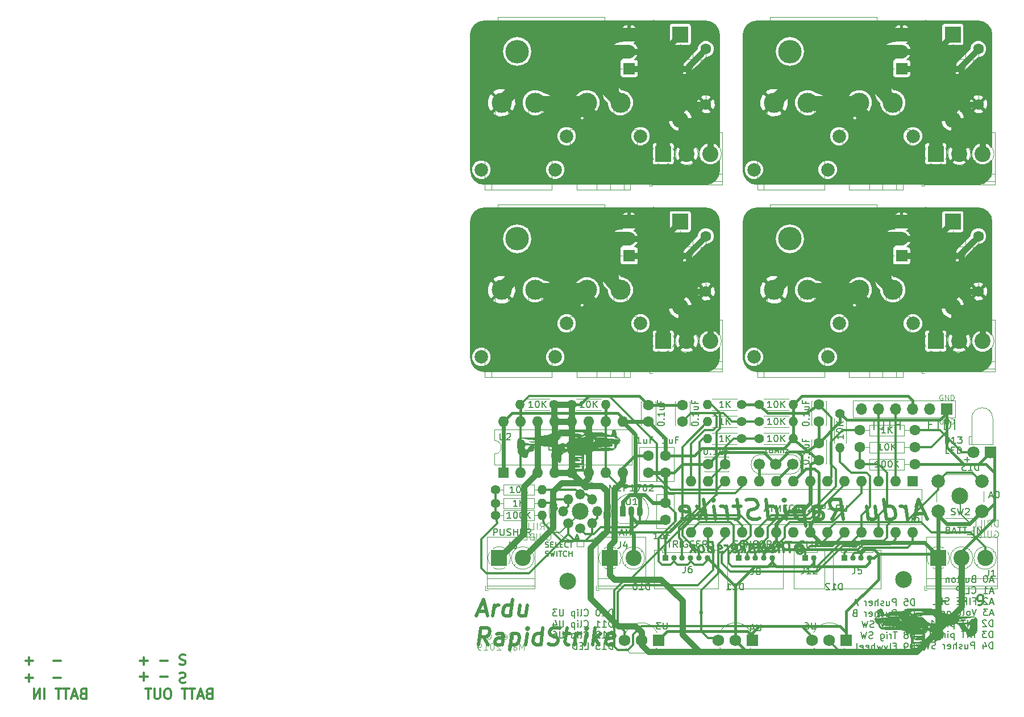
<source format=gbr>
%MOIN*%
%OFA0B0*%
%FSLAX46Y46*%
%IPPOS*%
%LPD*%
%ADD10C,0.0039370078740157488*%
%ADD11R,0.070866141732283464X0.070866141732283464*%
%ADD12O,0.070866141732283464X0.070866141732283464*%
%ADD13C,0.07874015748031496*%
%ADD14C,0.11811023622047245*%
%ADD15R,0.094488188976377951X0.094488188976377951*%
%ADD16O,0.094488188976377951X0.094488188976377951*%
%ADD17C,0.094488188976377951*%
%ADD18C,0.062992125984251982*%
%ADD19C,0.08*%
%ADD20C,0.036000000000000004*%
%ADD21C,0.0078740157480314977*%
%ADD32C,0.0039370078740157488*%
%ADD33O,0.13779527559055119X0.13779527559055119*%
%ADD34R,0.070866141732283464X0.070866141732283464*%
%ADD35O,0.070866141732283464X0.070866141732283464*%
%ADD36C,0.07874015748031496*%
%ADD37C,0.11811023622047245*%
%ADD38R,0.094488188976377951X0.094488188976377951*%
%ADD39O,0.094488188976377951X0.094488188976377951*%
%ADD40C,0.094488188976377951*%
%ADD41C,0.062992125984251982*%
%ADD42C,0.0039370078740157488*%
%ADD43C,0.0039370078740157488*%
%ADD44R,0.070866141732283464X0.070866141732283464*%
%ADD45O,0.070866141732283464X0.070866141732283464*%
%ADD46C,0.07874015748031496*%
%ADD47C,0.11811023622047245*%
%ADD48R,0.094488188976377951X0.094488188976377951*%
%ADD49O,0.094488188976377951X0.094488188976377951*%
%ADD50C,0.094488188976377951*%
%ADD51C,0.062992125984251982*%
%ADD52C,0.08*%
%ADD53C,0.036000000000000004*%
%ADD54C,0.0078740157480314977*%
%ADD55C,0.0039370078740157488*%
%ADD56O,0.13779527559055119X0.13779527559055119*%
%ADD57R,0.070866141732283464X0.070866141732283464*%
%ADD58O,0.070866141732283464X0.070866141732283464*%
%ADD59C,0.07874015748031496*%
%ADD60C,0.11811023622047245*%
%ADD61R,0.094488188976377951X0.094488188976377951*%
%ADD62O,0.094488188976377951X0.094488188976377951*%
%ADD63C,0.094488188976377951*%
%ADD64C,0.062992125984251982*%
%ADD65C,0.0039370078740157488*%
%ADD66C,0.011811023622047244*%
%ADD67C,0.014763779527559057*%
%ADD68C,0.0047244094488188976*%
%ADD69C,0.005905511811023622*%
%ADD70C,0.0039370078740157488*%
%ADD71C,0.062992125984251982*%
%ADD72R,0.094488188976377951X0.094488188976377951*%
%ADD73C,0.094488188976377951*%
%ADD74C,0.055118110236220472*%
%ADD75O,0.055118110236220472X0.055118110236220472*%
%ADD76R,0.062992125984251982X0.062992125984251982*%
%ADD77O,0.062992125984251982X0.062992125984251982*%
%ADD78C,0.066929133858267723*%
%ADD79R,0.070866141732283464X0.070866141732283464*%
%ADD80C,0.070866141732283464*%
%ADD81R,0.066929133858267723X0.066929133858267723*%
%ADD82O,0.066929133858267723X0.066929133858267723*%
%ADD83R,0.033464566929133861X0.033464566929133861*%
%ADD84C,0.033464566929133861*%
%ADD85C,0.0984251968503937*%
%ADD86O,0.035433070866141732X0.059055118110236227*%
%ADD87R,0.035433070866141732X0.059055118110236227*%
%ADD88C,0.059055118110236227*%
%ADD89O,0.059055118110236227X0.059055118110236227*%
%ADD90C,0.068897637795275593*%
%ADD91R,0.068897637795275593X0.068897637795275593*%
%ADD92C,0.07874015748031496*%
%ADD93C,0.023622047244094488*%
%ADD94C,0.016*%
%ADD95C,0.012000000000000002*%
%ADD96C,0.024000000000000004*%
%ADD97C,0.036000000000000004*%
%ADD98C,0.0039370078740157488*%
%ADD99C,0.0984251968503937*%
%ADD100C,0.062992125984251982*%
%ADD101R,0.094488188976377951X0.094488188976377951*%
%ADD102C,0.094488188976377951*%
%ADD103C,0.055118110236220472*%
%ADD104O,0.055118110236220472X0.055118110236220472*%
%ADD105R,0.062992125984251982X0.062992125984251982*%
%ADD106O,0.062992125984251982X0.062992125984251982*%
%ADD107C,0.066929133858267723*%
%ADD108R,0.070866141732283464X0.070866141732283464*%
%ADD109C,0.070866141732283464*%
%ADD110R,0.066929133858267723X0.066929133858267723*%
%ADD111O,0.066929133858267723X0.066929133858267723*%
%ADD112R,0.033464566929133861X0.033464566929133861*%
%ADD113C,0.033464566929133861*%
%ADD114O,0.035433070866141732X0.059055118110236227*%
%ADD115R,0.035433070866141732X0.059055118110236227*%
%ADD116C,0.059055118110236227*%
%ADD117O,0.059055118110236227X0.059055118110236227*%
%ADD118C,0.068897637795275593*%
%ADD119R,0.068897637795275593X0.068897637795275593*%
%ADD120C,0.07874015748031496*%
%ADD121C,0.0039370078740157488*%
%ADD122C,0.005905511811023622*%
%ADD123C,0.011811023622047244*%
%ADD124C,0.0078740157480314977*%
%ADD125C,0.01968503937007874*%
%ADD126C,0.0047244094488188976*%
%ADD127C,0.00039370078740157485*%
%ADD128C,0.0039370078740157488*%
%ADD129C,0.062992125984251982*%
%ADD130R,0.094488188976377951X0.094488188976377951*%
%ADD131C,0.094488188976377951*%
%ADD132C,0.055118110236220472*%
%ADD133O,0.055118110236220472X0.055118110236220472*%
%ADD134R,0.062992125984251982X0.062992125984251982*%
%ADD135O,0.062992125984251982X0.062992125984251982*%
%ADD136C,0.066929133858267723*%
%ADD137R,0.070866141732283464X0.070866141732283464*%
%ADD138C,0.070866141732283464*%
%ADD139R,0.066929133858267723X0.066929133858267723*%
%ADD140O,0.066929133858267723X0.066929133858267723*%
%ADD141R,0.033464566929133861X0.033464566929133861*%
%ADD142C,0.033464566929133861*%
%ADD143C,0.0984251968503937*%
%ADD144O,0.035433070866141732X0.059055118110236227*%
%ADD145R,0.035433070866141732X0.059055118110236227*%
%ADD146C,0.059055118110236227*%
%ADD147O,0.059055118110236227X0.059055118110236227*%
%ADD148C,0.068897637795275593*%
%ADD149R,0.068897637795275593X0.068897637795275593*%
%ADD150C,0.07874015748031496*%
%ADD151C,0.023622047244094488*%
%ADD152C,0.024000000000000004*%
%ADD153C,0.016*%
%ADD154C,0.012000000000000002*%
%ADD155C,0.036000000000000004*%
%ADD156C,0.0039370078740157488*%
%ADD157C,0.0984251968503937*%
%ADD158C,0.062992125984251982*%
%ADD159R,0.094488188976377951X0.094488188976377951*%
%ADD160C,0.094488188976377951*%
%ADD161C,0.055118110236220472*%
%ADD162O,0.055118110236220472X0.055118110236220472*%
%ADD163R,0.062992125984251982X0.062992125984251982*%
%ADD164O,0.062992125984251982X0.062992125984251982*%
%ADD165C,0.066929133858267723*%
%ADD166R,0.070866141732283464X0.070866141732283464*%
%ADD167C,0.070866141732283464*%
%ADD168R,0.066929133858267723X0.066929133858267723*%
%ADD169O,0.066929133858267723X0.066929133858267723*%
%ADD170R,0.033464566929133861X0.033464566929133861*%
%ADD171C,0.033464566929133861*%
%ADD172O,0.035433070866141732X0.059055118110236227*%
%ADD173R,0.035433070866141732X0.059055118110236227*%
%ADD174C,0.059055118110236227*%
%ADD175O,0.059055118110236227X0.059055118110236227*%
%ADD176C,0.068897637795275593*%
%ADD177R,0.068897637795275593X0.068897637795275593*%
%ADD178C,0.07874015748031496*%
%ADD179C,0.0039370078740157488*%
%ADD180C,0.005905511811023622*%
%ADD181C,0.011811023622047244*%
%ADD182C,0.0078740157480314977*%
%ADD183C,0.01968503937007874*%
%ADD184C,0.00984251968503937*%
%ADD185C,0.0047244094488188976*%
%ADD186C,0.00039370078740157485*%
%ADD187C,0.0039370078740157488*%
%ADD188R,0.070866141732283464X0.070866141732283464*%
%ADD189O,0.070866141732283464X0.070866141732283464*%
%ADD190C,0.07874015748031496*%
%ADD191C,0.11811023622047245*%
%ADD192R,0.094488188976377951X0.094488188976377951*%
%ADD193O,0.094488188976377951X0.094488188976377951*%
%ADD194C,0.094488188976377951*%
%ADD195C,0.062992125984251982*%
%ADD196C,0.08*%
%ADD197C,0.036000000000000004*%
%ADD198C,0.0078740157480314977*%
%ADD199C,0.0039370078740157488*%
%ADD200O,0.13779527559055119X0.13779527559055119*%
%ADD201R,0.070866141732283464X0.070866141732283464*%
%ADD202O,0.070866141732283464X0.070866141732283464*%
%ADD203C,0.07874015748031496*%
%ADD204C,0.11811023622047245*%
%ADD205R,0.094488188976377951X0.094488188976377951*%
%ADD206O,0.094488188976377951X0.094488188976377951*%
%ADD207C,0.094488188976377951*%
%ADD208C,0.062992125984251982*%
%ADD209C,0.0039370078740157488*%
%ADD210C,0.0039370078740157488*%
%ADD211R,0.070866141732283464X0.070866141732283464*%
%ADD212O,0.070866141732283464X0.070866141732283464*%
%ADD213C,0.07874015748031496*%
%ADD214C,0.11811023622047245*%
%ADD215R,0.094488188976377951X0.094488188976377951*%
%ADD216O,0.094488188976377951X0.094488188976377951*%
%ADD217C,0.094488188976377951*%
%ADD218C,0.062992125984251982*%
%ADD219C,0.08*%
%ADD220C,0.036000000000000004*%
%ADD221C,0.0078740157480314977*%
%ADD222C,0.0039370078740157488*%
%ADD223O,0.13779527559055119X0.13779527559055119*%
%ADD224R,0.070866141732283464X0.070866141732283464*%
%ADD225O,0.070866141732283464X0.070866141732283464*%
%ADD226C,0.07874015748031496*%
%ADD227C,0.11811023622047245*%
%ADD228R,0.094488188976377951X0.094488188976377951*%
%ADD229O,0.094488188976377951X0.094488188976377951*%
%ADD230C,0.094488188976377951*%
%ADD231C,0.062992125984251982*%
%ADD232C,0.0039370078740157488*%
%ADD233C,0.011811023622047244*%
%ADD234C,0.014763779527559057*%
%ADD235C,0.0047244094488188976*%
%ADD236C,0.005905511811023622*%
%ADD237C,0.0039370078740157488*%
%ADD238R,0.070866141732283464X0.070866141732283464*%
%ADD239O,0.070866141732283464X0.070866141732283464*%
%ADD240C,0.07874015748031496*%
%ADD241C,0.11811023622047245*%
%ADD242R,0.094488188976377951X0.094488188976377951*%
%ADD243O,0.094488188976377951X0.094488188976377951*%
%ADD244C,0.094488188976377951*%
%ADD245C,0.062992125984251982*%
%ADD246C,0.08*%
%ADD247C,0.036000000000000004*%
%ADD248C,0.0078740157480314977*%
%ADD249C,0.0039370078740157488*%
%ADD250O,0.13779527559055119X0.13779527559055119*%
%ADD251R,0.070866141732283464X0.070866141732283464*%
%ADD252O,0.070866141732283464X0.070866141732283464*%
%ADD253C,0.07874015748031496*%
%ADD254C,0.11811023622047245*%
%ADD255R,0.094488188976377951X0.094488188976377951*%
%ADD256O,0.094488188976377951X0.094488188976377951*%
%ADD257C,0.094488188976377951*%
%ADD258C,0.062992125984251982*%
%ADD259C,0.0039370078740157488*%
%ADD260C,0.0039370078740157488*%
%ADD261R,0.070866141732283464X0.070866141732283464*%
%ADD262O,0.070866141732283464X0.070866141732283464*%
%ADD263C,0.07874015748031496*%
%ADD264C,0.11811023622047245*%
%ADD265R,0.094488188976377951X0.094488188976377951*%
%ADD266O,0.094488188976377951X0.094488188976377951*%
%ADD267C,0.094488188976377951*%
%ADD268C,0.062992125984251982*%
%ADD269C,0.08*%
%ADD270C,0.036000000000000004*%
%ADD271C,0.0078740157480314977*%
%ADD272C,0.0039370078740157488*%
%ADD273O,0.13779527559055119X0.13779527559055119*%
%ADD274R,0.070866141732283464X0.070866141732283464*%
%ADD275O,0.070866141732283464X0.070866141732283464*%
%ADD276C,0.07874015748031496*%
%ADD277C,0.11811023622047245*%
%ADD278R,0.094488188976377951X0.094488188976377951*%
%ADD279O,0.094488188976377951X0.094488188976377951*%
%ADD280C,0.094488188976377951*%
%ADD281C,0.062992125984251982*%
%ADD282C,0.0039370078740157488*%
%ADD283C,0.011811023622047244*%
%ADD284C,0.014763779527559057*%
%ADD285C,0.0047244094488188976*%
%ADD286C,0.005905511811023622*%
%ADD287C,0.0039370078740157488*%
%ADD288R,0.070866141732283464X0.070866141732283464*%
%ADD289O,0.070866141732283464X0.070866141732283464*%
%ADD290C,0.07874015748031496*%
%ADD291C,0.11811023622047245*%
%ADD292R,0.094488188976377951X0.094488188976377951*%
%ADD293O,0.094488188976377951X0.094488188976377951*%
%ADD294C,0.094488188976377951*%
%ADD295C,0.062992125984251982*%
%ADD296C,0.08*%
%ADD297C,0.036000000000000004*%
%ADD298C,0.0078740157480314977*%
%ADD299C,0.0039370078740157488*%
%ADD300O,0.13779527559055119X0.13779527559055119*%
%ADD301R,0.070866141732283464X0.070866141732283464*%
%ADD302O,0.070866141732283464X0.070866141732283464*%
%ADD303C,0.07874015748031496*%
%ADD304C,0.11811023622047245*%
%ADD305R,0.094488188976377951X0.094488188976377951*%
%ADD306O,0.094488188976377951X0.094488188976377951*%
%ADD307C,0.094488188976377951*%
%ADD308C,0.062992125984251982*%
%ADD309C,0.0039370078740157488*%
%ADD310C,0.0039370078740157488*%
%ADD311R,0.070866141732283464X0.070866141732283464*%
%ADD312O,0.070866141732283464X0.070866141732283464*%
%ADD313C,0.07874015748031496*%
%ADD314C,0.11811023622047245*%
%ADD315R,0.094488188976377951X0.094488188976377951*%
%ADD316O,0.094488188976377951X0.094488188976377951*%
%ADD317C,0.094488188976377951*%
%ADD318C,0.062992125984251982*%
%ADD319C,0.08*%
%ADD320C,0.036000000000000004*%
%ADD321C,0.0078740157480314977*%
%ADD322C,0.0039370078740157488*%
%ADD323O,0.13779527559055119X0.13779527559055119*%
%ADD324R,0.070866141732283464X0.070866141732283464*%
%ADD325O,0.070866141732283464X0.070866141732283464*%
%ADD326C,0.07874015748031496*%
%ADD327C,0.11811023622047245*%
%ADD328R,0.094488188976377951X0.094488188976377951*%
%ADD329O,0.094488188976377951X0.094488188976377951*%
%ADD330C,0.094488188976377951*%
%ADD331C,0.062992125984251982*%
%ADD332C,0.0039370078740157488*%
%ADD333C,0.011811023622047244*%
%ADD334C,0.014763779527559057*%
%ADD335C,0.0047244094488188976*%
%ADD336C,0.005905511811023622*%
G01*
D10*
D11*
X-0001370000Y0005248228D02*
X0000949999Y0002373228D03*
D12*
X0000949999Y0002473228D03*
X0000949999Y0002573228D03*
D13*
X0001016535Y0001976377D03*
D14*
X0000898425Y0002173228D03*
X0000701574Y0002173228D03*
D13*
X0000583464Y0001976377D03*
D15*
X0001249999Y0002573228D03*
D16*
X0001249999Y0002073228D03*
D15*
X0001149999Y0001873228D03*
D17*
X0001287795Y0001873228D03*
X0001425590Y0001873228D03*
D18*
X0001399999Y0002163385D03*
X0001399999Y0002488188D03*
D13*
X0000516535Y0001779527D03*
D14*
X0000398425Y0002173228D03*
X0000201574Y0002173228D03*
D13*
X0000083464Y0001779527D03*
D19*
X0000949999Y0002573228D02*
X0001049999Y0002573228D01*
X0001099999Y0002223228D02*
X0001249999Y0002073228D01*
X0001099999Y0002523228D02*
X0001099999Y0002223228D01*
X0001049999Y0002573228D02*
X0001099999Y0002523228D01*
X0001287795Y0001873228D02*
X0001287795Y0002035432D01*
X0001287795Y0002035432D02*
X0001249999Y0002073228D01*
X0000201574Y0002174802D02*
X0000349999Y0002323228D01*
X0000699999Y0002573228D02*
X0000949999Y0002573228D01*
X0000449999Y0002323228D02*
X0000699999Y0002573228D01*
X0000349999Y0002323228D02*
X0000449999Y0002323228D01*
D20*
X0001425590Y0001873228D02*
X0001425590Y0002047637D01*
X0001299999Y0002388188D02*
X0001399999Y0002488188D01*
X0001299999Y0002173228D02*
X0001299999Y0002388188D01*
X0001425590Y0002047637D02*
X0001299999Y0002173228D01*
D19*
X0000949999Y0002473228D02*
X0000849999Y0002473228D01*
X0000799999Y0002273228D02*
X0000898425Y0002174802D01*
X0000799999Y0002423228D02*
X0000799999Y0002273228D01*
X0000849999Y0002473228D02*
X0000799999Y0002423228D01*
X0000898425Y0002174802D02*
X0000898425Y0002173228D01*
X0000898425Y0002173228D02*
X0000898425Y0002174802D01*
X0000398425Y0002173228D02*
X0000701574Y0002173228D01*
X0000701574Y0002173228D02*
X0000701574Y0002121653D01*
X0000701574Y0002121653D02*
X0000789999Y0002033228D01*
X0001149999Y0002003228D02*
X0001149999Y0001873228D01*
X0001069999Y0002083228D02*
X0001149999Y0002003228D01*
X0000979999Y0002083228D02*
X0001069999Y0002083228D01*
X0000929999Y0002033228D02*
X0000979999Y0002083228D01*
X0000789999Y0002033228D02*
X0000929999Y0002033228D01*
D21*
G36*
X0001430203Y0002646145D02*
X0001455808Y0002629036D01*
X0001472917Y0002603431D01*
X0001479330Y0002571192D01*
X0001479330Y0001911342D01*
X0001462435Y0001928266D01*
X0001461307Y0001928735D01*
X0001461307Y0002047637D01*
X0001458588Y0002061305D01*
X0001450845Y0002072892D01*
X0001414868Y0002108870D01*
X0001428124Y0002114360D01*
X0001431188Y0002123622D01*
X0001399999Y0002154811D01*
X0001399443Y0002154254D01*
X0001390868Y0002162828D01*
X0001391425Y0002163385D01*
X0001408574Y0002163385D01*
X0001439762Y0002132197D01*
X0001449024Y0002135261D01*
X0001456055Y0002156162D01*
X0001454552Y0002178164D01*
X0001449024Y0002191509D01*
X0001439762Y0002194573D01*
X0001408574Y0002163385D01*
X0001391425Y0002163385D01*
X0001360237Y0002194573D01*
X0001350975Y0002191509D01*
X0001346256Y0002177482D01*
X0001335716Y0002188022D01*
X0001335716Y0002203148D01*
X0001368811Y0002203148D01*
X0001399999Y0002171959D01*
X0001431188Y0002203148D01*
X0001428124Y0002212410D01*
X0001407222Y0002219441D01*
X0001385221Y0002217938D01*
X0001371875Y0002212410D01*
X0001368811Y0002203148D01*
X0001335716Y0002203148D01*
X0001335716Y0002373394D01*
X0001401297Y0002438974D01*
X0001409746Y0002438967D01*
X0001427840Y0002446443D01*
X0001441696Y0002460275D01*
X0001449204Y0002478356D01*
X0001449221Y0002497934D01*
X0001441744Y0002516028D01*
X0001427913Y0002529884D01*
X0001409831Y0002537392D01*
X0001390253Y0002537409D01*
X0001372159Y0002529933D01*
X0001358303Y0002516101D01*
X0001350795Y0002498020D01*
X0001350788Y0002489487D01*
X0001274744Y0002413444D01*
X0001267002Y0002401856D01*
X0001267002Y0002401856D01*
X0001264283Y0002388188D01*
X0001264283Y0002173228D01*
X0001267002Y0002159559D01*
X0001274744Y0002147972D01*
X0001306836Y0002115880D01*
X0001286782Y0002134169D01*
X0001267083Y0002142328D01*
X0001256062Y0002138142D01*
X0001256062Y0002079291D01*
X0001314938Y0002079291D01*
X0001319101Y0002090311D01*
X0001307340Y0002115377D01*
X0001389873Y0002032843D01*
X0001389873Y0001928757D01*
X0001388841Y0001928331D01*
X0001370551Y0001910073D01*
X0001360641Y0001886206D01*
X0001360618Y0001860363D01*
X0001370487Y0001836478D01*
X0001388745Y0001818189D01*
X0001412612Y0001808278D01*
X0001438455Y0001808256D01*
X0001462339Y0001818125D01*
X0001479330Y0001835086D01*
X0001479330Y0001775263D01*
X0001472917Y0001743024D01*
X0001455808Y0001717419D01*
X0001430203Y0001700310D01*
X0001397964Y0001693897D01*
X0000102035Y0001693897D01*
X0000069796Y0001700310D01*
X0000044191Y0001717419D01*
X0000027082Y0001743024D01*
X0000022070Y0001768221D01*
X0000026368Y0001768221D01*
X0000035040Y0001747232D01*
X0000051085Y0001731159D01*
X0000072059Y0001722450D01*
X0000094769Y0001722430D01*
X0000115759Y0001731103D01*
X0000131831Y0001747148D01*
X0000140541Y0001768122D01*
X0000140541Y0001768221D01*
X0000459438Y0001768221D01*
X0000468111Y0001747232D01*
X0000484156Y0001731159D01*
X0000505130Y0001722450D01*
X0000527840Y0001722430D01*
X0000548830Y0001731103D01*
X0000564902Y0001747148D01*
X0000573612Y0001768122D01*
X0000573631Y0001790832D01*
X0000564959Y0001811821D01*
X0000548914Y0001827894D01*
X0000527940Y0001836603D01*
X0000505229Y0001836623D01*
X0000484240Y0001827951D01*
X0000468167Y0001811906D01*
X0000459458Y0001790932D01*
X0000459438Y0001768221D01*
X0000140541Y0001768221D01*
X0000140561Y0001790832D01*
X0000131888Y0001811821D01*
X0000115843Y0001827894D01*
X0000094869Y0001836603D01*
X0000072159Y0001836623D01*
X0000051169Y0001827951D01*
X0000035097Y0001811906D01*
X0000026387Y0001790932D01*
X0000026368Y0001768221D01*
X0000022070Y0001768221D01*
X0000020669Y0001775263D01*
X0000020669Y0001965072D01*
X0000526368Y0001965072D01*
X0000535040Y0001944082D01*
X0000551085Y0001928010D01*
X0000572059Y0001919300D01*
X0000594769Y0001919281D01*
X0000615759Y0001927953D01*
X0000631831Y0001943998D01*
X0000640541Y0001964972D01*
X0000640561Y0001987683D01*
X0000631888Y0002008672D01*
X0000615843Y0002024745D01*
X0000594869Y0002033454D01*
X0000572159Y0002033474D01*
X0000551169Y0002024801D01*
X0000535097Y0002008756D01*
X0000526387Y0001987782D01*
X0000526368Y0001965072D01*
X0000020669Y0001965072D01*
X0000020669Y0002113503D01*
X0000150425Y0002113503D01*
X0000156870Y0002101382D01*
X0000187767Y0002089744D01*
X0000220766Y0002090815D01*
X0000246279Y0002101382D01*
X0000252724Y0002113503D01*
X0000201574Y0002164653D01*
X0000150425Y0002113503D01*
X0000020669Y0002113503D01*
X0000020669Y0002187035D01*
X0000118090Y0002187035D01*
X0000119161Y0002154036D01*
X0000129729Y0002128523D01*
X0000141850Y0002122078D01*
X0000193000Y0002173228D01*
X0000210149Y0002173228D01*
X0000261298Y0002122078D01*
X0000273420Y0002128523D01*
X0000284532Y0002158024D01*
X0000321640Y0002158024D01*
X0000333303Y0002129797D01*
X0000354880Y0002108182D01*
X0000383087Y0002096469D01*
X0000413628Y0002096443D01*
X0000441855Y0002108106D01*
X0000449274Y0002115511D01*
X0000645079Y0002115511D01*
X0000648251Y0002099566D01*
X0000660762Y0002080841D01*
X0000749188Y0001992416D01*
X0000749188Y0001992416D01*
X0000767912Y0001979904D01*
X0000771577Y0001979175D01*
X0000789999Y0001975511D01*
X0000790000Y0001975511D01*
X0000929999Y0001975511D01*
X0000929999Y0001975511D01*
X0000952087Y0001979904D01*
X0000959456Y0001984828D01*
X0000959438Y0001965072D01*
X0000968111Y0001944082D01*
X0000984156Y0001928010D01*
X0001005130Y0001919300D01*
X0001027840Y0001919281D01*
X0001048830Y0001927953D01*
X0001064902Y0001943998D01*
X0001073612Y0001964972D01*
X0001073631Y0001987683D01*
X0001066386Y0002005217D01*
X0001092283Y0001979321D01*
X0001092283Y0001934786D01*
X0001090160Y0001933420D01*
X0001086115Y0001927499D01*
X0001084692Y0001920472D01*
X0001084692Y0001825983D01*
X0001085927Y0001819418D01*
X0001089807Y0001813388D01*
X0001095728Y0001809343D01*
X0001102755Y0001807920D01*
X0001197244Y0001807920D01*
X0001203809Y0001809155D01*
X0001209839Y0001813035D01*
X0001213884Y0001818956D01*
X0001214510Y0001822049D01*
X0001245190Y0001822049D01*
X0001250190Y0001811154D01*
X0001276807Y0001801488D01*
X0001305097Y0001802744D01*
X0001325399Y0001811154D01*
X0001330399Y0001822049D01*
X0001287795Y0001864653D01*
X0001245190Y0001822049D01*
X0001214510Y0001822049D01*
X0001215307Y0001825983D01*
X0001215307Y0001884215D01*
X0001216056Y0001884215D01*
X0001217312Y0001855926D01*
X0001225721Y0001835623D01*
X0001236616Y0001830623D01*
X0001279220Y0001873228D01*
X0001296369Y0001873228D01*
X0001338974Y0001830623D01*
X0001349868Y0001835623D01*
X0001359534Y0001862240D01*
X0001358278Y0001890530D01*
X0001349868Y0001910832D01*
X0001338974Y0001915832D01*
X0001296369Y0001873228D01*
X0001279220Y0001873228D01*
X0001236616Y0001915832D01*
X0001225721Y0001910832D01*
X0001216056Y0001884215D01*
X0001215307Y0001884215D01*
X0001215307Y0001920472D01*
X0001214567Y0001924406D01*
X0001245190Y0001924406D01*
X0001287795Y0001881802D01*
X0001330399Y0001924406D01*
X0001325399Y0001935301D01*
X0001298782Y0001944967D01*
X0001270493Y0001943711D01*
X0001250190Y0001935301D01*
X0001245190Y0001924406D01*
X0001214567Y0001924406D01*
X0001214072Y0001927037D01*
X0001210192Y0001933067D01*
X0001207716Y0001934758D01*
X0001207716Y0002003227D01*
X0001207716Y0002003228D01*
X0001204296Y0002020422D01*
X0001213217Y0002012286D01*
X0001232916Y0002004127D01*
X0001243936Y0002008313D01*
X0001243936Y0002067165D01*
X0001256062Y0002067165D01*
X0001256062Y0002008313D01*
X0001267083Y0002004127D01*
X0001286782Y0002012286D01*
X0001307303Y0002031001D01*
X0001319101Y0002056144D01*
X0001314938Y0002067165D01*
X0001256062Y0002067165D01*
X0001243936Y0002067165D01*
X0001185061Y0002067165D01*
X0001180898Y0002056144D01*
X0001182836Y0002052014D01*
X0001144540Y0002090311D01*
X0001180898Y0002090311D01*
X0001185061Y0002079291D01*
X0001243936Y0002079291D01*
X0001243936Y0002138142D01*
X0001232916Y0002142328D01*
X0001213217Y0002134169D01*
X0001192696Y0002115454D01*
X0001180898Y0002090311D01*
X0001144540Y0002090311D01*
X0001110811Y0002124039D01*
X0001092087Y0002136551D01*
X0001069999Y0002140944D01*
X0001069999Y0002140944D01*
X0000979999Y0002140944D01*
X0000967079Y0002138374D01*
X0000975183Y0002157890D01*
X0000975210Y0002188431D01*
X0000963546Y0002216658D01*
X0000941969Y0002238273D01*
X0000913762Y0002249986D01*
X0000904857Y0002249994D01*
X0000857716Y0002297135D01*
X0000857716Y0002399321D01*
X0000873906Y0002415511D01*
X0000897890Y0002415511D01*
X0000896503Y0002408661D01*
X0000896503Y0002337794D01*
X0000897738Y0002331229D01*
X0000901618Y0002325199D01*
X0000907539Y0002321154D01*
X0000914566Y0002319731D01*
X0000985433Y0002319731D01*
X0000991998Y0002320966D01*
X0000998028Y0002324846D01*
X0001002073Y0002330767D01*
X0001003496Y0002337794D01*
X0001003496Y0002408661D01*
X0001002261Y0002415226D01*
X0000998381Y0002421256D01*
X0000992460Y0002425301D01*
X0000985433Y0002426724D01*
X0000982293Y0002426724D01*
X0000990811Y0002432416D01*
X0001003323Y0002451140D01*
X0001007716Y0002473228D01*
X0001003323Y0002495315D01*
X0000990811Y0002514039D01*
X0000979354Y0002521695D01*
X0000979809Y0002521883D01*
X0000997189Y0002537199D01*
X0001007384Y0002558000D01*
X0001003075Y0002567165D01*
X0000956062Y0002567165D01*
X0000956062Y0002566377D01*
X0000943936Y0002566377D01*
X0000943936Y0002567165D01*
X0000896924Y0002567165D01*
X0000892615Y0002558000D01*
X0000902810Y0002537199D01*
X0000909908Y0002530944D01*
X0000849999Y0002530944D01*
X0000827912Y0002526551D01*
X0000809188Y0002514039D01*
X0000809188Y0002514039D01*
X0000759188Y0002464039D01*
X0000746676Y0002445315D01*
X0000742283Y0002423228D01*
X0000742283Y0002423227D01*
X0000742283Y0002273228D01*
X0000742283Y0002273228D01*
X0000746676Y0002251140D01*
X0000759188Y0002232416D01*
X0000821650Y0002169953D01*
X0000821640Y0002158024D01*
X0000833303Y0002129797D01*
X0000854880Y0002108182D01*
X0000883087Y0002096469D01*
X0000911593Y0002096444D01*
X0000906092Y0002090944D01*
X0000813906Y0002090944D01*
X0000769128Y0002135723D01*
X0000778333Y0002157890D01*
X0000778359Y0002188431D01*
X0000766696Y0002216658D01*
X0000745119Y0002238273D01*
X0000716912Y0002249986D01*
X0000686370Y0002250012D01*
X0000658143Y0002238349D01*
X0000650725Y0002230944D01*
X0000449286Y0002230944D01*
X0000441969Y0002238273D01*
X0000413762Y0002249986D01*
X0000383221Y0002250012D01*
X0000354994Y0002238349D01*
X0000333379Y0002216772D01*
X0000321666Y0002188565D01*
X0000321640Y0002158024D01*
X0000284532Y0002158024D01*
X0000285058Y0002159420D01*
X0000283987Y0002192419D01*
X0000273420Y0002217932D01*
X0000261298Y0002224377D01*
X0000210149Y0002173228D01*
X0000193000Y0002173228D01*
X0000141850Y0002224377D01*
X0000129729Y0002217932D01*
X0000118090Y0002187035D01*
X0000020669Y0002187035D01*
X0000020669Y0002232952D01*
X0000150425Y0002232952D01*
X0000201574Y0002181802D01*
X0000252724Y0002232952D01*
X0000246279Y0002245073D01*
X0000215382Y0002256711D01*
X0000182383Y0002255640D01*
X0000156870Y0002245073D01*
X0000150425Y0002232952D01*
X0000020669Y0002232952D01*
X0000020669Y0002474924D01*
X0000207480Y0002474924D01*
X0000207480Y0002471531D01*
X0000214073Y0002438385D01*
X0000232848Y0002410285D01*
X0000260948Y0002391510D01*
X0000294094Y0002384916D01*
X0000327240Y0002391510D01*
X0000355339Y0002410285D01*
X0000374115Y0002438385D01*
X0000380708Y0002471531D01*
X0000380708Y0002474924D01*
X0000374115Y0002508070D01*
X0000355339Y0002536170D01*
X0000327240Y0002554945D01*
X0000294094Y0002561539D01*
X0000260948Y0002554945D01*
X0000232848Y0002536170D01*
X0000214073Y0002508070D01*
X0000207480Y0002474924D01*
X0000020669Y0002474924D01*
X0000020669Y0002571192D01*
X0000024103Y0002588455D01*
X0000892615Y0002588455D01*
X0000896924Y0002579291D01*
X0000943936Y0002579291D01*
X0000943936Y0002626268D01*
X0000956062Y0002626268D01*
X0000956062Y0002579291D01*
X0001003075Y0002579291D01*
X0001007384Y0002588455D01*
X0000997189Y0002609256D01*
X0000984462Y0002620472D01*
X0001184692Y0002620472D01*
X0001184692Y0002525983D01*
X0001185927Y0002519418D01*
X0001189807Y0002513388D01*
X0001195728Y0002509343D01*
X0001202755Y0002507920D01*
X0001297244Y0002507920D01*
X0001303809Y0002509155D01*
X0001309839Y0002513035D01*
X0001313884Y0002518956D01*
X0001315307Y0002525983D01*
X0001315307Y0002620472D01*
X0001314072Y0002627037D01*
X0001310192Y0002633067D01*
X0001304271Y0002637112D01*
X0001297244Y0002638535D01*
X0001202755Y0002638535D01*
X0001196190Y0002637300D01*
X0001190160Y0002633420D01*
X0001186115Y0002627499D01*
X0001184692Y0002620472D01*
X0000984462Y0002620472D01*
X0000979809Y0002624572D01*
X0000965227Y0002630612D01*
X0000956062Y0002626268D01*
X0000943936Y0002626268D01*
X0000934772Y0002630612D01*
X0000920190Y0002624572D01*
X0000902810Y0002609256D01*
X0000892615Y0002588455D01*
X0000024103Y0002588455D01*
X0000027082Y0002603431D01*
X0000044191Y0002629037D01*
X0000069796Y0002646145D01*
X0000102035Y0002652558D01*
X0001397964Y0002652558D01*
X0001430203Y0002646145D01*
X0001430203Y0002646145D01*
G37*
X0001430203Y0002646145D02*
X0001455808Y0002629036D01*
X0001472917Y0002603431D01*
X0001479330Y0002571192D01*
X0001479330Y0001911342D01*
X0001462435Y0001928266D01*
X0001461307Y0001928735D01*
X0001461307Y0002047637D01*
X0001458588Y0002061305D01*
X0001450845Y0002072892D01*
X0001414868Y0002108870D01*
X0001428124Y0002114360D01*
X0001431188Y0002123622D01*
X0001399999Y0002154811D01*
X0001399443Y0002154254D01*
X0001390868Y0002162828D01*
X0001391425Y0002163385D01*
X0001408574Y0002163385D01*
X0001439762Y0002132197D01*
X0001449024Y0002135261D01*
X0001456055Y0002156162D01*
X0001454552Y0002178164D01*
X0001449024Y0002191509D01*
X0001439762Y0002194573D01*
X0001408574Y0002163385D01*
X0001391425Y0002163385D01*
X0001360237Y0002194573D01*
X0001350975Y0002191509D01*
X0001346256Y0002177482D01*
X0001335716Y0002188022D01*
X0001335716Y0002203148D01*
X0001368811Y0002203148D01*
X0001399999Y0002171959D01*
X0001431188Y0002203148D01*
X0001428124Y0002212410D01*
X0001407222Y0002219441D01*
X0001385221Y0002217938D01*
X0001371875Y0002212410D01*
X0001368811Y0002203148D01*
X0001335716Y0002203148D01*
X0001335716Y0002373394D01*
X0001401297Y0002438974D01*
X0001409746Y0002438967D01*
X0001427840Y0002446443D01*
X0001441696Y0002460275D01*
X0001449204Y0002478356D01*
X0001449221Y0002497934D01*
X0001441744Y0002516028D01*
X0001427913Y0002529884D01*
X0001409831Y0002537392D01*
X0001390253Y0002537409D01*
X0001372159Y0002529933D01*
X0001358303Y0002516101D01*
X0001350795Y0002498020D01*
X0001350788Y0002489487D01*
X0001274744Y0002413444D01*
X0001267002Y0002401856D01*
X0001267002Y0002401856D01*
X0001264283Y0002388188D01*
X0001264283Y0002173228D01*
X0001267002Y0002159559D01*
X0001274744Y0002147972D01*
X0001306836Y0002115880D01*
X0001286782Y0002134169D01*
X0001267083Y0002142328D01*
X0001256062Y0002138142D01*
X0001256062Y0002079291D01*
X0001314938Y0002079291D01*
X0001319101Y0002090311D01*
X0001307340Y0002115377D01*
X0001389873Y0002032843D01*
X0001389873Y0001928757D01*
X0001388841Y0001928331D01*
X0001370551Y0001910073D01*
X0001360641Y0001886206D01*
X0001360618Y0001860363D01*
X0001370487Y0001836478D01*
X0001388745Y0001818189D01*
X0001412612Y0001808278D01*
X0001438455Y0001808256D01*
X0001462339Y0001818125D01*
X0001479330Y0001835086D01*
X0001479330Y0001775263D01*
X0001472917Y0001743024D01*
X0001455808Y0001717419D01*
X0001430203Y0001700310D01*
X0001397964Y0001693897D01*
X0000102035Y0001693897D01*
X0000069796Y0001700310D01*
X0000044191Y0001717419D01*
X0000027082Y0001743024D01*
X0000022070Y0001768221D01*
X0000026368Y0001768221D01*
X0000035040Y0001747232D01*
X0000051085Y0001731159D01*
X0000072059Y0001722450D01*
X0000094769Y0001722430D01*
X0000115759Y0001731103D01*
X0000131831Y0001747148D01*
X0000140541Y0001768122D01*
X0000140541Y0001768221D01*
X0000459438Y0001768221D01*
X0000468111Y0001747232D01*
X0000484156Y0001731159D01*
X0000505130Y0001722450D01*
X0000527840Y0001722430D01*
X0000548830Y0001731103D01*
X0000564902Y0001747148D01*
X0000573612Y0001768122D01*
X0000573631Y0001790832D01*
X0000564959Y0001811821D01*
X0000548914Y0001827894D01*
X0000527940Y0001836603D01*
X0000505229Y0001836623D01*
X0000484240Y0001827951D01*
X0000468167Y0001811906D01*
X0000459458Y0001790932D01*
X0000459438Y0001768221D01*
X0000140541Y0001768221D01*
X0000140561Y0001790832D01*
X0000131888Y0001811821D01*
X0000115843Y0001827894D01*
X0000094869Y0001836603D01*
X0000072159Y0001836623D01*
X0000051169Y0001827951D01*
X0000035097Y0001811906D01*
X0000026387Y0001790932D01*
X0000026368Y0001768221D01*
X0000022070Y0001768221D01*
X0000020669Y0001775263D01*
X0000020669Y0001965072D01*
X0000526368Y0001965072D01*
X0000535040Y0001944082D01*
X0000551085Y0001928010D01*
X0000572059Y0001919300D01*
X0000594769Y0001919281D01*
X0000615759Y0001927953D01*
X0000631831Y0001943998D01*
X0000640541Y0001964972D01*
X0000640561Y0001987683D01*
X0000631888Y0002008672D01*
X0000615843Y0002024745D01*
X0000594869Y0002033454D01*
X0000572159Y0002033474D01*
X0000551169Y0002024801D01*
X0000535097Y0002008756D01*
X0000526387Y0001987782D01*
X0000526368Y0001965072D01*
X0000020669Y0001965072D01*
X0000020669Y0002113503D01*
X0000150425Y0002113503D01*
X0000156870Y0002101382D01*
X0000187767Y0002089744D01*
X0000220766Y0002090815D01*
X0000246279Y0002101382D01*
X0000252724Y0002113503D01*
X0000201574Y0002164653D01*
X0000150425Y0002113503D01*
X0000020669Y0002113503D01*
X0000020669Y0002187035D01*
X0000118090Y0002187035D01*
X0000119161Y0002154036D01*
X0000129729Y0002128523D01*
X0000141850Y0002122078D01*
X0000193000Y0002173228D01*
X0000210149Y0002173228D01*
X0000261298Y0002122078D01*
X0000273420Y0002128523D01*
X0000284532Y0002158024D01*
X0000321640Y0002158024D01*
X0000333303Y0002129797D01*
X0000354880Y0002108182D01*
X0000383087Y0002096469D01*
X0000413628Y0002096443D01*
X0000441855Y0002108106D01*
X0000449274Y0002115511D01*
X0000645079Y0002115511D01*
X0000648251Y0002099566D01*
X0000660762Y0002080841D01*
X0000749188Y0001992416D01*
X0000749188Y0001992416D01*
X0000767912Y0001979904D01*
X0000771577Y0001979175D01*
X0000789999Y0001975511D01*
X0000790000Y0001975511D01*
X0000929999Y0001975511D01*
X0000929999Y0001975511D01*
X0000952087Y0001979904D01*
X0000959456Y0001984828D01*
X0000959438Y0001965072D01*
X0000968111Y0001944082D01*
X0000984156Y0001928010D01*
X0001005130Y0001919300D01*
X0001027840Y0001919281D01*
X0001048830Y0001927953D01*
X0001064902Y0001943998D01*
X0001073612Y0001964972D01*
X0001073631Y0001987683D01*
X0001066386Y0002005217D01*
X0001092283Y0001979321D01*
X0001092283Y0001934786D01*
X0001090160Y0001933420D01*
X0001086115Y0001927499D01*
X0001084692Y0001920472D01*
X0001084692Y0001825983D01*
X0001085927Y0001819418D01*
X0001089807Y0001813388D01*
X0001095728Y0001809343D01*
X0001102755Y0001807920D01*
X0001197244Y0001807920D01*
X0001203809Y0001809155D01*
X0001209839Y0001813035D01*
X0001213884Y0001818956D01*
X0001214510Y0001822049D01*
X0001245190Y0001822049D01*
X0001250190Y0001811154D01*
X0001276807Y0001801488D01*
X0001305097Y0001802744D01*
X0001325399Y0001811154D01*
X0001330399Y0001822049D01*
X0001287795Y0001864653D01*
X0001245190Y0001822049D01*
X0001214510Y0001822049D01*
X0001215307Y0001825983D01*
X0001215307Y0001884215D01*
X0001216056Y0001884215D01*
X0001217312Y0001855926D01*
X0001225721Y0001835623D01*
X0001236616Y0001830623D01*
X0001279220Y0001873228D01*
X0001296369Y0001873228D01*
X0001338974Y0001830623D01*
X0001349868Y0001835623D01*
X0001359534Y0001862240D01*
X0001358278Y0001890530D01*
X0001349868Y0001910832D01*
X0001338974Y0001915832D01*
X0001296369Y0001873228D01*
X0001279220Y0001873228D01*
X0001236616Y0001915832D01*
X0001225721Y0001910832D01*
X0001216056Y0001884215D01*
X0001215307Y0001884215D01*
X0001215307Y0001920472D01*
X0001214567Y0001924406D01*
X0001245190Y0001924406D01*
X0001287795Y0001881802D01*
X0001330399Y0001924406D01*
X0001325399Y0001935301D01*
X0001298782Y0001944967D01*
X0001270493Y0001943711D01*
X0001250190Y0001935301D01*
X0001245190Y0001924406D01*
X0001214567Y0001924406D01*
X0001214072Y0001927037D01*
X0001210192Y0001933067D01*
X0001207716Y0001934758D01*
X0001207716Y0002003227D01*
X0001207716Y0002003228D01*
X0001204296Y0002020422D01*
X0001213217Y0002012286D01*
X0001232916Y0002004127D01*
X0001243936Y0002008313D01*
X0001243936Y0002067165D01*
X0001256062Y0002067165D01*
X0001256062Y0002008313D01*
X0001267083Y0002004127D01*
X0001286782Y0002012286D01*
X0001307303Y0002031001D01*
X0001319101Y0002056144D01*
X0001314938Y0002067165D01*
X0001256062Y0002067165D01*
X0001243936Y0002067165D01*
X0001185061Y0002067165D01*
X0001180898Y0002056144D01*
X0001182836Y0002052014D01*
X0001144540Y0002090311D01*
X0001180898Y0002090311D01*
X0001185061Y0002079291D01*
X0001243936Y0002079291D01*
X0001243936Y0002138142D01*
X0001232916Y0002142328D01*
X0001213217Y0002134169D01*
X0001192696Y0002115454D01*
X0001180898Y0002090311D01*
X0001144540Y0002090311D01*
X0001110811Y0002124039D01*
X0001092087Y0002136551D01*
X0001069999Y0002140944D01*
X0001069999Y0002140944D01*
X0000979999Y0002140944D01*
X0000967079Y0002138374D01*
X0000975183Y0002157890D01*
X0000975210Y0002188431D01*
X0000963546Y0002216658D01*
X0000941969Y0002238273D01*
X0000913762Y0002249986D01*
X0000904857Y0002249994D01*
X0000857716Y0002297135D01*
X0000857716Y0002399321D01*
X0000873906Y0002415511D01*
X0000897890Y0002415511D01*
X0000896503Y0002408661D01*
X0000896503Y0002337794D01*
X0000897738Y0002331229D01*
X0000901618Y0002325199D01*
X0000907539Y0002321154D01*
X0000914566Y0002319731D01*
X0000985433Y0002319731D01*
X0000991998Y0002320966D01*
X0000998028Y0002324846D01*
X0001002073Y0002330767D01*
X0001003496Y0002337794D01*
X0001003496Y0002408661D01*
X0001002261Y0002415226D01*
X0000998381Y0002421256D01*
X0000992460Y0002425301D01*
X0000985433Y0002426724D01*
X0000982293Y0002426724D01*
X0000990811Y0002432416D01*
X0001003323Y0002451140D01*
X0001007716Y0002473228D01*
X0001003323Y0002495315D01*
X0000990811Y0002514039D01*
X0000979354Y0002521695D01*
X0000979809Y0002521883D01*
X0000997189Y0002537199D01*
X0001007384Y0002558000D01*
X0001003075Y0002567165D01*
X0000956062Y0002567165D01*
X0000956062Y0002566377D01*
X0000943936Y0002566377D01*
X0000943936Y0002567165D01*
X0000896924Y0002567165D01*
X0000892615Y0002558000D01*
X0000902810Y0002537199D01*
X0000909908Y0002530944D01*
X0000849999Y0002530944D01*
X0000827912Y0002526551D01*
X0000809188Y0002514039D01*
X0000809188Y0002514039D01*
X0000759188Y0002464039D01*
X0000746676Y0002445315D01*
X0000742283Y0002423228D01*
X0000742283Y0002423227D01*
X0000742283Y0002273228D01*
X0000742283Y0002273228D01*
X0000746676Y0002251140D01*
X0000759188Y0002232416D01*
X0000821650Y0002169953D01*
X0000821640Y0002158024D01*
X0000833303Y0002129797D01*
X0000854880Y0002108182D01*
X0000883087Y0002096469D01*
X0000911593Y0002096444D01*
X0000906092Y0002090944D01*
X0000813906Y0002090944D01*
X0000769128Y0002135723D01*
X0000778333Y0002157890D01*
X0000778359Y0002188431D01*
X0000766696Y0002216658D01*
X0000745119Y0002238273D01*
X0000716912Y0002249986D01*
X0000686370Y0002250012D01*
X0000658143Y0002238349D01*
X0000650725Y0002230944D01*
X0000449286Y0002230944D01*
X0000441969Y0002238273D01*
X0000413762Y0002249986D01*
X0000383221Y0002250012D01*
X0000354994Y0002238349D01*
X0000333379Y0002216772D01*
X0000321666Y0002188565D01*
X0000321640Y0002158024D01*
X0000284532Y0002158024D01*
X0000285058Y0002159420D01*
X0000283987Y0002192419D01*
X0000273420Y0002217932D01*
X0000261298Y0002224377D01*
X0000210149Y0002173228D01*
X0000193000Y0002173228D01*
X0000141850Y0002224377D01*
X0000129729Y0002217932D01*
X0000118090Y0002187035D01*
X0000020669Y0002187035D01*
X0000020669Y0002232952D01*
X0000150425Y0002232952D01*
X0000201574Y0002181802D01*
X0000252724Y0002232952D01*
X0000246279Y0002245073D01*
X0000215382Y0002256711D01*
X0000182383Y0002255640D01*
X0000156870Y0002245073D01*
X0000150425Y0002232952D01*
X0000020669Y0002232952D01*
X0000020669Y0002474924D01*
X0000207480Y0002474924D01*
X0000207480Y0002471531D01*
X0000214073Y0002438385D01*
X0000232848Y0002410285D01*
X0000260948Y0002391510D01*
X0000294094Y0002384916D01*
X0000327240Y0002391510D01*
X0000355339Y0002410285D01*
X0000374115Y0002438385D01*
X0000380708Y0002471531D01*
X0000380708Y0002474924D01*
X0000374115Y0002508070D01*
X0000355339Y0002536170D01*
X0000327240Y0002554945D01*
X0000294094Y0002561539D01*
X0000260948Y0002554945D01*
X0000232848Y0002536170D01*
X0000214073Y0002508070D01*
X0000207480Y0002474924D01*
X0000020669Y0002474924D01*
X0000020669Y0002571192D01*
X0000024103Y0002588455D01*
X0000892615Y0002588455D01*
X0000896924Y0002579291D01*
X0000943936Y0002579291D01*
X0000943936Y0002626268D01*
X0000956062Y0002626268D01*
X0000956062Y0002579291D01*
X0001003075Y0002579291D01*
X0001007384Y0002588455D01*
X0000997189Y0002609256D01*
X0000984462Y0002620472D01*
X0001184692Y0002620472D01*
X0001184692Y0002525983D01*
X0001185927Y0002519418D01*
X0001189807Y0002513388D01*
X0001195728Y0002509343D01*
X0001202755Y0002507920D01*
X0001297244Y0002507920D01*
X0001303809Y0002509155D01*
X0001309839Y0002513035D01*
X0001313884Y0002518956D01*
X0001315307Y0002525983D01*
X0001315307Y0002620472D01*
X0001314072Y0002627037D01*
X0001310192Y0002633067D01*
X0001304271Y0002637112D01*
X0001297244Y0002638535D01*
X0001202755Y0002638535D01*
X0001196190Y0002637300D01*
X0001190160Y0002633420D01*
X0001186115Y0002627499D01*
X0001184692Y0002620472D01*
X0000984462Y0002620472D01*
X0000979809Y0002624572D01*
X0000965227Y0002630612D01*
X0000956062Y0002626268D01*
X0000943936Y0002626268D01*
X0000934772Y0002630612D01*
X0000920190Y0002624572D01*
X0000902810Y0002609256D01*
X0000892615Y0002588455D01*
X0000024103Y0002588455D01*
X0000027082Y0002603431D01*
X0000044191Y0002629037D01*
X0000069796Y0002646145D01*
X0000102035Y0002652558D01*
X0001397964Y0002652558D01*
X0001430203Y0002646145D01*
G04 next file*
G04 #@! TF.FileFunction,Soldermask,Bot*
G04 Gerber Fmt 4.6, Leading zero omitted, Abs format (unit mm)*
G04 Created by KiCad (PCBNEW 4.0.7) date 05/25/19 09:17:41*
G01*
G04 APERTURE LIST*
G04 APERTURE END LIST*
D32*
D33*
X-0001370000Y0005248228D02*
X0000294094Y0002473228D03*
D34*
X0000949999Y0002373228D03*
D35*
X0000949999Y0002473228D03*
X0000949999Y0002573228D03*
D36*
X0001016535Y0001976377D03*
D37*
X0000898425Y0002173228D03*
X0000701574Y0002173228D03*
D36*
X0000583464Y0001976377D03*
D38*
X0001249999Y0002573228D03*
D39*
X0001249999Y0002073228D03*
D38*
X0001149999Y0001873228D03*
D40*
X0001287795Y0001873228D03*
X0001425590Y0001873228D03*
D41*
X0001399999Y0002163385D03*
X0001399999Y0002488188D03*
D36*
X0000516535Y0001779527D03*
D37*
X0000398425Y0002173228D03*
X0000201574Y0002173228D03*
D36*
X0000083464Y0001779527D03*
G04 next file*
G04 #@! TF.FileFunction,Legend,Bot*
G04 Gerber Fmt 4.6, Leading zero omitted, Abs format (unit mm)*
G04 Created by KiCad (PCBNEW 4.0.7) date 05/25/19 09:17:41*
G01*
G04 APERTURE LIST*
G04 APERTURE END LIST*
D42*
X0000268128Y0001986913D02*
X0000281252Y0002005661D01*
X0000290626Y0001986913D02*
X0000290626Y0002026283D01*
X0000275627Y0002026283D01*
X0000271878Y0002024409D01*
X0000270003Y0002022534D01*
X0000268128Y0002018784D01*
X0000268128Y0002013160D01*
X0000270003Y0002009411D01*
X0000271878Y0002007536D01*
X0000275627Y0002005661D01*
X0000290626Y0002005661D01*
X0000236257Y0001988788D02*
X0000240007Y0001986913D01*
X0000247506Y0001986913D01*
X0000251256Y0001988788D01*
X0000253130Y0001992538D01*
X0000253130Y0002007536D01*
X0000251256Y0002011285D01*
X0000247506Y0002013160D01*
X0000240007Y0002013160D01*
X0000236257Y0002011285D01*
X0000234383Y0002007536D01*
X0000234383Y0002003786D01*
X0000253130Y0002000037D01*
X0000221259Y0002013160D02*
X0000211885Y0001986913D01*
X0000202512Y0002013160D01*
X0000150018Y0002026283D02*
X0000146269Y0002026283D01*
X0000142519Y0002024409D01*
X0000140644Y0002022534D01*
X0000138770Y0002018784D01*
X0000136895Y0002011285D01*
X0000136895Y0002001911D01*
X0000138770Y0001994412D01*
X0000140644Y0001990663D01*
X0000142519Y0001988788D01*
X0000146269Y0001986913D01*
X0000150018Y0001986913D01*
X0000153768Y0001988788D01*
X0000155642Y0001990663D01*
X0000157517Y0001994412D01*
X0000159392Y0002001911D01*
X0000159392Y0002011285D01*
X0000157517Y0002018784D01*
X0000155642Y0002022534D01*
X0000153768Y0002024409D01*
X0000150018Y0002026283D01*
X0000120022Y0001990663D02*
X0000118147Y0001988788D01*
X0000120022Y0001986913D01*
X0000121897Y0001988788D01*
X0000120022Y0001990663D01*
X0000120022Y0001986913D01*
X0000080652Y0001986913D02*
X0000103149Y0001986913D01*
X0000091900Y0001986913D02*
X0000091900Y0002026283D01*
X0000095650Y0002020659D01*
X0000099400Y0002016910D01*
X0000103149Y0002015035D01*
X0000290626Y0001923921D02*
X0000290626Y0001963291D01*
X0000277502Y0001935170D01*
X0000264379Y0001963291D01*
X0000264379Y0001923921D01*
X0000228758Y0001923921D02*
X0000228758Y0001944544D01*
X0000230633Y0001948293D01*
X0000234383Y0001950168D01*
X0000241882Y0001950168D01*
X0000245631Y0001948293D01*
X0000228758Y0001925796D02*
X0000232508Y0001923921D01*
X0000241882Y0001923921D01*
X0000245631Y0001925796D01*
X0000247506Y0001929545D01*
X0000247506Y0001933295D01*
X0000245631Y0001937045D01*
X0000241882Y0001938919D01*
X0000232508Y0001938919D01*
X0000228758Y0001940794D01*
X0000213760Y0001950168D02*
X0000204386Y0001923921D01*
X0000195013Y0001950168D02*
X0000204386Y0001923921D01*
X0000208136Y0001914547D01*
X0000210011Y0001912673D01*
X0000213760Y0001910798D01*
X0000151893Y0001959542D02*
X0000150018Y0001961417D01*
X0000146269Y0001963291D01*
X0000136895Y0001963291D01*
X0000133145Y0001961417D01*
X0000131271Y0001959542D01*
X0000129396Y0001955792D01*
X0000129396Y0001952043D01*
X0000131271Y0001946418D01*
X0000153768Y0001923921D01*
X0000129396Y0001923921D01*
X0000105024Y0001963291D02*
X0000101274Y0001963291D01*
X0000097525Y0001961417D01*
X0000095650Y0001959542D01*
X0000093775Y0001955792D01*
X0000091900Y0001948293D01*
X0000091900Y0001938919D01*
X0000093775Y0001931420D01*
X0000095650Y0001927671D01*
X0000097525Y0001925796D01*
X0000101274Y0001923921D01*
X0000105024Y0001923921D01*
X0000108773Y0001925796D01*
X0000110648Y0001927671D01*
X0000112523Y0001931420D01*
X0000114398Y0001938919D01*
X0000114398Y0001948293D01*
X0000112523Y0001955792D01*
X0000110648Y0001959542D01*
X0000108773Y0001961417D01*
X0000105024Y0001963291D01*
X0000054405Y0001923921D02*
X0000076902Y0001923921D01*
X0000065654Y0001923921D02*
X0000065654Y0001963291D01*
X0000069403Y0001957667D01*
X0000073153Y0001953917D01*
X0000076902Y0001952043D01*
X0000030033Y0001963291D02*
X0000026284Y0001963291D01*
X0000022534Y0001961417D01*
X0000020659Y0001959542D01*
X0000018785Y0001955792D01*
X0000016910Y0001948293D01*
X0000016910Y0001938919D01*
X0000018785Y0001931420D01*
X0000020659Y0001927671D01*
X0000022534Y0001925796D01*
X0000026284Y0001923921D01*
X0000030033Y0001923921D01*
X0000033783Y0001925796D01*
X0000035657Y0001927671D01*
X0000037532Y0001931420D01*
X0000039407Y0001938919D01*
X0000039407Y0001948293D01*
X0000037532Y0001955792D01*
X0000035657Y0001959542D01*
X0000033783Y0001961417D01*
X0000030033Y0001963291D01*
G04 next file*
G04 #@! TF.FileFunction,Copper,L1,Top,Signal*
G04 Gerber Fmt 4.6, Leading zero omitted, Abs format (unit mm)*
G04 Created by KiCad (PCBNEW 4.0.7) date 05/25/19 09:17:41*
G01*
G04 APERTURE LIST*
G04 APERTURE END LIST*
D43*
D44*
X-0001370000Y0005248228D02*
X0000949999Y0002373228D03*
D45*
X0000949999Y0002473228D03*
X0000949999Y0002573228D03*
D46*
X0001016535Y0001976377D03*
D47*
X0000898425Y0002173228D03*
X0000701574Y0002173228D03*
D46*
X0000583464Y0001976377D03*
D48*
X0001249999Y0002573228D03*
D49*
X0001249999Y0002073228D03*
D48*
X0001149999Y0001873228D03*
D50*
X0001287795Y0001873228D03*
X0001425590Y0001873228D03*
D51*
X0001399999Y0002163385D03*
X0001399999Y0002488188D03*
D46*
X0000516535Y0001779527D03*
D47*
X0000398425Y0002173228D03*
X0000201574Y0002173228D03*
D46*
X0000083464Y0001779527D03*
D52*
X0000201574Y0002173228D02*
X0000201574Y0002174802D01*
X0000201574Y0002174802D02*
X0000349999Y0002323228D01*
X0000799999Y0002573228D02*
X0000949999Y0002573228D01*
X0000549999Y0002323228D02*
X0000799999Y0002573228D01*
X0000349999Y0002323228D02*
X0000549999Y0002323228D01*
D53*
X0001249999Y0002073228D02*
X0001249999Y0002123228D01*
X0001290157Y0002163385D02*
X0001399999Y0002163385D01*
X0001249999Y0002123228D02*
X0001290157Y0002163385D01*
X0000949999Y0002373228D02*
X0001285039Y0002373228D01*
X0001285039Y0002373228D02*
X0001399999Y0002488188D01*
D52*
X0000949999Y0002473228D02*
X0000899999Y0002473228D01*
X0000899999Y0002473228D02*
X0000849999Y0002423228D01*
X0000849999Y0002423228D02*
X0000849999Y0002221653D01*
X0000849999Y0002221653D02*
X0000898425Y0002173228D01*
D53*
X0000949999Y0002473228D02*
X0001149999Y0002473228D01*
X0001149999Y0002473228D02*
X0001249999Y0002573228D01*
D52*
X0000398425Y0002173228D02*
X0000449999Y0002173228D01*
X0000449999Y0002173228D02*
X0000499999Y0002123228D01*
X0000651574Y0002123228D02*
X0000701574Y0002173228D01*
X0000499999Y0002123228D02*
X0000651574Y0002123228D01*
D54*
G36*
X0001430203Y0002646145D02*
X0001455808Y0002629036D01*
X0001472917Y0002603431D01*
X0001479330Y0002571192D01*
X0001479330Y0001911342D01*
X0001462435Y0001928266D01*
X0001438568Y0001938177D01*
X0001412725Y0001938199D01*
X0001388841Y0001928331D01*
X0001370551Y0001910073D01*
X0001360641Y0001886206D01*
X0001360618Y0001860363D01*
X0001370487Y0001836478D01*
X0001388745Y0001818189D01*
X0001412612Y0001808278D01*
X0001438455Y0001808256D01*
X0001462339Y0001818125D01*
X0001479330Y0001835086D01*
X0001479330Y0001775263D01*
X0001472917Y0001743024D01*
X0001455808Y0001717419D01*
X0001430203Y0001700310D01*
X0001397964Y0001693897D01*
X0000102035Y0001693897D01*
X0000069796Y0001700310D01*
X0000044191Y0001717419D01*
X0000027082Y0001743024D01*
X0000022070Y0001768221D01*
X0000026368Y0001768221D01*
X0000035040Y0001747232D01*
X0000051085Y0001731159D01*
X0000072059Y0001722450D01*
X0000094769Y0001722430D01*
X0000115759Y0001731103D01*
X0000131831Y0001747148D01*
X0000140541Y0001768122D01*
X0000140541Y0001768221D01*
X0000459438Y0001768221D01*
X0000468111Y0001747232D01*
X0000484156Y0001731159D01*
X0000505130Y0001722450D01*
X0000527840Y0001722430D01*
X0000548830Y0001731103D01*
X0000564902Y0001747148D01*
X0000573612Y0001768122D01*
X0000573631Y0001790832D01*
X0000564959Y0001811821D01*
X0000548914Y0001827894D01*
X0000527940Y0001836603D01*
X0000505229Y0001836623D01*
X0000484240Y0001827951D01*
X0000468167Y0001811906D01*
X0000459458Y0001790932D01*
X0000459438Y0001768221D01*
X0000140541Y0001768221D01*
X0000140561Y0001790832D01*
X0000131888Y0001811821D01*
X0000115843Y0001827894D01*
X0000094869Y0001836603D01*
X0000072159Y0001836623D01*
X0000051169Y0001827951D01*
X0000035097Y0001811906D01*
X0000026387Y0001790932D01*
X0000026368Y0001768221D01*
X0000022070Y0001768221D01*
X0000020669Y0001775263D01*
X0000020669Y0001965072D01*
X0000526368Y0001965072D01*
X0000535040Y0001944082D01*
X0000551085Y0001928010D01*
X0000572059Y0001919300D01*
X0000594769Y0001919281D01*
X0000615759Y0001927953D01*
X0000631831Y0001943998D01*
X0000640541Y0001964972D01*
X0000640541Y0001965072D01*
X0000959438Y0001965072D01*
X0000968111Y0001944082D01*
X0000984156Y0001928010D01*
X0001005130Y0001919300D01*
X0001027840Y0001919281D01*
X0001030723Y0001920472D01*
X0001084692Y0001920472D01*
X0001084692Y0001825983D01*
X0001085927Y0001819418D01*
X0001089807Y0001813388D01*
X0001095728Y0001809343D01*
X0001102755Y0001807920D01*
X0001197244Y0001807920D01*
X0001203809Y0001809155D01*
X0001209839Y0001813035D01*
X0001213884Y0001818956D01*
X0001214510Y0001822049D01*
X0001245190Y0001822049D01*
X0001250190Y0001811154D01*
X0001276807Y0001801488D01*
X0001305097Y0001802744D01*
X0001325399Y0001811154D01*
X0001330399Y0001822049D01*
X0001287795Y0001864653D01*
X0001245190Y0001822049D01*
X0001214510Y0001822049D01*
X0001215307Y0001825983D01*
X0001215307Y0001884215D01*
X0001216056Y0001884215D01*
X0001217312Y0001855926D01*
X0001225721Y0001835623D01*
X0001236616Y0001830623D01*
X0001279220Y0001873228D01*
X0001296369Y0001873228D01*
X0001338974Y0001830623D01*
X0001349868Y0001835623D01*
X0001359534Y0001862240D01*
X0001358278Y0001890530D01*
X0001349868Y0001910832D01*
X0001338974Y0001915832D01*
X0001296369Y0001873228D01*
X0001279220Y0001873228D01*
X0001236616Y0001915832D01*
X0001225721Y0001910832D01*
X0001216056Y0001884215D01*
X0001215307Y0001884215D01*
X0001215307Y0001920472D01*
X0001214567Y0001924406D01*
X0001245190Y0001924406D01*
X0001287795Y0001881802D01*
X0001330399Y0001924406D01*
X0001325399Y0001935301D01*
X0001298782Y0001944967D01*
X0001270493Y0001943711D01*
X0001250190Y0001935301D01*
X0001245190Y0001924406D01*
X0001214567Y0001924406D01*
X0001214072Y0001927037D01*
X0001210192Y0001933067D01*
X0001204271Y0001937112D01*
X0001197244Y0001938535D01*
X0001102755Y0001938535D01*
X0001096190Y0001937300D01*
X0001090160Y0001933420D01*
X0001086115Y0001927499D01*
X0001084692Y0001920472D01*
X0001030723Y0001920472D01*
X0001048830Y0001927953D01*
X0001064902Y0001943998D01*
X0001073612Y0001964972D01*
X0001073631Y0001987683D01*
X0001064959Y0002008672D01*
X0001048914Y0002024745D01*
X0001027940Y0002033454D01*
X0001005230Y0002033474D01*
X0000984240Y0002024801D01*
X0000968167Y0002008756D01*
X0000959458Y0001987782D01*
X0000959438Y0001965072D01*
X0000640541Y0001965072D01*
X0000640561Y0001987683D01*
X0000631888Y0002008672D01*
X0000615843Y0002024745D01*
X0000594869Y0002033454D01*
X0000572159Y0002033474D01*
X0000551169Y0002024801D01*
X0000535097Y0002008756D01*
X0000526387Y0001987782D01*
X0000526368Y0001965072D01*
X0000020669Y0001965072D01*
X0000020669Y0002056144D01*
X0001180898Y0002056144D01*
X0001192696Y0002031001D01*
X0001213217Y0002012286D01*
X0001232916Y0002004127D01*
X0001243936Y0002008313D01*
X0001243936Y0002067165D01*
X0001256062Y0002067165D01*
X0001256062Y0002008313D01*
X0001267083Y0002004127D01*
X0001286782Y0002012286D01*
X0001307303Y0002031001D01*
X0001319101Y0002056144D01*
X0001314938Y0002067165D01*
X0001256062Y0002067165D01*
X0001243936Y0002067165D01*
X0001185061Y0002067165D01*
X0001180898Y0002056144D01*
X0000020669Y0002056144D01*
X0000020669Y0002113503D01*
X0000150425Y0002113503D01*
X0000156870Y0002101382D01*
X0000187767Y0002089744D01*
X0000220766Y0002090815D01*
X0000246279Y0002101382D01*
X0000252724Y0002113503D01*
X0000201574Y0002164653D01*
X0000150425Y0002113503D01*
X0000020669Y0002113503D01*
X0000020669Y0002187035D01*
X0000118090Y0002187035D01*
X0000119161Y0002154036D01*
X0000129729Y0002128523D01*
X0000141850Y0002122078D01*
X0000193000Y0002173228D01*
X0000210149Y0002173228D01*
X0000261298Y0002122078D01*
X0000273420Y0002128523D01*
X0000284532Y0002158024D01*
X0000321640Y0002158024D01*
X0000333303Y0002129797D01*
X0000354880Y0002108182D01*
X0000383087Y0002096469D01*
X0000413628Y0002096443D01*
X0000435941Y0002105662D01*
X0000459188Y0002082416D01*
X0000459188Y0002082416D01*
X0000477912Y0002069904D01*
X0000499999Y0002065511D01*
X0000651574Y0002065511D01*
X0000651574Y0002065511D01*
X0000673661Y0002069904D01*
X0000692386Y0002082416D01*
X0000700281Y0002090311D01*
X0001180898Y0002090311D01*
X0001185061Y0002079291D01*
X0001243936Y0002079291D01*
X0001243936Y0002138142D01*
X0001256062Y0002138142D01*
X0001256062Y0002079291D01*
X0001314938Y0002079291D01*
X0001319101Y0002090311D01*
X0001307303Y0002115454D01*
X0001298346Y0002123622D01*
X0001368811Y0002123622D01*
X0001371875Y0002114360D01*
X0001392777Y0002107329D01*
X0001414778Y0002108832D01*
X0001428124Y0002114360D01*
X0001431188Y0002123622D01*
X0001399999Y0002154811D01*
X0001368811Y0002123622D01*
X0001298346Y0002123622D01*
X0001286782Y0002134169D01*
X0001267083Y0002142328D01*
X0001256062Y0002138142D01*
X0001243936Y0002138142D01*
X0001232916Y0002142328D01*
X0001213217Y0002134169D01*
X0001192696Y0002115454D01*
X0001180898Y0002090311D01*
X0000700281Y0002090311D01*
X0000706422Y0002096452D01*
X0000716778Y0002096443D01*
X0000745005Y0002108106D01*
X0000766620Y0002129683D01*
X0000778333Y0002157890D01*
X0000778359Y0002188431D01*
X0000766696Y0002216658D01*
X0000745119Y0002238273D01*
X0000716912Y0002249986D01*
X0000686370Y0002250012D01*
X0000658143Y0002238349D01*
X0000636528Y0002216772D01*
X0000624816Y0002188565D01*
X0000624809Y0002180944D01*
X0000523906Y0002180944D01*
X0000490811Y0002214039D01*
X0000472087Y0002226551D01*
X0000449999Y0002230944D01*
X0000449999Y0002230944D01*
X0000449286Y0002230944D01*
X0000441969Y0002238273D01*
X0000413762Y0002249986D01*
X0000383221Y0002250012D01*
X0000354994Y0002238349D01*
X0000333379Y0002216772D01*
X0000321666Y0002188565D01*
X0000321640Y0002158024D01*
X0000284532Y0002158024D01*
X0000285058Y0002159420D01*
X0000283987Y0002192419D01*
X0000273420Y0002217932D01*
X0000261298Y0002224377D01*
X0000210149Y0002173228D01*
X0000193000Y0002173228D01*
X0000141850Y0002224377D01*
X0000129729Y0002217932D01*
X0000118090Y0002187035D01*
X0000020669Y0002187035D01*
X0000020669Y0002232952D01*
X0000150425Y0002232952D01*
X0000201574Y0002181802D01*
X0000252724Y0002232952D01*
X0000246279Y0002245073D01*
X0000215382Y0002256711D01*
X0000182383Y0002255640D01*
X0000156870Y0002245073D01*
X0000150425Y0002232952D01*
X0000020669Y0002232952D01*
X0000020669Y0002474924D01*
X0000207480Y0002474924D01*
X0000207480Y0002471531D01*
X0000214073Y0002438385D01*
X0000232848Y0002410285D01*
X0000260948Y0002391510D01*
X0000294094Y0002384916D01*
X0000327240Y0002391510D01*
X0000355339Y0002410285D01*
X0000363987Y0002423228D01*
X0000792283Y0002423228D01*
X0000792283Y0002423227D01*
X0000792283Y0002221653D01*
X0000792283Y0002221653D01*
X0000796676Y0002199566D01*
X0000809188Y0002180841D01*
X0000821649Y0002168380D01*
X0000821640Y0002158024D01*
X0000833303Y0002129797D01*
X0000854880Y0002108182D01*
X0000883087Y0002096469D01*
X0000913628Y0002096443D01*
X0000941855Y0002108106D01*
X0000963471Y0002129683D01*
X0000975183Y0002157890D01*
X0000975194Y0002170608D01*
X0001343944Y0002170608D01*
X0001345447Y0002148606D01*
X0001350975Y0002135261D01*
X0001360237Y0002132197D01*
X0001391425Y0002163385D01*
X0001408574Y0002163385D01*
X0001439762Y0002132197D01*
X0001449024Y0002135261D01*
X0001456055Y0002156162D01*
X0001454552Y0002178164D01*
X0001449024Y0002191509D01*
X0001439762Y0002194573D01*
X0001408574Y0002163385D01*
X0001391425Y0002163385D01*
X0001360237Y0002194573D01*
X0001350975Y0002191509D01*
X0001343944Y0002170608D01*
X0000975194Y0002170608D01*
X0000975210Y0002188431D01*
X0000969129Y0002203148D01*
X0001368811Y0002203148D01*
X0001399999Y0002171959D01*
X0001431188Y0002203148D01*
X0001428124Y0002212410D01*
X0001407222Y0002219441D01*
X0001385221Y0002217938D01*
X0001371875Y0002212410D01*
X0001368811Y0002203148D01*
X0000969129Y0002203148D01*
X0000963546Y0002216658D01*
X0000941969Y0002238273D01*
X0000913762Y0002249986D01*
X0000907716Y0002249991D01*
X0000907716Y0002321118D01*
X0000914566Y0002319731D01*
X0000985433Y0002319731D01*
X0000991998Y0002320966D01*
X0000998028Y0002324846D01*
X0001002073Y0002330767D01*
X0001003439Y0002337511D01*
X0001285039Y0002337511D01*
X0001298707Y0002340230D01*
X0001310294Y0002347972D01*
X0001401297Y0002438974D01*
X0001409746Y0002438967D01*
X0001427840Y0002446443D01*
X0001441696Y0002460275D01*
X0001449204Y0002478356D01*
X0001449221Y0002497934D01*
X0001441744Y0002516028D01*
X0001427913Y0002529884D01*
X0001409831Y0002537392D01*
X0001390253Y0002537409D01*
X0001372159Y0002529933D01*
X0001358303Y0002516101D01*
X0001350795Y0002498020D01*
X0001350788Y0002489487D01*
X0001270245Y0002408944D01*
X0001003443Y0002408944D01*
X0001002261Y0002415226D01*
X0000998381Y0002421256D01*
X0000992460Y0002425301D01*
X0000985433Y0002426724D01*
X0000982293Y0002426724D01*
X0000990811Y0002432416D01*
X0000994216Y0002437511D01*
X0001149999Y0002437511D01*
X0001163668Y0002440230D01*
X0001175255Y0002447972D01*
X0001235203Y0002507920D01*
X0001297244Y0002507920D01*
X0001303809Y0002509155D01*
X0001309839Y0002513035D01*
X0001313884Y0002518956D01*
X0001315307Y0002525983D01*
X0001315307Y0002620472D01*
X0001314072Y0002627037D01*
X0001310192Y0002633067D01*
X0001304271Y0002637112D01*
X0001297244Y0002638535D01*
X0001202755Y0002638535D01*
X0001196190Y0002637300D01*
X0001190160Y0002633420D01*
X0001186115Y0002627499D01*
X0001184692Y0002620472D01*
X0001184692Y0002558431D01*
X0001135205Y0002508944D01*
X0000994216Y0002508944D01*
X0000990811Y0002514039D01*
X0000979354Y0002521695D01*
X0000979809Y0002521883D01*
X0000997189Y0002537199D01*
X0001007384Y0002558000D01*
X0001003075Y0002567165D01*
X0000956062Y0002567165D01*
X0000956062Y0002566377D01*
X0000943936Y0002566377D01*
X0000943936Y0002567165D01*
X0000896924Y0002567165D01*
X0000892615Y0002558000D01*
X0000902810Y0002537199D01*
X0000909908Y0002530944D01*
X0000899999Y0002530944D01*
X0000877912Y0002526551D01*
X0000859188Y0002514039D01*
X0000859188Y0002514039D01*
X0000809188Y0002464039D01*
X0000796676Y0002445315D01*
X0000792283Y0002423228D01*
X0000363987Y0002423228D01*
X0000374115Y0002438385D01*
X0000380708Y0002471531D01*
X0000380708Y0002474924D01*
X0000374115Y0002508070D01*
X0000355339Y0002536170D01*
X0000327240Y0002554945D01*
X0000294094Y0002561539D01*
X0000260948Y0002554945D01*
X0000232848Y0002536170D01*
X0000214073Y0002508070D01*
X0000207480Y0002474924D01*
X0000020669Y0002474924D01*
X0000020669Y0002571192D01*
X0000024103Y0002588455D01*
X0000892615Y0002588455D01*
X0000896924Y0002579291D01*
X0000943936Y0002579291D01*
X0000943936Y0002626268D01*
X0000956062Y0002626268D01*
X0000956062Y0002579291D01*
X0001003075Y0002579291D01*
X0001007384Y0002588455D01*
X0000997189Y0002609256D01*
X0000979809Y0002624572D01*
X0000965227Y0002630612D01*
X0000956062Y0002626268D01*
X0000943936Y0002626268D01*
X0000934772Y0002630612D01*
X0000920190Y0002624572D01*
X0000902810Y0002609256D01*
X0000892615Y0002588455D01*
X0000024103Y0002588455D01*
X0000027082Y0002603431D01*
X0000044191Y0002629037D01*
X0000069796Y0002646145D01*
X0000102035Y0002652558D01*
X0001397964Y0002652558D01*
X0001430203Y0002646145D01*
X0001430203Y0002646145D01*
G37*
X0001430203Y0002646145D02*
X0001455808Y0002629036D01*
X0001472917Y0002603431D01*
X0001479330Y0002571192D01*
X0001479330Y0001911342D01*
X0001462435Y0001928266D01*
X0001438568Y0001938177D01*
X0001412725Y0001938199D01*
X0001388841Y0001928331D01*
X0001370551Y0001910073D01*
X0001360641Y0001886206D01*
X0001360618Y0001860363D01*
X0001370487Y0001836478D01*
X0001388745Y0001818189D01*
X0001412612Y0001808278D01*
X0001438455Y0001808256D01*
X0001462339Y0001818125D01*
X0001479330Y0001835086D01*
X0001479330Y0001775263D01*
X0001472917Y0001743024D01*
X0001455808Y0001717419D01*
X0001430203Y0001700310D01*
X0001397964Y0001693897D01*
X0000102035Y0001693897D01*
X0000069796Y0001700310D01*
X0000044191Y0001717419D01*
X0000027082Y0001743024D01*
X0000022070Y0001768221D01*
X0000026368Y0001768221D01*
X0000035040Y0001747232D01*
X0000051085Y0001731159D01*
X0000072059Y0001722450D01*
X0000094769Y0001722430D01*
X0000115759Y0001731103D01*
X0000131831Y0001747148D01*
X0000140541Y0001768122D01*
X0000140541Y0001768221D01*
X0000459438Y0001768221D01*
X0000468111Y0001747232D01*
X0000484156Y0001731159D01*
X0000505130Y0001722450D01*
X0000527840Y0001722430D01*
X0000548830Y0001731103D01*
X0000564902Y0001747148D01*
X0000573612Y0001768122D01*
X0000573631Y0001790832D01*
X0000564959Y0001811821D01*
X0000548914Y0001827894D01*
X0000527940Y0001836603D01*
X0000505229Y0001836623D01*
X0000484240Y0001827951D01*
X0000468167Y0001811906D01*
X0000459458Y0001790932D01*
X0000459438Y0001768221D01*
X0000140541Y0001768221D01*
X0000140561Y0001790832D01*
X0000131888Y0001811821D01*
X0000115843Y0001827894D01*
X0000094869Y0001836603D01*
X0000072159Y0001836623D01*
X0000051169Y0001827951D01*
X0000035097Y0001811906D01*
X0000026387Y0001790932D01*
X0000026368Y0001768221D01*
X0000022070Y0001768221D01*
X0000020669Y0001775263D01*
X0000020669Y0001965072D01*
X0000526368Y0001965072D01*
X0000535040Y0001944082D01*
X0000551085Y0001928010D01*
X0000572059Y0001919300D01*
X0000594769Y0001919281D01*
X0000615759Y0001927953D01*
X0000631831Y0001943998D01*
X0000640541Y0001964972D01*
X0000640541Y0001965072D01*
X0000959438Y0001965072D01*
X0000968111Y0001944082D01*
X0000984156Y0001928010D01*
X0001005130Y0001919300D01*
X0001027840Y0001919281D01*
X0001030723Y0001920472D01*
X0001084692Y0001920472D01*
X0001084692Y0001825983D01*
X0001085927Y0001819418D01*
X0001089807Y0001813388D01*
X0001095728Y0001809343D01*
X0001102755Y0001807920D01*
X0001197244Y0001807920D01*
X0001203809Y0001809155D01*
X0001209839Y0001813035D01*
X0001213884Y0001818956D01*
X0001214510Y0001822049D01*
X0001245190Y0001822049D01*
X0001250190Y0001811154D01*
X0001276807Y0001801488D01*
X0001305097Y0001802744D01*
X0001325399Y0001811154D01*
X0001330399Y0001822049D01*
X0001287795Y0001864653D01*
X0001245190Y0001822049D01*
X0001214510Y0001822049D01*
X0001215307Y0001825983D01*
X0001215307Y0001884215D01*
X0001216056Y0001884215D01*
X0001217312Y0001855926D01*
X0001225721Y0001835623D01*
X0001236616Y0001830623D01*
X0001279220Y0001873228D01*
X0001296369Y0001873228D01*
X0001338974Y0001830623D01*
X0001349868Y0001835623D01*
X0001359534Y0001862240D01*
X0001358278Y0001890530D01*
X0001349868Y0001910832D01*
X0001338974Y0001915832D01*
X0001296369Y0001873228D01*
X0001279220Y0001873228D01*
X0001236616Y0001915832D01*
X0001225721Y0001910832D01*
X0001216056Y0001884215D01*
X0001215307Y0001884215D01*
X0001215307Y0001920472D01*
X0001214567Y0001924406D01*
X0001245190Y0001924406D01*
X0001287795Y0001881802D01*
X0001330399Y0001924406D01*
X0001325399Y0001935301D01*
X0001298782Y0001944967D01*
X0001270493Y0001943711D01*
X0001250190Y0001935301D01*
X0001245190Y0001924406D01*
X0001214567Y0001924406D01*
X0001214072Y0001927037D01*
X0001210192Y0001933067D01*
X0001204271Y0001937112D01*
X0001197244Y0001938535D01*
X0001102755Y0001938535D01*
X0001096190Y0001937300D01*
X0001090160Y0001933420D01*
X0001086115Y0001927499D01*
X0001084692Y0001920472D01*
X0001030723Y0001920472D01*
X0001048830Y0001927953D01*
X0001064902Y0001943998D01*
X0001073612Y0001964972D01*
X0001073631Y0001987683D01*
X0001064959Y0002008672D01*
X0001048914Y0002024745D01*
X0001027940Y0002033454D01*
X0001005230Y0002033474D01*
X0000984240Y0002024801D01*
X0000968167Y0002008756D01*
X0000959458Y0001987782D01*
X0000959438Y0001965072D01*
X0000640541Y0001965072D01*
X0000640561Y0001987683D01*
X0000631888Y0002008672D01*
X0000615843Y0002024745D01*
X0000594869Y0002033454D01*
X0000572159Y0002033474D01*
X0000551169Y0002024801D01*
X0000535097Y0002008756D01*
X0000526387Y0001987782D01*
X0000526368Y0001965072D01*
X0000020669Y0001965072D01*
X0000020669Y0002056144D01*
X0001180898Y0002056144D01*
X0001192696Y0002031001D01*
X0001213217Y0002012286D01*
X0001232916Y0002004127D01*
X0001243936Y0002008313D01*
X0001243936Y0002067165D01*
X0001256062Y0002067165D01*
X0001256062Y0002008313D01*
X0001267083Y0002004127D01*
X0001286782Y0002012286D01*
X0001307303Y0002031001D01*
X0001319101Y0002056144D01*
X0001314938Y0002067165D01*
X0001256062Y0002067165D01*
X0001243936Y0002067165D01*
X0001185061Y0002067165D01*
X0001180898Y0002056144D01*
X0000020669Y0002056144D01*
X0000020669Y0002113503D01*
X0000150425Y0002113503D01*
X0000156870Y0002101382D01*
X0000187767Y0002089744D01*
X0000220766Y0002090815D01*
X0000246279Y0002101382D01*
X0000252724Y0002113503D01*
X0000201574Y0002164653D01*
X0000150425Y0002113503D01*
X0000020669Y0002113503D01*
X0000020669Y0002187035D01*
X0000118090Y0002187035D01*
X0000119161Y0002154036D01*
X0000129729Y0002128523D01*
X0000141850Y0002122078D01*
X0000193000Y0002173228D01*
X0000210149Y0002173228D01*
X0000261298Y0002122078D01*
X0000273420Y0002128523D01*
X0000284532Y0002158024D01*
X0000321640Y0002158024D01*
X0000333303Y0002129797D01*
X0000354880Y0002108182D01*
X0000383087Y0002096469D01*
X0000413628Y0002096443D01*
X0000435941Y0002105662D01*
X0000459188Y0002082416D01*
X0000459188Y0002082416D01*
X0000477912Y0002069904D01*
X0000499999Y0002065511D01*
X0000651574Y0002065511D01*
X0000651574Y0002065511D01*
X0000673661Y0002069904D01*
X0000692386Y0002082416D01*
X0000700281Y0002090311D01*
X0001180898Y0002090311D01*
X0001185061Y0002079291D01*
X0001243936Y0002079291D01*
X0001243936Y0002138142D01*
X0001256062Y0002138142D01*
X0001256062Y0002079291D01*
X0001314938Y0002079291D01*
X0001319101Y0002090311D01*
X0001307303Y0002115454D01*
X0001298346Y0002123622D01*
X0001368811Y0002123622D01*
X0001371875Y0002114360D01*
X0001392777Y0002107329D01*
X0001414778Y0002108832D01*
X0001428124Y0002114360D01*
X0001431188Y0002123622D01*
X0001399999Y0002154811D01*
X0001368811Y0002123622D01*
X0001298346Y0002123622D01*
X0001286782Y0002134169D01*
X0001267083Y0002142328D01*
X0001256062Y0002138142D01*
X0001243936Y0002138142D01*
X0001232916Y0002142328D01*
X0001213217Y0002134169D01*
X0001192696Y0002115454D01*
X0001180898Y0002090311D01*
X0000700281Y0002090311D01*
X0000706422Y0002096452D01*
X0000716778Y0002096443D01*
X0000745005Y0002108106D01*
X0000766620Y0002129683D01*
X0000778333Y0002157890D01*
X0000778359Y0002188431D01*
X0000766696Y0002216658D01*
X0000745119Y0002238273D01*
X0000716912Y0002249986D01*
X0000686370Y0002250012D01*
X0000658143Y0002238349D01*
X0000636528Y0002216772D01*
X0000624816Y0002188565D01*
X0000624809Y0002180944D01*
X0000523906Y0002180944D01*
X0000490811Y0002214039D01*
X0000472087Y0002226551D01*
X0000449999Y0002230944D01*
X0000449999Y0002230944D01*
X0000449286Y0002230944D01*
X0000441969Y0002238273D01*
X0000413762Y0002249986D01*
X0000383221Y0002250012D01*
X0000354994Y0002238349D01*
X0000333379Y0002216772D01*
X0000321666Y0002188565D01*
X0000321640Y0002158024D01*
X0000284532Y0002158024D01*
X0000285058Y0002159420D01*
X0000283987Y0002192419D01*
X0000273420Y0002217932D01*
X0000261298Y0002224377D01*
X0000210149Y0002173228D01*
X0000193000Y0002173228D01*
X0000141850Y0002224377D01*
X0000129729Y0002217932D01*
X0000118090Y0002187035D01*
X0000020669Y0002187035D01*
X0000020669Y0002232952D01*
X0000150425Y0002232952D01*
X0000201574Y0002181802D01*
X0000252724Y0002232952D01*
X0000246279Y0002245073D01*
X0000215382Y0002256711D01*
X0000182383Y0002255640D01*
X0000156870Y0002245073D01*
X0000150425Y0002232952D01*
X0000020669Y0002232952D01*
X0000020669Y0002474924D01*
X0000207480Y0002474924D01*
X0000207480Y0002471531D01*
X0000214073Y0002438385D01*
X0000232848Y0002410285D01*
X0000260948Y0002391510D01*
X0000294094Y0002384916D01*
X0000327240Y0002391510D01*
X0000355339Y0002410285D01*
X0000363987Y0002423228D01*
X0000792283Y0002423228D01*
X0000792283Y0002423227D01*
X0000792283Y0002221653D01*
X0000792283Y0002221653D01*
X0000796676Y0002199566D01*
X0000809188Y0002180841D01*
X0000821649Y0002168380D01*
X0000821640Y0002158024D01*
X0000833303Y0002129797D01*
X0000854880Y0002108182D01*
X0000883087Y0002096469D01*
X0000913628Y0002096443D01*
X0000941855Y0002108106D01*
X0000963471Y0002129683D01*
X0000975183Y0002157890D01*
X0000975194Y0002170608D01*
X0001343944Y0002170608D01*
X0001345447Y0002148606D01*
X0001350975Y0002135261D01*
X0001360237Y0002132197D01*
X0001391425Y0002163385D01*
X0001408574Y0002163385D01*
X0001439762Y0002132197D01*
X0001449024Y0002135261D01*
X0001456055Y0002156162D01*
X0001454552Y0002178164D01*
X0001449024Y0002191509D01*
X0001439762Y0002194573D01*
X0001408574Y0002163385D01*
X0001391425Y0002163385D01*
X0001360237Y0002194573D01*
X0001350975Y0002191509D01*
X0001343944Y0002170608D01*
X0000975194Y0002170608D01*
X0000975210Y0002188431D01*
X0000969129Y0002203148D01*
X0001368811Y0002203148D01*
X0001399999Y0002171959D01*
X0001431188Y0002203148D01*
X0001428124Y0002212410D01*
X0001407222Y0002219441D01*
X0001385221Y0002217938D01*
X0001371875Y0002212410D01*
X0001368811Y0002203148D01*
X0000969129Y0002203148D01*
X0000963546Y0002216658D01*
X0000941969Y0002238273D01*
X0000913762Y0002249986D01*
X0000907716Y0002249991D01*
X0000907716Y0002321118D01*
X0000914566Y0002319731D01*
X0000985433Y0002319731D01*
X0000991998Y0002320966D01*
X0000998028Y0002324846D01*
X0001002073Y0002330767D01*
X0001003439Y0002337511D01*
X0001285039Y0002337511D01*
X0001298707Y0002340230D01*
X0001310294Y0002347972D01*
X0001401297Y0002438974D01*
X0001409746Y0002438967D01*
X0001427840Y0002446443D01*
X0001441696Y0002460275D01*
X0001449204Y0002478356D01*
X0001449221Y0002497934D01*
X0001441744Y0002516028D01*
X0001427913Y0002529884D01*
X0001409831Y0002537392D01*
X0001390253Y0002537409D01*
X0001372159Y0002529933D01*
X0001358303Y0002516101D01*
X0001350795Y0002498020D01*
X0001350788Y0002489487D01*
X0001270245Y0002408944D01*
X0001003443Y0002408944D01*
X0001002261Y0002415226D01*
X0000998381Y0002421256D01*
X0000992460Y0002425301D01*
X0000985433Y0002426724D01*
X0000982293Y0002426724D01*
X0000990811Y0002432416D01*
X0000994216Y0002437511D01*
X0001149999Y0002437511D01*
X0001163668Y0002440230D01*
X0001175255Y0002447972D01*
X0001235203Y0002507920D01*
X0001297244Y0002507920D01*
X0001303809Y0002509155D01*
X0001309839Y0002513035D01*
X0001313884Y0002518956D01*
X0001315307Y0002525983D01*
X0001315307Y0002620472D01*
X0001314072Y0002627037D01*
X0001310192Y0002633067D01*
X0001304271Y0002637112D01*
X0001297244Y0002638535D01*
X0001202755Y0002638535D01*
X0001196190Y0002637300D01*
X0001190160Y0002633420D01*
X0001186115Y0002627499D01*
X0001184692Y0002620472D01*
X0001184692Y0002558431D01*
X0001135205Y0002508944D01*
X0000994216Y0002508944D01*
X0000990811Y0002514039D01*
X0000979354Y0002521695D01*
X0000979809Y0002521883D01*
X0000997189Y0002537199D01*
X0001007384Y0002558000D01*
X0001003075Y0002567165D01*
X0000956062Y0002567165D01*
X0000956062Y0002566377D01*
X0000943936Y0002566377D01*
X0000943936Y0002567165D01*
X0000896924Y0002567165D01*
X0000892615Y0002558000D01*
X0000902810Y0002537199D01*
X0000909908Y0002530944D01*
X0000899999Y0002530944D01*
X0000877912Y0002526551D01*
X0000859188Y0002514039D01*
X0000859188Y0002514039D01*
X0000809188Y0002464039D01*
X0000796676Y0002445315D01*
X0000792283Y0002423228D01*
X0000363987Y0002423228D01*
X0000374115Y0002438385D01*
X0000380708Y0002471531D01*
X0000380708Y0002474924D01*
X0000374115Y0002508070D01*
X0000355339Y0002536170D01*
X0000327240Y0002554945D01*
X0000294094Y0002561539D01*
X0000260948Y0002554945D01*
X0000232848Y0002536170D01*
X0000214073Y0002508070D01*
X0000207480Y0002474924D01*
X0000020669Y0002474924D01*
X0000020669Y0002571192D01*
X0000024103Y0002588455D01*
X0000892615Y0002588455D01*
X0000896924Y0002579291D01*
X0000943936Y0002579291D01*
X0000943936Y0002626268D01*
X0000956062Y0002626268D01*
X0000956062Y0002579291D01*
X0001003075Y0002579291D01*
X0001007384Y0002588455D01*
X0000997189Y0002609256D01*
X0000979809Y0002624572D01*
X0000965227Y0002630612D01*
X0000956062Y0002626268D01*
X0000943936Y0002626268D01*
X0000934772Y0002630612D01*
X0000920190Y0002624572D01*
X0000902810Y0002609256D01*
X0000892615Y0002588455D01*
X0000024103Y0002588455D01*
X0000027082Y0002603431D01*
X0000044191Y0002629037D01*
X0000069796Y0002646145D01*
X0000102035Y0002652558D01*
X0001397964Y0002652558D01*
X0001430203Y0002646145D01*
G04 next file*
G04 #@! TF.FileFunction,Soldermask,Top*
G04 Gerber Fmt 4.6, Leading zero omitted, Abs format (unit mm)*
G04 Created by KiCad (PCBNEW 4.0.7) date 05/25/19 09:17:41*
G01*
G04 APERTURE LIST*
G04 APERTURE END LIST*
D55*
D56*
X-0001370000Y0005248228D02*
X0000294094Y0002473228D03*
D57*
X0000949999Y0002373228D03*
D58*
X0000949999Y0002473228D03*
X0000949999Y0002573228D03*
D59*
X0001016535Y0001976377D03*
D60*
X0000898425Y0002173228D03*
X0000701574Y0002173228D03*
D59*
X0000583464Y0001976377D03*
D61*
X0001249999Y0002573228D03*
D62*
X0001249999Y0002073228D03*
D61*
X0001149999Y0001873228D03*
D63*
X0001287795Y0001873228D03*
X0001425590Y0001873228D03*
D64*
X0001399999Y0002163385D03*
X0001399999Y0002488188D03*
D59*
X0000516535Y0001779527D03*
D60*
X0000398425Y0002173228D03*
X0000201574Y0002173228D03*
D59*
X0000083464Y0001779527D03*
G04 next file*
G04 #@! TF.FileFunction,Legend,Top*
G04 Gerber Fmt 4.6, Leading zero omitted, Abs format (unit mm)*
G04 Created by KiCad (PCBNEW 4.0.7) date 05/25/19 09:17:41*
G01*
G04 APERTURE LIST*
G04 APERTURE END LIST*
D65*
D66*
X0001433127Y0002024324D02*
X0001441563Y0002021512D01*
X0001455624Y0002021512D01*
X0001461248Y0002024324D01*
X0001464060Y0002027136D01*
X0001466872Y0002032761D01*
X0001466872Y0002038385D01*
X0001464060Y0002044009D01*
X0001461248Y0002046821D01*
X0001455624Y0002049634D01*
X0001444375Y0002052446D01*
X0001438751Y0002055258D01*
X0001435939Y0002058070D01*
X0001433127Y0002063694D01*
X0001433127Y0002069319D01*
X0001435939Y0002074943D01*
X0001438751Y0002077755D01*
X0001444375Y0002080567D01*
X0001458436Y0002080567D01*
X0001466872Y0002077755D01*
X0001302502Y0002044009D02*
X0001347497Y0002044009D01*
X0001127502Y0002044009D02*
X0001172497Y0002044009D01*
X0001149999Y0002021512D02*
X0001149999Y0002066507D01*
D67*
X0001151715Y0002102734D02*
X0001092660Y0002110116D01*
X0001151715Y0002136480D01*
X0001092660Y0002143862D01*
X0001148903Y0002187450D02*
X0001151715Y0002181474D01*
X0001151715Y0002170226D01*
X0001148903Y0002164953D01*
X0001143278Y0002162844D01*
X0001120781Y0002165656D01*
X0001115157Y0002169171D01*
X0001112345Y0002175147D01*
X0001112345Y0002186395D01*
X0001115157Y0002191668D01*
X0001120781Y0002193777D01*
X0001126406Y0002193074D01*
X0001132030Y0002164250D01*
X0001151715Y0002215220D02*
X0001112345Y0002220141D01*
X0001123593Y0002218735D02*
X0001117969Y0002222250D01*
X0001115157Y0002225414D01*
X0001112345Y0002231390D01*
X0001112345Y0002237014D01*
X0001112345Y0002248263D02*
X0001112345Y0002270760D01*
X0001151715Y0002251778D02*
X0001101096Y0002258105D01*
X0001095472Y0002261620D01*
X0001092660Y0002267596D01*
X0001092660Y0002273221D01*
X0001151715Y0002330518D02*
X0001092660Y0002337900D01*
X0001134842Y0002352312D01*
X0001092660Y0002377270D01*
X0001151715Y0002369888D01*
X0001092660Y0002416640D02*
X0001092660Y0002427889D01*
X0001095472Y0002433161D01*
X0001101096Y0002438083D01*
X0001112345Y0002439489D01*
X0001132030Y0002437028D01*
X0001143278Y0002432810D01*
X0001148903Y0002426483D01*
X0001151715Y0002420507D01*
X0001151715Y0002409258D01*
X0001148903Y0002403985D01*
X0001143278Y0002399064D01*
X0001132030Y0002397658D01*
X0001112345Y0002400119D01*
X0001101096Y0002404337D01*
X0001095472Y0002410664D01*
X0001092660Y0002416640D01*
X0001148903Y0002457416D02*
X0001151715Y0002465501D01*
X0001151715Y0002479562D01*
X0001148903Y0002485538D01*
X0001146091Y0002488701D01*
X0001140466Y0002492217D01*
X0001134842Y0002492920D01*
X0001129218Y0002490811D01*
X0001126406Y0002488350D01*
X0001123593Y0002483077D01*
X0001120781Y0002472180D01*
X0001117969Y0002466907D01*
X0001115157Y0002464447D01*
X0001109533Y0002462337D01*
X0001103908Y0002463041D01*
X0001098284Y0002466556D01*
X0001095472Y0002469719D01*
X0001092660Y0002475695D01*
X0001092660Y0002489756D01*
X0001095472Y0002497841D01*
X0001120781Y0002539672D02*
X0001120781Y0002519987D01*
X0001151715Y0002516120D02*
X0001092660Y0002523502D01*
X0001092660Y0002551623D01*
X0001120781Y0002570605D02*
X0001120781Y0002590290D01*
X0001151715Y0002594860D02*
X0001151715Y0002566739D01*
X0001092660Y0002574120D01*
X0001092660Y0002602242D01*
X0001092660Y0002619115D02*
X0001092660Y0002652861D01*
X0001151715Y0002628606D02*
X0001092660Y0002635988D01*
D68*
X0000804724Y0002271653D02*
X0000804724Y0002674802D01*
X0000179133Y0002271653D02*
X0000179133Y0002674802D01*
X0000179133Y0002271653D02*
X0000804724Y0002271653D01*
X0000179133Y0002674802D02*
X0000804724Y0002674802D01*
X0000804724Y0002373228D02*
X0000908661Y0002373228D01*
X0000804724Y0002473228D02*
X0000908031Y0002473228D01*
X0000804724Y0002573228D02*
X0000908031Y0002573228D01*
D65*
X0000760629Y0001897637D02*
X0000760629Y0001661417D01*
X0000839370Y0001897637D02*
X0000839370Y0001661417D01*
X0000918110Y0001897637D02*
X0000918110Y0001661417D01*
X0000642519Y0001897637D02*
X0000642519Y0001661417D01*
X0000642519Y0001661417D02*
X0000957480Y0001661417D01*
X0000957480Y0001661417D02*
X0000957480Y0001897637D01*
X0000603149Y0002015747D02*
X0000603149Y0001897637D01*
X0000996850Y0002015747D02*
X0000996850Y0001897637D01*
X0000603149Y0001897637D02*
X0000996850Y0001897637D01*
X0000662204Y0002133857D02*
X0000662204Y0002015747D01*
X0000740944Y0002015747D02*
X0000740944Y0002133857D01*
X0000859055Y0002133857D02*
X0000859055Y0002015747D01*
X0000937795Y0002015747D02*
X0000937795Y0002133857D01*
X0000996850Y0002015747D02*
X0000603149Y0002015747D01*
D68*
X0001323228Y0002475196D02*
X0001176771Y0002475196D01*
X0001176771Y0002475196D02*
X0001176771Y0002171259D01*
X0001176771Y0002171259D02*
X0001323228Y0002171259D01*
X0001323228Y0002171259D02*
X0001323228Y0002475196D01*
X0001249999Y0002518897D02*
X0001249999Y0002475196D01*
X0001249999Y0002127558D02*
X0001249999Y0002171259D01*
X0001323228Y0002427952D02*
X0001176771Y0002427952D01*
X0001185049Y0001817136D02*
G75*
G02X0001149999Y0001807086I-0000035049J0000056091D01*
G01*
X0001206122Y0001908275D02*
G75*
G02X0001206102Y0001838149I-0000056122J-0000035046D01*
G01*
X0001114964Y0001929344D02*
G75*
G02X0001184094Y0001929920I0000035035J-0000056116D01*
G01*
X0001093883Y0001838192D02*
G75*
G02X0001093307Y0001907322I0000056116J0000035035D01*
G01*
X0001151128Y0001807082D02*
G75*
G02X0001115905Y0001816535I-0000001128J0000066145D01*
G01*
X0001353936Y0001873228D02*
G75*
G03X0001353936Y0001873228I-0000066141D01*
G01*
X0001491732Y0001873228D02*
G75*
G03X0001491732Y0001873228I-0000066141D01*
G01*
X0001078740Y0001711810D02*
X0001496850Y0001711810D01*
X0001078740Y0001755117D02*
X0001496850Y0001755117D01*
X0001078740Y0001997637D02*
X0001496850Y0001997637D01*
X0001078740Y0001693700D02*
X0001496850Y0001693700D01*
X0001078740Y0001997637D02*
X0001078740Y0001693700D01*
X0001496850Y0001997637D02*
X0001496850Y0001693700D01*
X0001337992Y0001915314D02*
X0001332913Y0001910275D01*
X0001249409Y0001826731D02*
X0001245708Y0001823070D01*
X0001329921Y0001923424D02*
X0001326220Y0001919724D01*
X0001242716Y0001836180D02*
X0001237637Y0001831141D01*
X0001475787Y0001915314D02*
X0001470708Y0001910275D01*
X0001387204Y0001826731D02*
X0001383503Y0001823070D01*
X0001467716Y0001923424D02*
X0001464015Y0001919724D01*
X0001380511Y0001836180D02*
X0001375433Y0001831141D01*
X0001069291Y0001709448D02*
X0001069291Y0001684251D01*
X0001069291Y0001684251D02*
X0001085039Y0001684251D01*
D65*
X0001399999Y0002425196D02*
X0001399999Y0002460629D01*
X0001399999Y0002220472D02*
X0001399999Y0002192913D01*
X0001431496Y0002220472D02*
X0001368503Y0002220472D01*
X0001368503Y0002220472D02*
X0001368503Y0002425196D01*
X0001368503Y0002425196D02*
X0001431496Y0002425196D01*
X0001431496Y0002425196D02*
X0001431496Y0002220472D01*
X0000142519Y0001661417D02*
X0000142519Y0002015747D01*
X0000162204Y0002133857D02*
X0000162204Y0002015747D01*
X0000240944Y0002015747D02*
X0000240944Y0002133857D01*
X0000359055Y0002133857D02*
X0000359055Y0002015747D01*
X0000437795Y0002015747D02*
X0000437795Y0002133857D01*
X0000496850Y0002015747D02*
X0000103149Y0002015747D01*
X0000496850Y0001661417D02*
X0000103149Y0001661417D01*
X0000103149Y0001661417D02*
X0000103149Y0002015747D01*
X0000496850Y0002015747D02*
X0000496850Y0001661417D01*
D69*
X0001042613Y0002342931D02*
X0001003243Y0002342931D01*
X0001042613Y0002384176D02*
X0001023865Y0002371053D01*
X0001042613Y0002361679D02*
X0001003243Y0002361679D01*
X0001003243Y0002376677D01*
X0001005118Y0002380427D01*
X0001006992Y0002382301D01*
X0001010742Y0002384176D01*
X0001016366Y0002384176D01*
X0001020116Y0002382301D01*
X0001021990Y0002380427D01*
X0001023865Y0002376677D01*
X0001023865Y0002361679D01*
X0001042613Y0002419797D02*
X0001042613Y0002401049D01*
X0001003243Y0002401049D01*
X0001021990Y0002446043D02*
X0001023865Y0002451668D01*
X0001025740Y0002453542D01*
X0001029490Y0002455417D01*
X0001035114Y0002455417D01*
X0001038863Y0002453542D01*
X0001040738Y0002451668D01*
X0001042613Y0002447918D01*
X0001042613Y0002432920D01*
X0001003243Y0002432920D01*
X0001003243Y0002446043D01*
X0001005118Y0002449793D01*
X0001006992Y0002451668D01*
X0001010742Y0002453542D01*
X0001014491Y0002453542D01*
X0001018241Y0002451668D01*
X0001020116Y0002449793D01*
X0001021990Y0002446043D01*
X0001021990Y0002432920D01*
X0001020116Y0002477914D02*
X0001018241Y0002474165D01*
X0001016366Y0002472290D01*
X0001012617Y0002470415D01*
X0001010742Y0002470415D01*
X0001006992Y0002472290D01*
X0001005118Y0002474165D01*
X0001003243Y0002477914D01*
X0001003243Y0002485414D01*
X0001005118Y0002489163D01*
X0001006992Y0002491038D01*
X0001010742Y0002492913D01*
X0001012617Y0002492913D01*
X0001016366Y0002491038D01*
X0001018241Y0002489163D01*
X0001020116Y0002485414D01*
X0001020116Y0002477914D01*
X0001021990Y0002474165D01*
X0001023865Y0002472290D01*
X0001027615Y0002470415D01*
X0001035114Y0002470415D01*
X0001038863Y0002472290D01*
X0001040738Y0002474165D01*
X0001042613Y0002477914D01*
X0001042613Y0002485414D01*
X0001040738Y0002489163D01*
X0001038863Y0002491038D01*
X0001035114Y0002492913D01*
X0001027615Y0002492913D01*
X0001023865Y0002491038D01*
X0001021990Y0002489163D01*
X0001020116Y0002485414D01*
X0001003243Y0002506036D02*
X0001003243Y0002532283D01*
X0001042613Y0002515410D01*
X0001006992Y0002545406D02*
X0001005118Y0002547281D01*
X0001003243Y0002551030D01*
X0001003243Y0002560404D01*
X0001005118Y0002564154D01*
X0001006992Y0002566028D01*
X0001010742Y0002567903D01*
X0001014491Y0002567903D01*
X0001020116Y0002566028D01*
X0001042613Y0002543531D01*
X0001042613Y0002567903D01*
X0001042613Y0002605399D02*
X0001042613Y0002582901D01*
X0001042613Y0002594150D02*
X0001003243Y0002594150D01*
X0001008867Y0002590400D01*
X0001012617Y0002586651D01*
X0001014491Y0002582901D01*
X0000686876Y0001794787D02*
X0000686876Y0001766666D01*
X0000685001Y0001761042D01*
X0000681252Y0001757292D01*
X0000675627Y0001755417D01*
X0000671878Y0001755417D01*
X0000707499Y0001755417D02*
X0000714998Y0001755417D01*
X0000718747Y0001757292D01*
X0000720622Y0001759167D01*
X0000724371Y0001764791D01*
X0000726246Y0001772290D01*
X0000726246Y0001787288D01*
X0000724371Y0001791038D01*
X0000722497Y0001792913D01*
X0000718747Y0001794787D01*
X0000711248Y0001794787D01*
X0000707499Y0001792913D01*
X0000705624Y0001791038D01*
X0000703749Y0001787288D01*
X0000703749Y0001777914D01*
X0000705624Y0001774165D01*
X0000707499Y0001772290D01*
X0000711248Y0001770415D01*
X0000718747Y0001770415D01*
X0000722497Y0001772290D01*
X0000724371Y0001774165D01*
X0000726246Y0001777914D01*
X0000718447Y0001955417D02*
X0000718447Y0001994787D01*
X0000731571Y0001966666D01*
X0000744694Y0001994787D01*
X0000744694Y0001955417D01*
X0000757817Y0001994787D02*
X0000780314Y0001994787D01*
X0000769066Y0001955417D02*
X0000769066Y0001994787D01*
X0000815935Y0001955417D02*
X0000802812Y0001974165D01*
X0000793438Y0001955417D02*
X0000793438Y0001994787D01*
X0000808436Y0001994787D01*
X0000812185Y0001992913D01*
X0000814060Y0001991038D01*
X0000815935Y0001987288D01*
X0000815935Y0001981664D01*
X0000814060Y0001977914D01*
X0000812185Y0001976040D01*
X0000808436Y0001974165D01*
X0000793438Y0001974165D01*
X0000823434Y0001951668D02*
X0000853430Y0001951668D01*
X0000883427Y0001955417D02*
X0000860929Y0001955417D01*
X0000872178Y0001955417D02*
X0000872178Y0001994787D01*
X0000868428Y0001989163D01*
X0000864679Y0001985414D01*
X0000860929Y0001983539D01*
X0000883427Y0002071990D02*
X0000913423Y0002071990D01*
X0000686576Y0002071990D02*
X0000716572Y0002071990D01*
X0000701574Y0002056992D02*
X0000701574Y0002086988D01*
X0001267810Y0002213863D02*
X0001267810Y0002191366D01*
X0001267810Y0002202614D02*
X0001228440Y0002202614D01*
X0001234064Y0002198865D01*
X0001237813Y0002195115D01*
X0001239688Y0002191366D01*
X0001267810Y0002230736D02*
X0001228440Y0002230736D01*
X0001267810Y0002253233D01*
X0001228440Y0002253233D01*
X0001241563Y0002288854D02*
X0001267810Y0002288854D01*
X0001226565Y0002279480D02*
X0001254686Y0002270106D01*
X0001254686Y0002294478D01*
X0001228440Y0002316975D02*
X0001228440Y0002320725D01*
X0001230314Y0002324474D01*
X0001232189Y0002326349D01*
X0001235939Y0002328224D01*
X0001243438Y0002330099D01*
X0001252812Y0002330099D01*
X0001260311Y0002328224D01*
X0001264060Y0002326349D01*
X0001265935Y0002324474D01*
X0001267810Y0002320725D01*
X0001267810Y0002316975D01*
X0001265935Y0002313226D01*
X0001264060Y0002311351D01*
X0001260311Y0002309476D01*
X0001252812Y0002307601D01*
X0001243438Y0002307601D01*
X0001235939Y0002309476D01*
X0001232189Y0002311351D01*
X0001230314Y0002313226D01*
X0001228440Y0002316975D01*
X0001228440Y0002354470D02*
X0001228440Y0002358220D01*
X0001230314Y0002361970D01*
X0001232189Y0002363844D01*
X0001235939Y0002365719D01*
X0001243438Y0002367594D01*
X0001252812Y0002367594D01*
X0001260311Y0002365719D01*
X0001264060Y0002363844D01*
X0001265935Y0002361970D01*
X0001267810Y0002358220D01*
X0001267810Y0002354470D01*
X0001265935Y0002350721D01*
X0001264060Y0002348846D01*
X0001260311Y0002346971D01*
X0001252812Y0002345097D01*
X0001243438Y0002345097D01*
X0001235939Y0002346971D01*
X0001232189Y0002348846D01*
X0001230314Y0002350721D01*
X0001228440Y0002354470D01*
X0001267810Y0002405089D02*
X0001267810Y0002382592D01*
X0001267810Y0002393841D02*
X0001228440Y0002393841D01*
X0001234064Y0002390091D01*
X0001237813Y0002386342D01*
X0001239688Y0002382592D01*
X0001393128Y0001994787D02*
X0001393128Y0001966666D01*
X0001391254Y0001961042D01*
X0001387504Y0001957292D01*
X0001381880Y0001955417D01*
X0001378130Y0001955417D01*
X0001432499Y0001955417D02*
X0001410001Y0001955417D01*
X0001421250Y0001955417D02*
X0001421250Y0001994787D01*
X0001417500Y0001989163D01*
X0001413751Y0001985414D01*
X0001410001Y0001983539D01*
X0001469994Y0001955417D02*
X0001447497Y0001955417D01*
X0001458745Y0001955417D02*
X0001458745Y0001994787D01*
X0001454996Y0001989163D01*
X0001451246Y0001985414D01*
X0001447497Y0001983539D01*
X0001184701Y0001776040D02*
X0001190326Y0001774165D01*
X0001192200Y0001772290D01*
X0001194075Y0001768541D01*
X0001194075Y0001762916D01*
X0001192200Y0001759167D01*
X0001190326Y0001757292D01*
X0001186576Y0001755417D01*
X0001171578Y0001755417D01*
X0001171578Y0001794787D01*
X0001184701Y0001794787D01*
X0001188451Y0001792913D01*
X0001190326Y0001791038D01*
X0001192200Y0001787288D01*
X0001192200Y0001783539D01*
X0001190326Y0001779789D01*
X0001188451Y0001777914D01*
X0001184701Y0001776040D01*
X0001171578Y0001776040D01*
X0001209073Y0001766666D02*
X0001227821Y0001766666D01*
X0001205324Y0001755417D02*
X0001218447Y0001794787D01*
X0001231571Y0001755417D01*
X0001239070Y0001794787D02*
X0001261567Y0001794787D01*
X0001250318Y0001755417D02*
X0001250318Y0001794787D01*
X0001269066Y0001794787D02*
X0001291563Y0001794787D01*
X0001280314Y0001755417D02*
X0001280314Y0001794787D01*
X0001295313Y0001751668D02*
X0001325309Y0001751668D01*
X0001342182Y0001794787D02*
X0001349681Y0001794787D01*
X0001353430Y0001792913D01*
X0001357180Y0001789163D01*
X0001359055Y0001781664D01*
X0001359055Y0001768541D01*
X0001357180Y0001761042D01*
X0001353430Y0001757292D01*
X0001349681Y0001755417D01*
X0001342182Y0001755417D01*
X0001338432Y0001757292D01*
X0001334683Y0001761042D01*
X0001332808Y0001768541D01*
X0001332808Y0001781664D01*
X0001334683Y0001789163D01*
X0001338432Y0001792913D01*
X0001342182Y0001794787D01*
X0001375927Y0001794787D02*
X0001375927Y0001762916D01*
X0001377802Y0001759167D01*
X0001379677Y0001757292D01*
X0001383427Y0001755417D01*
X0001390926Y0001755417D01*
X0001394675Y0001757292D01*
X0001396550Y0001759167D01*
X0001398425Y0001762916D01*
X0001398425Y0001794787D01*
X0001411548Y0001794787D02*
X0001434045Y0001794787D01*
X0001422797Y0001755417D02*
X0001422797Y0001794787D01*
X0001417810Y0002296043D02*
X0001417810Y0002273546D01*
X0001417810Y0002284795D02*
X0001378440Y0002284795D01*
X0001384064Y0002281045D01*
X0001387813Y0002277296D01*
X0001389688Y0002273546D01*
X0001378440Y0002320415D02*
X0001378440Y0002324165D01*
X0001380314Y0002327914D01*
X0001382189Y0002329789D01*
X0001385939Y0002331664D01*
X0001393438Y0002333539D01*
X0001402812Y0002333539D01*
X0001410311Y0002331664D01*
X0001414060Y0002329789D01*
X0001415935Y0002327914D01*
X0001417810Y0002324165D01*
X0001417810Y0002320415D01*
X0001415935Y0002316666D01*
X0001414060Y0002314791D01*
X0001410311Y0002312916D01*
X0001402812Y0002311042D01*
X0001393438Y0002311042D01*
X0001385939Y0002312916D01*
X0001382189Y0002314791D01*
X0001380314Y0002316666D01*
X0001378440Y0002320415D01*
X0001417810Y0002350412D02*
X0001378440Y0002350412D01*
X0001417810Y0002372909D02*
X0001395313Y0002356036D01*
X0001378440Y0002372909D02*
X0001400937Y0002350412D01*
X0000149081Y0001997937D02*
X0000149081Y0001969815D01*
X0000147206Y0001964191D01*
X0000143457Y0001960442D01*
X0000137832Y0001958567D01*
X0000134083Y0001958567D01*
X0000165954Y0001994187D02*
X0000167828Y0001996062D01*
X0000171578Y0001997937D01*
X0000180952Y0001997937D01*
X0000184701Y0001996062D01*
X0000186576Y0001994187D01*
X0000188451Y0001990438D01*
X0000188451Y0001986688D01*
X0000186576Y0001981064D01*
X0000164079Y0001958567D01*
X0000188451Y0001958567D01*
X0000210948Y0001776040D02*
X0000216572Y0001774165D01*
X0000218447Y0001772290D01*
X0000220322Y0001768541D01*
X0000220322Y0001762916D01*
X0000218447Y0001759167D01*
X0000216572Y0001757292D01*
X0000212823Y0001755417D01*
X0000197825Y0001755417D01*
X0000197825Y0001794787D01*
X0000210948Y0001794787D01*
X0000214698Y0001792913D01*
X0000216572Y0001791038D01*
X0000218447Y0001787288D01*
X0000218447Y0001783539D01*
X0000216572Y0001779789D01*
X0000214698Y0001777914D01*
X0000210948Y0001776040D01*
X0000197825Y0001776040D01*
X0000235320Y0001766666D02*
X0000254068Y0001766666D01*
X0000231571Y0001755417D02*
X0000244694Y0001794787D01*
X0000257817Y0001755417D01*
X0000265316Y0001794787D02*
X0000287814Y0001794787D01*
X0000276565Y0001755417D02*
X0000276565Y0001794787D01*
X0000295313Y0001794787D02*
X0000317810Y0001794787D01*
X0000306561Y0001755417D02*
X0000306561Y0001794787D01*
X0000321559Y0001751668D02*
X0000351556Y0001751668D01*
X0000360929Y0001755417D02*
X0000360929Y0001794787D01*
X0000379677Y0001755417D02*
X0000379677Y0001794787D01*
X0000402174Y0001755417D01*
X0000402174Y0001794787D01*
X0000186576Y0002071990D02*
X0000216572Y0002071990D01*
X0000383427Y0002071990D02*
X0000413423Y0002071990D01*
X0000398425Y0002056992D02*
X0000398425Y0002086988D01*
G04 next file*
G04 #@! TF.FileFunction,Copper,L2,Bot,Signal*
G04 Gerber Fmt 4.6, Leading zero omitted, Abs format (unit mm)*
G04 Created by KiCad (PCBNEW 4.0.7) date 05/25/19 09:06:01*
G01*
G04 APERTURE LIST*
G04 APERTURE END LIST*
D70*
D71*
X-0005157401Y0004974999D02*
X0002302755Y0001149999D03*
X0002627558Y0001149999D03*
D72*
X0002762598Y0000599999D03*
D73*
X0002900393Y0000599999D03*
X0003038188Y0000599999D03*
D74*
X0002187598Y0001448425D03*
D75*
X0002187598Y0001248425D03*
D74*
X0001714173Y0001499999D03*
D75*
X0001914173Y0001499999D03*
D74*
X0000511023Y0001499999D03*
D75*
X0000311023Y0001499999D03*
D74*
X0000614173Y0001499999D03*
D75*
X0000814173Y0001499999D03*
D74*
X0001714173Y0001399999D03*
D75*
X0001914173Y0001399999D03*
D74*
X0001714173Y0001299999D03*
D75*
X0001914173Y0001299999D03*
D76*
X0002612598Y0001049999D03*
D77*
X0001312598Y0000749999D03*
X0002512598Y0001049999D03*
X0001412598Y0000749999D03*
X0002412598Y0001049999D03*
X0001512598Y0000749999D03*
X0002312598Y0001049999D03*
X0001612598Y0000749999D03*
X0002212598Y0001049999D03*
X0001712598Y0000749999D03*
X0002112598Y0001049999D03*
X0001812598Y0000749999D03*
X0002012598Y0001049999D03*
X0001912598Y0000749999D03*
X0001912598Y0001049999D03*
X0002012598Y0000749999D03*
X0001812598Y0001049999D03*
X0002112598Y0000749999D03*
X0001712598Y0001049999D03*
X0002212598Y0000749999D03*
X0001612598Y0001049999D03*
X0002312598Y0000749999D03*
X0001512598Y0001049999D03*
X0002412598Y0000749999D03*
X0001412598Y0001049999D03*
X0002512598Y0000749999D03*
X0001312598Y0001049999D03*
X0002612598Y0000749999D03*
D78*
X0001712598Y0001149999D03*
X0001811023Y0001149999D03*
X0001909448Y0001149999D03*
D74*
X0001611023Y0001499999D03*
D75*
X0001411023Y0001499999D03*
D74*
X0001611023Y0001299999D03*
D75*
X0001411023Y0001299999D03*
D74*
X0001611023Y0001399999D03*
D75*
X0001411023Y0001399999D03*
D71*
X0001162598Y0000824999D03*
X0001162598Y0000923425D03*
X0001062598Y0001199999D03*
X0001062598Y0001101574D03*
X0001062598Y0001399999D03*
X0001062598Y0001498425D03*
X0001162598Y0001199999D03*
X0001162598Y0001101574D03*
X0001262598Y0001399999D03*
X0001262598Y0001498425D03*
X0001512598Y0001149999D03*
X0001414173Y0001149999D03*
X0002062598Y0001499999D03*
X0002062598Y0001401574D03*
D79*
X0003070866Y0001220472D03*
D80*
X0002970866Y0001220472D03*
D81*
X0002812598Y0001474999D03*
D82*
X0002712598Y0001474999D03*
X0002612598Y0001474999D03*
X0002512598Y0001474999D03*
X0002412598Y0001474999D03*
X0002312598Y0001474999D03*
D83*
X0001982598Y0000599999D03*
D84*
X0002031810Y0000599999D03*
D85*
X0002559055Y0000472440D03*
X0000590551Y0000462440D03*
X0000662598Y0000872999D03*
D86*
X0000962598Y0000874999D03*
X0001012598Y0000874999D03*
D87*
X0000912598Y0000874999D03*
D76*
X0000212598Y0001099999D03*
D77*
X0000912598Y0001399999D03*
X0000312598Y0001099999D03*
X0000812598Y0001399999D03*
X0000412598Y0001099999D03*
X0000712598Y0001399999D03*
X0000512598Y0001099999D03*
X0000612598Y0001399999D03*
X0000612598Y0001099999D03*
X0000512598Y0001399999D03*
X0000712598Y0001099999D03*
X0000412598Y0001399999D03*
X0000812598Y0001099999D03*
X0000312598Y0001399999D03*
X0000912598Y0001099999D03*
X0000212598Y0001399999D03*
D83*
X0002212598Y0000599999D03*
D84*
X0002261810Y0000599999D03*
X0002311023Y0000599999D03*
X0002360236Y0000599999D03*
D88*
X0000662598Y0000774999D03*
X0000592098Y0000803999D03*
D89*
X0000562598Y0000874999D03*
X0000592598Y0000943999D03*
X0000662598Y0000974999D03*
X0000731598Y0000943499D03*
X0000762598Y0000874999D03*
X0000733598Y0000803499D03*
D71*
X0002062598Y0001174999D03*
X0002062598Y0001273425D03*
D90*
X0000922047Y0000118110D03*
X0001022047Y0000118110D03*
D91*
X0001122047Y0000118110D03*
D90*
X0002024409Y0000118110D03*
X0002124409Y0000118110D03*
D91*
X0002224409Y0000118110D03*
D90*
X0001473228Y0000118110D03*
X0001573228Y0000118110D03*
D91*
X0001673228Y0000118110D03*
D72*
X0000187598Y0000599999D03*
D73*
X0000325393Y0000599999D03*
D72*
X0000837598Y0000599999D03*
D73*
X0000975393Y0000599999D03*
D71*
X0002302755Y0001249999D03*
X0002627558Y0001249999D03*
D83*
X0001162598Y0000599999D03*
D84*
X0001211810Y0000599999D03*
X0001261023Y0000599999D03*
X0001310236Y0000599999D03*
X0001359448Y0000599999D03*
X0001408661Y0000599999D03*
D83*
X0001592598Y0000599999D03*
D84*
X0001641810Y0000599999D03*
X0001691023Y0000599999D03*
X0001740236Y0000599999D03*
X0001789448Y0000599999D03*
D71*
X0002302755Y0001349999D03*
X0002627558Y0001349999D03*
D74*
X0000164803Y0000849999D03*
D75*
X0000440393Y0000849999D03*
D74*
X0000164803Y0000999999D03*
D75*
X0000440393Y0000999999D03*
D74*
X0000164803Y0000919999D03*
D75*
X0000440393Y0000919999D03*
D92*
X0002762598Y0000872834D03*
X0002762598Y0001049999D03*
X0003018503Y0000872834D03*
X0003018503Y0001049999D03*
D93*
X0001372598Y0000279999D03*
D94*
X0003018503Y0000872834D02*
X0003045432Y0000872834D01*
X0003045432Y0000872834D02*
X0003092598Y0000919999D01*
X0003092598Y0000919999D02*
X0003092598Y0001198740D01*
X0003092598Y0001198740D02*
X0003070866Y0001220472D01*
X0002812598Y0001474999D02*
X0002812598Y0001449999D01*
X0002812598Y0001449999D02*
X0002772598Y0001409999D01*
X0002226023Y0001409999D02*
X0002187598Y0001448425D01*
X0002772598Y0001409999D02*
X0002226023Y0001409999D01*
D95*
X0002812598Y0001474999D02*
X0002812598Y0001339999D01*
X0002722598Y0001249999D02*
X0002627558Y0001249999D01*
X0002812598Y0001339999D02*
X0002722598Y0001249999D01*
D94*
X0001637598Y0000049999D02*
X0001637598Y0000053740D01*
X0001637598Y0000053740D02*
X0001573228Y0000118110D01*
X0002812598Y0001474999D02*
X0002812598Y0001249999D01*
X0003000393Y0001149999D02*
X0003070866Y0001220472D01*
X0002912598Y0001149999D02*
X0003000393Y0001149999D01*
X0002812598Y0001249999D02*
X0002912598Y0001149999D01*
X0002187598Y0001448425D02*
X0002187598Y0001399999D01*
X0002062598Y0001273425D02*
X0002062598Y0001274999D01*
X0002062598Y0001274999D02*
X0002187598Y0001399999D01*
D95*
X0002187598Y0001448425D02*
X0002189173Y0001448425D01*
D94*
X0001414173Y0001149999D02*
X0001414173Y0001151574D01*
X0001414173Y0001151574D02*
X0001482598Y0001219999D01*
X0001741023Y0001219999D02*
X0001811023Y0001149999D01*
X0001482598Y0001219999D02*
X0001741023Y0001219999D01*
X0001162598Y0001101574D02*
X0001214173Y0001101574D01*
X0001262598Y0001149999D02*
X0001414173Y0001149999D01*
X0001214173Y0001101574D02*
X0001262598Y0001149999D01*
X0001162598Y0001101574D02*
X0001174173Y0001101574D01*
D96*
X0001162598Y0000923425D02*
X0001089173Y0000923425D01*
X0001089173Y0000923425D02*
X0001042598Y0000969999D01*
X0001042598Y0000969999D02*
X0000952598Y0000969999D01*
X0000952598Y0000969999D02*
X0000912598Y0000929999D01*
X0000912598Y0000929999D02*
X0000912598Y0000874999D01*
D95*
X0003070866Y0001220472D02*
X0003070866Y0001191732D01*
D94*
X0002360236Y0000599999D02*
X0002387598Y0000599999D01*
X0002387598Y0000599999D02*
X0002412598Y0000624999D01*
X0002412598Y0000624999D02*
X0002737598Y0000624999D01*
X0002737598Y0000624999D02*
X0002762598Y0000599999D01*
X0001811023Y0001149999D02*
X0001812598Y0001149999D01*
X0001812598Y0001149999D02*
X0001887598Y0001224999D01*
X0001989173Y0001224999D02*
X0002062598Y0001273425D01*
X0001887598Y0001224999D02*
X0001989173Y0001224999D01*
D97*
X0002762598Y0000599999D02*
X0002762598Y0000174999D01*
X0002762598Y0000174999D02*
X0002637598Y0000049999D01*
X0002637598Y0000049999D02*
X0002187598Y0000049999D01*
X0002187598Y0000049999D02*
X0001637598Y0000049999D01*
X0001637598Y0000049999D02*
X0001062598Y0000049999D01*
X0001062598Y0000049999D02*
X0001022047Y0000090551D01*
X0001022047Y0000090551D02*
X0001022047Y0000118110D01*
D95*
X0002124409Y0000118110D02*
X0002124409Y0000113188D01*
X0002124409Y0000113188D02*
X0002187598Y0000049999D01*
X0001573228Y0000118110D02*
X0001573228Y0000114369D01*
X0002762598Y0001049999D02*
X0002812598Y0001099999D01*
X0002962598Y0001099999D02*
X0003012598Y0001049999D01*
X0002812598Y0001099999D02*
X0002962598Y0001099999D01*
X0003012598Y0001049999D02*
X0003018503Y0001049999D01*
X0002112598Y0000749999D02*
X0002112598Y0000719999D01*
X0002112598Y0000719999D02*
X0002082598Y0000689999D01*
X0001691023Y0000628425D02*
X0001691023Y0000599999D01*
X0001702598Y0000639999D02*
X0001691023Y0000628425D01*
X0001812598Y0000639999D02*
X0001702598Y0000639999D01*
X0001862598Y0000689999D02*
X0001812598Y0000639999D01*
X0002082598Y0000689999D02*
X0001862598Y0000689999D01*
X0002112598Y0000749999D02*
X0002112598Y0000739999D01*
X0002212598Y0000749999D02*
X0002212598Y0000739999D01*
X0002212598Y0000739999D02*
X0002142724Y0000670125D01*
X0002142724Y0000670125D02*
X0002012724Y0000670125D01*
X0002012724Y0000670125D02*
X0001982598Y0000639999D01*
X0001982598Y0000639999D02*
X0001982598Y0000599999D01*
X0002312598Y0000749999D02*
X0002312598Y0000849999D01*
X0002187598Y0001164999D02*
X0002187598Y0001248425D01*
X0002252598Y0001099999D02*
X0002187598Y0001164999D01*
X0002342598Y0001099999D02*
X0002252598Y0001099999D01*
X0002362598Y0001079999D02*
X0002342598Y0001099999D01*
X0002362598Y0000899999D02*
X0002362598Y0001079999D01*
X0002312598Y0000849999D02*
X0002362598Y0000899999D01*
X0000164803Y0000919999D02*
X0000164803Y0000999999D01*
X0000164803Y0000849999D02*
X0000164803Y0000919999D01*
X0000082598Y0000699999D02*
X0000082598Y0000709999D01*
X0000082598Y0000539999D02*
X0000082598Y0000699999D01*
X0000112598Y0000509999D02*
X0000082598Y0000539999D01*
X0000362598Y0000509999D02*
X0000112598Y0000509999D01*
X0000592098Y0000739499D02*
X0000362598Y0000509999D01*
X0000592098Y0000803999D02*
X0000592098Y0000739499D01*
X0000174803Y0000802204D02*
X0000164803Y0000849999D01*
X0000082598Y0000709999D02*
X0000174803Y0000802204D01*
X0002172598Y0000669999D02*
X0002172598Y0000671893D01*
X0002052598Y0000549999D02*
X0002172598Y0000669999D01*
X0001662598Y0000789999D02*
X0001662598Y0000729999D01*
X0000792598Y0000749999D02*
X0000742598Y0000699999D01*
X0000742598Y0000699999D02*
X0000632598Y0000699999D01*
X0000632598Y0000699999D02*
X0000592098Y0000740499D01*
X0000592098Y0000803999D02*
X0000592098Y0000740499D01*
X0001192598Y0000749999D02*
X0000792598Y0000749999D01*
X0001602598Y0000849999D02*
X0001532724Y0000849999D01*
X0001532724Y0000849999D02*
X0001292598Y0000849999D01*
X0001292598Y0000849999D02*
X0001192598Y0000749999D01*
X0001622724Y0000829873D02*
X0001662598Y0000789999D01*
X0001622724Y0000829873D02*
X0001602598Y0000849999D01*
X0001552598Y0000549999D02*
X0001972598Y0000549999D01*
X0001532598Y0000569999D02*
X0001552598Y0000549999D01*
X0001532598Y0000619999D02*
X0001532598Y0000569999D01*
X0001612598Y0000699999D02*
X0001532598Y0000619999D01*
X0001632598Y0000699999D02*
X0001612598Y0000699999D01*
X0001662598Y0000729999D02*
X0001632598Y0000699999D01*
X0001972598Y0000549999D02*
X0002052598Y0000549999D01*
X0002252346Y0000689748D02*
X0002312598Y0000749999D01*
X0002190452Y0000689748D02*
X0002252346Y0000689748D01*
X0002172598Y0000671893D02*
X0002190452Y0000689748D01*
X0002412598Y0000749999D02*
X0002412598Y0000849999D01*
X0002412598Y0001149999D02*
X0002302755Y0001149999D01*
X0002462598Y0001099999D02*
X0002412598Y0001149999D01*
X0002462598Y0000899999D02*
X0002462598Y0001099999D01*
X0002412598Y0000849999D02*
X0002462598Y0000899999D01*
X0002302755Y0001149999D02*
X0002302755Y0001249999D01*
X0002412598Y0000749999D02*
X0002412598Y0000774999D01*
X0002212598Y0000599999D02*
X0002212598Y0000629999D01*
X0002512598Y0000709999D02*
X0002512598Y0000749999D01*
X0002482598Y0000679999D02*
X0002512598Y0000709999D01*
X0002322598Y0000679999D02*
X0002482598Y0000679999D01*
X0002292598Y0000649999D02*
X0002322598Y0000679999D01*
X0002232598Y0000649999D02*
X0002292598Y0000649999D01*
X0002212598Y0000629999D02*
X0002232598Y0000649999D01*
X0002261810Y0000599999D02*
X0002261810Y0000619212D01*
X0002612598Y0000689999D02*
X0002612598Y0000749999D01*
X0002582724Y0000660125D02*
X0002612598Y0000689999D01*
X0002330830Y0000660125D02*
X0002582724Y0000660125D01*
X0002300830Y0000630125D02*
X0002330830Y0000660125D01*
X0002272724Y0000630125D02*
X0002300830Y0000630125D01*
X0002261810Y0000619212D02*
X0002272724Y0000630125D01*
X0002342598Y0000699999D02*
X0002442598Y0000699999D01*
X0002052598Y0000519999D02*
X0002202472Y0000669873D01*
X0002202472Y0000669873D02*
X0002282472Y0000669873D01*
X0002282472Y0000669873D02*
X0002312598Y0000699999D01*
X0002312598Y0000699999D02*
X0002342598Y0000699999D01*
X0002012598Y0000519999D02*
X0002050704Y0000519999D01*
X0001312598Y0000759999D02*
X0001362598Y0000809999D01*
X0001362598Y0000809999D02*
X0001542598Y0000809999D01*
X0001542598Y0000809999D02*
X0001562598Y0000789999D01*
X0001562598Y0000789999D02*
X0001562598Y0000689999D01*
X0001562598Y0000689999D02*
X0001522598Y0000649999D01*
X0001492598Y0000619999D02*
X0001522598Y0000649999D01*
X0001492598Y0000569999D02*
X0001492598Y0000619999D01*
X0001532472Y0000530125D02*
X0001492598Y0000569999D01*
X0001542598Y0000519999D02*
X0001532472Y0000530125D01*
X0002012598Y0000519999D02*
X0001542598Y0000519999D01*
X0002050704Y0000519999D02*
X0002052598Y0000519999D01*
X0003038188Y0000664409D02*
X0003038188Y0000599999D01*
X0002952598Y0000749999D02*
X0003038188Y0000664409D01*
X0002722598Y0000749999D02*
X0002952598Y0000749999D01*
X0002662598Y0000809999D02*
X0002722598Y0000749999D01*
X0002482598Y0000809999D02*
X0002662598Y0000809999D01*
X0002462598Y0000789999D02*
X0002482598Y0000809999D01*
X0002462598Y0000719999D02*
X0002462598Y0000789999D01*
X0002442598Y0000699999D02*
X0002462598Y0000719999D01*
X0001312598Y0000749999D02*
X0001312598Y0000759999D01*
X0003038188Y0000599999D02*
X0003038188Y0000624409D01*
X0001312598Y0000769999D02*
X0001312598Y0000749999D01*
X0001262598Y0001399999D02*
X0001312598Y0001449999D01*
X0001552598Y0001399999D02*
X0001611023Y0001399999D01*
X0001502598Y0001449999D02*
X0001552598Y0001399999D01*
X0001312598Y0001449999D02*
X0001502598Y0001449999D01*
X0001412598Y0001049999D02*
X0001512598Y0001149999D01*
X0000312598Y0001099999D02*
X0000312598Y0001399999D01*
X0001112598Y0001139999D02*
X0001112598Y0001079999D01*
X0000362598Y0001549999D02*
X0000832598Y0001549999D01*
X0000832598Y0001549999D02*
X0001112598Y0001269999D01*
X0001112598Y0001269999D02*
X0001112598Y0001139999D01*
X0000312598Y0001499999D02*
X0000362598Y0001549999D01*
X0001462598Y0000999999D02*
X0001512598Y0001049999D01*
X0001192598Y0000999999D02*
X0001462598Y0000999999D01*
X0001112598Y0001079999D02*
X0001192598Y0000999999D01*
X0000311023Y0001499999D02*
X0000312598Y0001499999D01*
X0001612598Y0001049999D02*
X0001612598Y0001019999D01*
X0001612598Y0001019999D02*
X0001572724Y0000980125D01*
X0001572724Y0000980125D02*
X0001182472Y0000980125D01*
X0001182472Y0000980125D02*
X0001142598Y0001019999D01*
X0001142598Y0001019999D02*
X0000892598Y0001019999D01*
X0000892598Y0001019999D02*
X0000812598Y0001099999D01*
X0000812598Y0001099999D02*
X0000812598Y0001079999D01*
X0000812598Y0001099999D02*
X0000812598Y0001399999D01*
D94*
X0001714173Y0001499999D02*
X0001714173Y0001498425D01*
X0001714173Y0001498425D02*
X0001762598Y0001449999D01*
X0001987598Y0001449999D02*
X0002062598Y0001499999D01*
X0001762598Y0001449999D02*
X0001987598Y0001449999D01*
D95*
X0002212598Y0001049999D02*
X0002212598Y0001029999D01*
X0002212598Y0001029999D02*
X0002012724Y0000830125D01*
X0002012724Y0000830125D02*
X0001812724Y0000830125D01*
X0001812724Y0000830125D02*
X0001762598Y0000779999D01*
X0001762598Y0000779999D02*
X0001762598Y0000719999D01*
X0001762598Y0000719999D02*
X0001722598Y0000679999D01*
X0001722598Y0000679999D02*
X0001632598Y0000679999D01*
X0001632598Y0000679999D02*
X0001592598Y0000639999D01*
X0001592598Y0000639999D02*
X0001592598Y0000599999D01*
X0002312598Y0001049999D02*
X0002312598Y0000979999D01*
X0001641810Y0000629212D02*
X0001641810Y0000599999D01*
X0001672598Y0000659999D02*
X0001641810Y0000629212D01*
X0001802598Y0000659999D02*
X0001672598Y0000659999D01*
X0001862598Y0000719999D02*
X0001802598Y0000659999D01*
X0001862598Y0000779999D02*
X0001862598Y0000719999D01*
X0001892850Y0000810251D02*
X0001862598Y0000779999D01*
X0002142850Y0000810251D02*
X0001892850Y0000810251D01*
X0002312598Y0000979999D02*
X0002142850Y0000810251D01*
X0002312598Y0001049999D02*
X0002302598Y0001049999D01*
X0001712598Y0000749999D02*
X0001712598Y0000779999D01*
X0001712598Y0000779999D02*
X0001782598Y0000849999D01*
X0001782598Y0000849999D02*
X0001992598Y0000849999D01*
X0001992598Y0000849999D02*
X0002162598Y0001019999D01*
X0002162598Y0001019999D02*
X0002162598Y0001119999D01*
X0002162598Y0001119999D02*
X0002132598Y0001149999D01*
X0002132598Y0001149999D02*
X0002132598Y0001279999D01*
X0002132598Y0001279999D02*
X0002202598Y0001349999D01*
X0002202598Y0001349999D02*
X0002302755Y0001349999D01*
X0001252598Y0000769999D02*
X0001252598Y0000769873D01*
X0001252598Y0000769999D02*
X0001312598Y0000829999D01*
X0001312598Y0000829999D02*
X0001572598Y0000829999D01*
X0001572598Y0000829999D02*
X0001612598Y0000789999D01*
X0001612598Y0000749999D02*
X0001612598Y0000789999D01*
X0001252598Y0000769873D02*
X0000942724Y0000459999D01*
X0000942724Y0000459999D02*
X0000942724Y0000459873D01*
X0000942724Y0000459873D02*
X0000942724Y0000459999D01*
X0001812598Y0000199999D02*
X0001022598Y0000199999D01*
X0001962598Y0000199999D02*
X0001812598Y0000199999D01*
X0002024409Y0000138188D02*
X0001962598Y0000199999D01*
X0002024409Y0000118110D02*
X0002024409Y0000138188D01*
X0000912598Y0000459999D02*
X0000942724Y0000459999D01*
X0000862598Y0000409999D02*
X0000912598Y0000459999D01*
X0000862598Y0000079999D02*
X0000862598Y0000409999D01*
X0000882598Y0000059999D02*
X0000862598Y0000079999D01*
X0000942598Y0000059999D02*
X0000882598Y0000059999D01*
X0000972598Y0000089999D02*
X0000942598Y0000059999D01*
X0000972598Y0000149999D02*
X0000972598Y0000089999D01*
X0001022598Y0000199999D02*
X0000972598Y0000149999D01*
D94*
X0000212598Y0001399999D02*
X0000262598Y0001449999D01*
X0000882598Y0001449999D02*
X0000912598Y0001419999D01*
X0000842598Y0001449999D02*
X0000882598Y0001449999D01*
X0000362598Y0001449999D02*
X0000842598Y0001449999D01*
X0000262598Y0001449999D02*
X0000362598Y0001449999D01*
X0000912598Y0001419999D02*
X0000912598Y0001399999D01*
D96*
X0000212598Y0001099999D02*
X0000212598Y0001399999D01*
D94*
X0001673228Y0000118110D02*
X0001673228Y0000139369D01*
X0001673228Y0000139369D02*
X0001642598Y0000169999D01*
X0001173936Y0000169999D02*
X0001122047Y0000118110D01*
X0001642598Y0000169999D02*
X0001173936Y0000169999D01*
X0001162598Y0001199999D02*
X0001332598Y0001199999D01*
X0001858047Y0001243873D02*
X0001914173Y0001299999D01*
X0001376472Y0001243873D02*
X0001858047Y0001243873D01*
X0001332598Y0001199999D02*
X0001376472Y0001243873D01*
D95*
X0001012598Y0000809999D02*
X0001012598Y0000874999D01*
D94*
X0001122047Y0000118110D02*
X0001130708Y0000118110D01*
X0002012598Y0001049999D02*
X0002012598Y0001149999D01*
X0002012598Y0001149999D02*
X0002062598Y0001174999D01*
D95*
X0000982598Y0000779999D02*
X0001012598Y0000809999D01*
X0000782598Y0000779999D02*
X0000982598Y0000779999D01*
X0000742598Y0000739999D02*
X0000782598Y0000779999D01*
X0000692598Y0000739999D02*
X0000742598Y0000739999D01*
X0000662598Y0000774999D02*
X0000662598Y0000769999D01*
X0000662598Y0000769999D02*
X0000692598Y0000739999D01*
X0001437598Y0000474999D02*
X0001372598Y0000409999D01*
X0001472598Y0000509999D02*
X0001437598Y0000474999D01*
X0001472598Y0000679999D02*
X0001472598Y0000509999D01*
X0001512598Y0000719999D02*
X0001472598Y0000679999D01*
X0001372598Y0000409999D02*
X0001372598Y0000279999D01*
X0001512598Y0000749999D02*
X0001512598Y0000719999D01*
X0001352598Y0000439999D02*
X0001442598Y0000529999D01*
X0000922598Y0000439999D02*
X0001352598Y0000439999D01*
X0000882598Y0000399999D02*
X0000922598Y0000439999D01*
X0000882598Y0000209999D02*
X0000882598Y0000399999D01*
X0000922047Y0000170551D02*
X0000882598Y0000209999D01*
X0000922047Y0000118110D02*
X0000922047Y0000170551D01*
X0001412598Y0000669999D02*
X0001412598Y0000749999D01*
X0001442598Y0000639999D02*
X0001412598Y0000669999D01*
X0001442598Y0000529999D02*
X0001442598Y0000639999D01*
X0000922047Y0000118110D02*
X0000922047Y0000134448D01*
D97*
X0000412598Y0001399999D02*
X0000412598Y0001099999D01*
X0000712598Y0001399999D02*
X0000712598Y0001099999D01*
X0000712598Y0001099999D02*
X0000712598Y0001069999D01*
X0000712598Y0001069999D02*
X0000682598Y0001039999D01*
X0000502598Y0000777204D02*
X0000325393Y0000599999D01*
X0000502598Y0000989999D02*
X0000502598Y0000777204D01*
X0000552598Y0001039999D02*
X0000502598Y0000989999D01*
X0000682598Y0001039999D02*
X0000552598Y0001039999D01*
D94*
X0000912598Y0001099999D02*
X0000912598Y0001129999D01*
X0000912598Y0001129999D02*
X0000982598Y0001199999D01*
X0000982598Y0001199999D02*
X0001062598Y0001199999D01*
D95*
X0000662598Y0000974999D02*
X0000662598Y0000979999D01*
G04 next file*
G04 #@! TF.FileFunction,Soldermask,Bot*
G04 Gerber Fmt 4.6, Leading zero omitted, Abs format (unit mm)*
G04 Created by KiCad (PCBNEW 4.0.7) date 05/25/19 09:06:01*
G01*
G04 APERTURE LIST*
G04 APERTURE END LIST*
D98*
D99*
X-0005157401Y0004974999D02*
X0002889055Y0000962440D03*
D100*
X0002302755Y0001149999D03*
X0002627558Y0001149999D03*
D101*
X0002762598Y0000599999D03*
D102*
X0002900393Y0000599999D03*
X0003038188Y0000599999D03*
D103*
X0002187598Y0001448425D03*
D104*
X0002187598Y0001248425D03*
D103*
X0001714173Y0001499999D03*
D104*
X0001914173Y0001499999D03*
D103*
X0000511023Y0001499999D03*
D104*
X0000311023Y0001499999D03*
D103*
X0000614173Y0001499999D03*
D104*
X0000814173Y0001499999D03*
D103*
X0001714173Y0001399999D03*
D104*
X0001914173Y0001399999D03*
D103*
X0001714173Y0001299999D03*
D104*
X0001914173Y0001299999D03*
D105*
X0002612598Y0001049999D03*
D106*
X0001312598Y0000749999D03*
X0002512598Y0001049999D03*
X0001412598Y0000749999D03*
X0002412598Y0001049999D03*
X0001512598Y0000749999D03*
X0002312598Y0001049999D03*
X0001612598Y0000749999D03*
X0002212598Y0001049999D03*
X0001712598Y0000749999D03*
X0002112598Y0001049999D03*
X0001812598Y0000749999D03*
X0002012598Y0001049999D03*
X0001912598Y0000749999D03*
X0001912598Y0001049999D03*
X0002012598Y0000749999D03*
X0001812598Y0001049999D03*
X0002112598Y0000749999D03*
X0001712598Y0001049999D03*
X0002212598Y0000749999D03*
X0001612598Y0001049999D03*
X0002312598Y0000749999D03*
X0001512598Y0001049999D03*
X0002412598Y0000749999D03*
X0001412598Y0001049999D03*
X0002512598Y0000749999D03*
X0001312598Y0001049999D03*
X0002612598Y0000749999D03*
D107*
X0001712598Y0001149999D03*
X0001811023Y0001149999D03*
X0001909448Y0001149999D03*
D103*
X0001611023Y0001499999D03*
D104*
X0001411023Y0001499999D03*
D103*
X0001611023Y0001299999D03*
D104*
X0001411023Y0001299999D03*
D103*
X0001611023Y0001399999D03*
D104*
X0001411023Y0001399999D03*
D100*
X0001162598Y0000824999D03*
X0001162598Y0000923425D03*
X0001062598Y0001199999D03*
X0001062598Y0001101574D03*
X0001062598Y0001399999D03*
X0001062598Y0001498425D03*
X0001162598Y0001199999D03*
X0001162598Y0001101574D03*
X0001262598Y0001399999D03*
X0001262598Y0001498425D03*
X0001512598Y0001149999D03*
X0001414173Y0001149999D03*
X0002062598Y0001499999D03*
X0002062598Y0001401574D03*
D108*
X0003070866Y0001220472D03*
D109*
X0002970866Y0001220472D03*
D110*
X0002812598Y0001474999D03*
D111*
X0002712598Y0001474999D03*
X0002612598Y0001474999D03*
X0002512598Y0001474999D03*
X0002412598Y0001474999D03*
X0002312598Y0001474999D03*
D112*
X0001982598Y0000599999D03*
D113*
X0002031810Y0000599999D03*
D99*
X0002559055Y0000472440D03*
X0000590551Y0000462440D03*
X0000662598Y0000872999D03*
D114*
X0000962598Y0000874999D03*
X0001012598Y0000874999D03*
D115*
X0000912598Y0000874999D03*
D105*
X0000212598Y0001099999D03*
D106*
X0000912598Y0001399999D03*
X0000312598Y0001099999D03*
X0000812598Y0001399999D03*
X0000412598Y0001099999D03*
X0000712598Y0001399999D03*
X0000512598Y0001099999D03*
X0000612598Y0001399999D03*
X0000612598Y0001099999D03*
X0000512598Y0001399999D03*
X0000712598Y0001099999D03*
X0000412598Y0001399999D03*
X0000812598Y0001099999D03*
X0000312598Y0001399999D03*
X0000912598Y0001099999D03*
X0000212598Y0001399999D03*
D112*
X0002212598Y0000599999D03*
D113*
X0002261810Y0000599999D03*
X0002311023Y0000599999D03*
X0002360236Y0000599999D03*
D116*
X0000662598Y0000774999D03*
X0000592098Y0000803999D03*
D117*
X0000562598Y0000874999D03*
X0000592598Y0000943999D03*
X0000662598Y0000974999D03*
X0000731598Y0000943499D03*
X0000762598Y0000874999D03*
X0000733598Y0000803499D03*
D100*
X0002062598Y0001174999D03*
X0002062598Y0001273425D03*
D118*
X0000922047Y0000118110D03*
X0001022047Y0000118110D03*
D119*
X0001122047Y0000118110D03*
D118*
X0002024409Y0000118110D03*
X0002124409Y0000118110D03*
D119*
X0002224409Y0000118110D03*
D118*
X0001473228Y0000118110D03*
X0001573228Y0000118110D03*
D119*
X0001673228Y0000118110D03*
D101*
X0000187598Y0000599999D03*
D102*
X0000325393Y0000599999D03*
D101*
X0000837598Y0000599999D03*
D102*
X0000975393Y0000599999D03*
D100*
X0002302755Y0001249999D03*
X0002627558Y0001249999D03*
D112*
X0001162598Y0000599999D03*
D113*
X0001211810Y0000599999D03*
X0001261023Y0000599999D03*
X0001310236Y0000599999D03*
X0001359448Y0000599999D03*
X0001408661Y0000599999D03*
D112*
X0001592598Y0000599999D03*
D113*
X0001641810Y0000599999D03*
X0001691023Y0000599999D03*
X0001740236Y0000599999D03*
X0001789448Y0000599999D03*
D100*
X0002302755Y0001349999D03*
X0002627558Y0001349999D03*
D103*
X0000164803Y0000849999D03*
D104*
X0000440393Y0000849999D03*
D103*
X0000164803Y0000999999D03*
D104*
X0000440393Y0000999999D03*
D103*
X0000164803Y0000919999D03*
D104*
X0000440393Y0000919999D03*
D120*
X0002762598Y0000872834D03*
X0002762598Y0001049999D03*
X0003018503Y0000872834D03*
X0003018503Y0001049999D03*
G04 next file*
G04 #@! TF.FileFunction,Legend,Bot*
G04 Gerber Fmt 4.6, Leading zero omitted, Abs format (unit mm)*
G04 Created by KiCad (PCBNEW 4.0.7) date 05/25/19 09:06:01*
G01*
G04 APERTURE LIST*
G04 APERTURE END LIST*
D121*
D122*
X0002892598Y0000949999D02*
X0002902598Y0000949999D01*
X0002892598Y0000859999D02*
X0002892598Y0000949999D01*
X0002952598Y0000799999D02*
X0002892598Y0000859999D01*
D121*
X0003113224Y0000783685D02*
X0003113224Y0000823055D01*
X0003103850Y0000823055D01*
X0003098226Y0000821180D01*
X0003094476Y0000817431D01*
X0003092602Y0000813681D01*
X0003090727Y0000806182D01*
X0003090727Y0000800558D01*
X0003092602Y0000793059D01*
X0003094476Y0000789309D01*
X0003098226Y0000785560D01*
X0003103850Y0000783685D01*
X0003113224Y0000783685D01*
X0003051357Y0000783685D02*
X0003064480Y0000802433D01*
X0003073854Y0000783685D02*
X0003073854Y0000823055D01*
X0003058856Y0000823055D01*
X0003055106Y0000821180D01*
X0003053232Y0000819306D01*
X0003051357Y0000815556D01*
X0003051357Y0000809932D01*
X0003053232Y0000806182D01*
X0003055106Y0000804308D01*
X0003058856Y0000802433D01*
X0003073854Y0000802433D01*
X0003034484Y0000783685D02*
X0003034484Y0000823055D01*
X0002996989Y0000783685D02*
X0003015736Y0000783685D01*
X0003015736Y0000823055D01*
X0002965118Y0000783685D02*
X0002983865Y0000783685D01*
X0002983865Y0000823055D01*
X0003092602Y0000758188D02*
X0003096351Y0000760063D01*
X0003101975Y0000760063D01*
X0003107600Y0000758188D01*
X0003111349Y0000754439D01*
X0003113224Y0000750689D01*
X0003115099Y0000743190D01*
X0003115099Y0000737566D01*
X0003113224Y0000730067D01*
X0003111349Y0000726317D01*
X0003107600Y0000722568D01*
X0003101975Y0000720693D01*
X0003098226Y0000720693D01*
X0003092602Y0000722568D01*
X0003090727Y0000724443D01*
X0003090727Y0000737566D01*
X0003098226Y0000737566D01*
X0003073854Y0000760063D02*
X0003073854Y0000728192D01*
X0003071979Y0000724443D01*
X0003070104Y0000722568D01*
X0003066355Y0000720693D01*
X0003058856Y0000720693D01*
X0003055106Y0000722568D01*
X0003053232Y0000724443D01*
X0003051357Y0000728192D01*
X0003051357Y0000760063D01*
X0003032609Y0000720693D02*
X0003032609Y0000760063D01*
X0003013861Y0000720693D02*
X0003013861Y0000760063D01*
X0003004488Y0000760063D01*
X0002998863Y0000758188D01*
X0002995114Y0000754439D01*
X0002993239Y0000750689D01*
X0002991364Y0000743190D01*
X0002991364Y0000737566D01*
X0002993239Y0000730067D01*
X0002995114Y0000726317D01*
X0002998863Y0000722568D01*
X0003004488Y0000720693D01*
X0003013861Y0000720693D01*
X0002974491Y0000741315D02*
X0002961368Y0000741315D01*
X0002955744Y0000720693D02*
X0002974491Y0000720693D01*
X0002974491Y0000760063D01*
X0002955744Y0000760063D01*
D123*
X-0001514454Y-0000195781D02*
X-0001522890Y-0000198594D01*
X-0001525703Y-0000201406D01*
X-0001528515Y-0000207030D01*
X-0001528515Y-0000215466D01*
X-0001525703Y-0000221091D01*
X-0001522890Y-0000223903D01*
X-0001517266Y-0000226715D01*
X-0001494769Y-0000226715D01*
X-0001494769Y-0000167660D01*
X-0001514454Y-0000167660D01*
X-0001520078Y-0000170472D01*
X-0001522890Y-0000173284D01*
X-0001525703Y-0000178908D01*
X-0001525703Y-0000184533D01*
X-0001522890Y-0000190157D01*
X-0001520078Y-0000192969D01*
X-0001514454Y-0000195781D01*
X-0001494769Y-0000195781D01*
X-0001551012Y-0000209842D02*
X-0001579133Y-0000209842D01*
X-0001545388Y-0000226715D02*
X-0001565073Y-0000167660D01*
X-0001584758Y-0000226715D01*
X-0001596006Y-0000167660D02*
X-0001629752Y-0000167660D01*
X-0001612879Y-0000226715D02*
X-0001612879Y-0000167660D01*
X-0001641001Y-0000167660D02*
X-0001674746Y-0000167660D01*
X-0001657874Y-0000226715D02*
X-0001657874Y-0000167660D01*
X-0001750674Y-0000167660D02*
X-0001761923Y-0000167660D01*
X-0001767547Y-0000170472D01*
X-0001773172Y-0000176096D01*
X-0001775984Y-0000187345D01*
X-0001775984Y-0000207030D01*
X-0001773172Y-0000218279D01*
X-0001767547Y-0000223903D01*
X-0001761923Y-0000226715D01*
X-0001750674Y-0000226715D01*
X-0001745050Y-0000223903D01*
X-0001739426Y-0000218279D01*
X-0001736614Y-0000207030D01*
X-0001736614Y-0000187345D01*
X-0001739426Y-0000176096D01*
X-0001745050Y-0000170472D01*
X-0001750674Y-0000167660D01*
X-0001801293Y-0000167660D02*
X-0001801293Y-0000215466D01*
X-0001804105Y-0000221091D01*
X-0001806917Y-0000223903D01*
X-0001812542Y-0000226715D01*
X-0001823790Y-0000226715D01*
X-0001829415Y-0000223903D01*
X-0001832227Y-0000221091D01*
X-0001835039Y-0000215466D01*
X-0001835039Y-0000167660D01*
X-0001854724Y-0000167660D02*
X-0001888470Y-0000167660D01*
X-0001871597Y-0000226715D02*
X-0001871597Y-0000167660D01*
X-0002253824Y-0000195781D02*
X-0002262261Y-0000198594D01*
X-0002265073Y-0000201406D01*
X-0002267885Y-0000207030D01*
X-0002267885Y-0000215466D01*
X-0002265073Y-0000221091D01*
X-0002262261Y-0000223903D01*
X-0002256636Y-0000226715D01*
X-0002234139Y-0000226715D01*
X-0002234139Y-0000167660D01*
X-0002253824Y-0000167660D01*
X-0002259448Y-0000170472D01*
X-0002262261Y-0000173284D01*
X-0002265073Y-0000178908D01*
X-0002265073Y-0000184533D01*
X-0002262261Y-0000190157D01*
X-0002259448Y-0000192969D01*
X-0002253824Y-0000195781D01*
X-0002234139Y-0000195781D01*
X-0002290382Y-0000209842D02*
X-0002318503Y-0000209842D01*
X-0002284758Y-0000226715D02*
X-0002304443Y-0000167660D01*
X-0002324128Y-0000226715D01*
X-0002335376Y-0000167660D02*
X-0002369122Y-0000167660D01*
X-0002352249Y-0000226715D02*
X-0002352249Y-0000167660D01*
X-0002380371Y-0000167660D02*
X-0002414117Y-0000167660D01*
X-0002397244Y-0000226715D02*
X-0002397244Y-0000167660D01*
X-0002478796Y-0000226715D02*
X-0002478796Y-0000167660D01*
X-0002506917Y-0000226715D02*
X-0002506917Y-0000167660D01*
X-0002540663Y-0000226715D01*
X-0002540663Y-0000167660D01*
X-0001919572Y-0000095781D02*
X-0001874578Y-0000095781D01*
X-0001897075Y-0000073284D02*
X-0001897075Y-0000118279D01*
X-0001801462Y-0000095781D02*
X-0001756467Y-0000095781D01*
X-0001686164Y-0000076096D02*
X-0001677727Y-0000073284D01*
X-0001663667Y-0000073284D01*
X-0001658042Y-0000076096D01*
X-0001655230Y-0000078908D01*
X-0001652418Y-0000084533D01*
X-0001652418Y-0000090157D01*
X-0001655230Y-0000095781D01*
X-0001658042Y-0000098594D01*
X-0001663667Y-0000101406D01*
X-0001674915Y-0000104218D01*
X-0001680539Y-0000107030D01*
X-0001683352Y-0000109842D01*
X-0001686164Y-0000115466D01*
X-0001686164Y-0000121091D01*
X-0001683352Y-0000126715D01*
X-0001680539Y-0000129527D01*
X-0001674915Y-0000132339D01*
X-0001660854Y-0000132339D01*
X-0001652418Y-0000129527D01*
X-0002383352Y-0000104218D02*
X-0002428346Y-0000104218D01*
X-0002546456Y-0000104218D02*
X-0002591451Y-0000104218D01*
X-0002568953Y-0000126715D02*
X-0002568953Y-0000081721D01*
D124*
X0002947596Y0001177187D02*
X0002917600Y0001177187D01*
X0002932598Y0001162189D02*
X0002932598Y0001192185D01*
D122*
X0000547598Y0000749999D02*
X0000502598Y0000749999D01*
X0000662598Y0000864999D02*
X0000547598Y0000749999D01*
D121*
X0000488224Y0000768685D02*
X0000488224Y0000808055D01*
X0000478850Y0000808055D01*
X0000473226Y0000806180D01*
X0000469476Y0000802431D01*
X0000467602Y0000798681D01*
X0000465727Y0000791182D01*
X0000465727Y0000785558D01*
X0000467602Y0000778059D01*
X0000469476Y0000774309D01*
X0000473226Y0000770560D01*
X0000478850Y0000768685D01*
X0000488224Y0000768685D01*
X0000426357Y0000768685D02*
X0000439480Y0000787433D01*
X0000448854Y0000768685D02*
X0000448854Y0000808055D01*
X0000433856Y0000808055D01*
X0000430106Y0000806180D01*
X0000428232Y0000804306D01*
X0000426357Y0000800556D01*
X0000426357Y0000794932D01*
X0000428232Y0000791182D01*
X0000430106Y0000789308D01*
X0000433856Y0000787433D01*
X0000448854Y0000787433D01*
X0000409484Y0000768685D02*
X0000409484Y0000808055D01*
X0000371989Y0000768685D02*
X0000390736Y0000768685D01*
X0000390736Y0000808055D01*
X0000340118Y0000768685D02*
X0000358865Y0000768685D01*
X0000358865Y0000808055D01*
X0000467602Y0000743188D02*
X0000471351Y0000745063D01*
X0000476975Y0000745063D01*
X0000482600Y0000743188D01*
X0000486349Y0000739439D01*
X0000488224Y0000735689D01*
X0000490099Y0000728190D01*
X0000490099Y0000722566D01*
X0000488224Y0000715067D01*
X0000486349Y0000711317D01*
X0000482600Y0000707568D01*
X0000476975Y0000705693D01*
X0000473226Y0000705693D01*
X0000467602Y0000707568D01*
X0000465727Y0000709443D01*
X0000465727Y0000722566D01*
X0000473226Y0000722566D01*
X0000448854Y0000745063D02*
X0000448854Y0000713192D01*
X0000446979Y0000709443D01*
X0000445104Y0000707568D01*
X0000441355Y0000705693D01*
X0000433856Y0000705693D01*
X0000430106Y0000707568D01*
X0000428232Y0000709443D01*
X0000426357Y0000713192D01*
X0000426357Y0000745063D01*
X0000407609Y0000705693D02*
X0000407609Y0000745063D01*
X0000388861Y0000705693D02*
X0000388861Y0000745063D01*
X0000379488Y0000745063D01*
X0000373863Y0000743188D01*
X0000370114Y0000739439D01*
X0000368239Y0000735689D01*
X0000366364Y0000728190D01*
X0000366364Y0000722566D01*
X0000368239Y0000715067D01*
X0000370114Y0000711317D01*
X0000373863Y0000707568D01*
X0000379488Y0000705693D01*
X0000388861Y0000705693D01*
X0000349491Y0000726315D02*
X0000336368Y0000726315D01*
X0000330744Y0000705693D02*
X0000349491Y0000705693D01*
X0000349491Y0000745063D01*
X0000330744Y0000745063D01*
D122*
X0003000404Y0001112189D02*
X0003000404Y0001151559D01*
X0002991031Y0001151559D01*
X0002985406Y0001149684D01*
X0002981657Y0001145935D01*
X0002979782Y0001142185D01*
X0002977907Y0001134686D01*
X0002977907Y0001129062D01*
X0002979782Y0001121563D01*
X0002981657Y0001117813D01*
X0002985406Y0001114064D01*
X0002991031Y0001112189D01*
X0003000404Y0001112189D01*
X0002940412Y0001112189D02*
X0002962909Y0001112189D01*
X0002951660Y0001112189D02*
X0002951660Y0001151559D01*
X0002955410Y0001145935D01*
X0002959160Y0001142185D01*
X0002962909Y0001140311D01*
X0002927289Y0001151559D02*
X0002902917Y0001151559D01*
X0002916040Y0001136561D01*
X0002910416Y0001136561D01*
X0002906666Y0001134686D01*
X0002904791Y0001132812D01*
X0002902917Y0001129062D01*
X0002902917Y0001119688D01*
X0002904791Y0001115939D01*
X0002906666Y0001114064D01*
X0002910416Y0001112189D01*
X0002921664Y0001112189D01*
X0002925414Y0001114064D01*
X0002927289Y0001115939D01*
X0002200404Y0000412189D02*
X0002200404Y0000451559D01*
X0002191031Y0000451559D01*
X0002185406Y0000449684D01*
X0002181657Y0000445935D01*
X0002179782Y0000442185D01*
X0002177907Y0000434686D01*
X0002177907Y0000429062D01*
X0002179782Y0000421563D01*
X0002181657Y0000417813D01*
X0002185406Y0000414064D01*
X0002191031Y0000412189D01*
X0002200404Y0000412189D01*
X0002140412Y0000412189D02*
X0002162909Y0000412189D01*
X0002151660Y0000412189D02*
X0002151660Y0000451559D01*
X0002155410Y0000445935D01*
X0002159160Y0000442185D01*
X0002162909Y0000440311D01*
X0002125414Y0000447810D02*
X0002123539Y0000449684D01*
X0002119789Y0000451559D01*
X0002110416Y0000451559D01*
X0002106666Y0000449684D01*
X0002104791Y0000447810D01*
X0002102917Y0000444060D01*
X0002102917Y0000440311D01*
X0002104791Y0000434686D01*
X0002127289Y0000412189D01*
X0002102917Y0000412189D01*
X0001620404Y0000412189D02*
X0001620404Y0000451559D01*
X0001611031Y0000451559D01*
X0001605406Y0000449684D01*
X0001601657Y0000445935D01*
X0001599782Y0000442185D01*
X0001597907Y0000434686D01*
X0001597907Y0000429062D01*
X0001599782Y0000421563D01*
X0001601657Y0000417813D01*
X0001605406Y0000414064D01*
X0001611031Y0000412189D01*
X0001620404Y0000412189D01*
X0001560412Y0000412189D02*
X0001582909Y0000412189D01*
X0001571660Y0000412189D02*
X0001571660Y0000451559D01*
X0001575410Y0000445935D01*
X0001579160Y0000442185D01*
X0001582909Y0000440311D01*
X0001522917Y0000412189D02*
X0001545414Y0000412189D01*
X0001534165Y0000412189D02*
X0001534165Y0000451559D01*
X0001537915Y0000445935D01*
X0001541664Y0000442185D01*
X0001545414Y0000440311D01*
X0001070404Y0000412189D02*
X0001070404Y0000451559D01*
X0001061031Y0000451559D01*
X0001055406Y0000449684D01*
X0001051657Y0000445935D01*
X0001049782Y0000442185D01*
X0001047907Y0000434686D01*
X0001047907Y0000429062D01*
X0001049782Y0000421563D01*
X0001051657Y0000417813D01*
X0001055406Y0000414064D01*
X0001061031Y0000412189D01*
X0001070404Y0000412189D01*
X0001010412Y0000412189D02*
X0001032909Y0000412189D01*
X0001021660Y0000412189D02*
X0001021660Y0000451559D01*
X0001025410Y0000445935D01*
X0001029160Y0000442185D01*
X0001032909Y0000440311D01*
X0000986040Y0000451559D02*
X0000982290Y0000451559D01*
X0000978541Y0000449684D01*
X0000976666Y0000447810D01*
X0000974791Y0000444060D01*
X0000972917Y0000436561D01*
X0000972917Y0000427187D01*
X0000974791Y0000419688D01*
X0000976666Y0000415939D01*
X0000978541Y0000414064D01*
X0000982290Y0000412189D01*
X0000986040Y0000412189D01*
X0000989789Y0000414064D01*
X0000991664Y0000415939D01*
X0000993539Y0000419688D01*
X0000995414Y0000427187D01*
X0000995414Y0000436561D01*
X0000993539Y0000444060D01*
X0000991664Y0000447810D01*
X0000989789Y0000449684D01*
X0000986040Y0000451559D01*
X0000853224Y0000259630D02*
X0000853224Y0000299000D01*
X0000843850Y0000299000D01*
X0000838226Y0000297125D01*
X0000834476Y0000293376D01*
X0000832602Y0000289626D01*
X0000830727Y0000282127D01*
X0000830727Y0000276503D01*
X0000832602Y0000269004D01*
X0000834476Y0000265254D01*
X0000838226Y0000261505D01*
X0000843850Y0000259630D01*
X0000853224Y0000259630D01*
X0000793232Y0000259630D02*
X0000815729Y0000259630D01*
X0000804480Y0000259630D02*
X0000804480Y0000299000D01*
X0000808230Y0000293376D01*
X0000811979Y0000289626D01*
X0000815729Y0000287752D01*
X0000768860Y0000299000D02*
X0000765110Y0000299000D01*
X0000761360Y0000297125D01*
X0000759486Y0000295251D01*
X0000757611Y0000291501D01*
X0000755736Y0000284002D01*
X0000755736Y0000274628D01*
X0000757611Y0000267129D01*
X0000759486Y0000263380D01*
X0000761360Y0000261505D01*
X0000765110Y0000259630D01*
X0000768860Y0000259630D01*
X0000772609Y0000261505D01*
X0000774484Y0000263380D01*
X0000776359Y0000267129D01*
X0000778233Y0000274628D01*
X0000778233Y0000284002D01*
X0000776359Y0000291501D01*
X0000774484Y0000295251D01*
X0000772609Y0000297125D01*
X0000768860Y0000299000D01*
X0000686370Y0000263380D02*
X0000688245Y0000261505D01*
X0000693869Y0000259630D01*
X0000697618Y0000259630D01*
X0000703243Y0000261505D01*
X0000706992Y0000265254D01*
X0000708867Y0000269004D01*
X0000710742Y0000276503D01*
X0000710742Y0000282127D01*
X0000708867Y0000289626D01*
X0000706992Y0000293376D01*
X0000703243Y0000297125D01*
X0000697618Y0000299000D01*
X0000693869Y0000299000D01*
X0000688245Y0000297125D01*
X0000686370Y0000295251D01*
X0000663873Y0000259630D02*
X0000667622Y0000261505D01*
X0000669497Y0000265254D01*
X0000669497Y0000299000D01*
X0000648875Y0000259630D02*
X0000648875Y0000285877D01*
X0000648875Y0000299000D02*
X0000650749Y0000297125D01*
X0000648875Y0000295251D01*
X0000647000Y0000297125D01*
X0000648875Y0000299000D01*
X0000648875Y0000295251D01*
X0000630127Y0000285877D02*
X0000630127Y0000246507D01*
X0000630127Y0000284002D02*
X0000626377Y0000285877D01*
X0000618878Y0000285877D01*
X0000615129Y0000284002D01*
X0000613254Y0000282127D01*
X0000611379Y0000278378D01*
X0000611379Y0000267129D01*
X0000613254Y0000263380D01*
X0000615129Y0000261505D01*
X0000618878Y0000259630D01*
X0000626377Y0000259630D01*
X0000630127Y0000261505D01*
X0000564510Y0000299000D02*
X0000564510Y0000267129D01*
X0000562635Y0000263380D01*
X0000560761Y0000261505D01*
X0000557011Y0000259630D01*
X0000549512Y0000259630D01*
X0000545762Y0000261505D01*
X0000543888Y0000263380D01*
X0000542013Y0000267129D01*
X0000542013Y0000299000D01*
X0000527015Y0000299000D02*
X0000502643Y0000299000D01*
X0000515766Y0000284002D01*
X0000510142Y0000284002D01*
X0000506392Y0000282127D01*
X0000504518Y0000280252D01*
X0000502643Y0000276503D01*
X0000502643Y0000267129D01*
X0000504518Y0000263380D01*
X0000506392Y0000261505D01*
X0000510142Y0000259630D01*
X0000521390Y0000259630D01*
X0000525140Y0000261505D01*
X0000527015Y0000263380D01*
X0000853224Y0000194669D02*
X0000853224Y0000234040D01*
X0000843850Y0000234040D01*
X0000838226Y0000232165D01*
X0000834476Y0000228415D01*
X0000832602Y0000224666D01*
X0000830727Y0000217167D01*
X0000830727Y0000211542D01*
X0000832602Y0000204043D01*
X0000834476Y0000200294D01*
X0000838226Y0000196544D01*
X0000843850Y0000194669D01*
X0000853224Y0000194669D01*
X0000793232Y0000194669D02*
X0000815729Y0000194669D01*
X0000804480Y0000194669D02*
X0000804480Y0000234040D01*
X0000808230Y0000228415D01*
X0000811979Y0000224666D01*
X0000815729Y0000222791D01*
X0000755736Y0000194669D02*
X0000778233Y0000194669D01*
X0000766985Y0000194669D02*
X0000766985Y0000234040D01*
X0000770734Y0000228415D01*
X0000774484Y0000224666D01*
X0000778233Y0000222791D01*
X0000686370Y0000198419D02*
X0000688245Y0000196544D01*
X0000693869Y0000194669D01*
X0000697618Y0000194669D01*
X0000703243Y0000196544D01*
X0000706992Y0000200294D01*
X0000708867Y0000204043D01*
X0000710742Y0000211542D01*
X0000710742Y0000217167D01*
X0000708867Y0000224666D01*
X0000706992Y0000228415D01*
X0000703243Y0000232165D01*
X0000697618Y0000234040D01*
X0000693869Y0000234040D01*
X0000688245Y0000232165D01*
X0000686370Y0000230290D01*
X0000663873Y0000194669D02*
X0000667622Y0000196544D01*
X0000669497Y0000200294D01*
X0000669497Y0000234040D01*
X0000648875Y0000194669D02*
X0000648875Y0000220916D01*
X0000648875Y0000234040D02*
X0000650749Y0000232165D01*
X0000648875Y0000230290D01*
X0000647000Y0000232165D01*
X0000648875Y0000234040D01*
X0000648875Y0000230290D01*
X0000630127Y0000220916D02*
X0000630127Y0000181546D01*
X0000630127Y0000219041D02*
X0000626377Y0000220916D01*
X0000618878Y0000220916D01*
X0000615129Y0000219041D01*
X0000613254Y0000217167D01*
X0000611379Y0000213417D01*
X0000611379Y0000202168D01*
X0000613254Y0000198419D01*
X0000615129Y0000196544D01*
X0000618878Y0000194669D01*
X0000626377Y0000194669D01*
X0000630127Y0000196544D01*
X0000564510Y0000234040D02*
X0000564510Y0000202168D01*
X0000562635Y0000198419D01*
X0000560761Y0000196544D01*
X0000557011Y0000194669D01*
X0000549512Y0000194669D01*
X0000545762Y0000196544D01*
X0000543888Y0000198419D01*
X0000542013Y0000202168D01*
X0000542013Y0000234040D01*
X0000506392Y0000220916D02*
X0000506392Y0000194669D01*
X0000515766Y0000235914D02*
X0000525140Y0000207793D01*
X0000500768Y0000207793D01*
X0000853224Y0000129709D02*
X0000853224Y0000169079D01*
X0000843850Y0000169079D01*
X0000838226Y0000167204D01*
X0000834476Y0000163455D01*
X0000832602Y0000159705D01*
X0000830727Y0000152206D01*
X0000830727Y0000146582D01*
X0000832602Y0000139083D01*
X0000834476Y0000135333D01*
X0000838226Y0000131584D01*
X0000843850Y0000129709D01*
X0000853224Y0000129709D01*
X0000793232Y0000129709D02*
X0000815729Y0000129709D01*
X0000804480Y0000129709D02*
X0000804480Y0000169079D01*
X0000808230Y0000163455D01*
X0000811979Y0000159705D01*
X0000815729Y0000157830D01*
X0000778233Y0000165329D02*
X0000776359Y0000167204D01*
X0000772609Y0000169079D01*
X0000763235Y0000169079D01*
X0000759486Y0000167204D01*
X0000757611Y0000165329D01*
X0000755736Y0000161580D01*
X0000755736Y0000157830D01*
X0000757611Y0000152206D01*
X0000780108Y0000129709D01*
X0000755736Y0000129709D01*
X0000686370Y0000133458D02*
X0000688245Y0000131584D01*
X0000693869Y0000129709D01*
X0000697618Y0000129709D01*
X0000703243Y0000131584D01*
X0000706992Y0000135333D01*
X0000708867Y0000139083D01*
X0000710742Y0000146582D01*
X0000710742Y0000152206D01*
X0000708867Y0000159705D01*
X0000706992Y0000163455D01*
X0000703243Y0000167204D01*
X0000697618Y0000169079D01*
X0000693869Y0000169079D01*
X0000688245Y0000167204D01*
X0000686370Y0000165329D01*
X0000663873Y0000129709D02*
X0000667622Y0000131584D01*
X0000669497Y0000135333D01*
X0000669497Y0000169079D01*
X0000648875Y0000129709D02*
X0000648875Y0000155956D01*
X0000648875Y0000169079D02*
X0000650749Y0000167204D01*
X0000648875Y0000165329D01*
X0000647000Y0000167204D01*
X0000648875Y0000169079D01*
X0000648875Y0000165329D01*
X0000630127Y0000155956D02*
X0000630127Y0000116585D01*
X0000630127Y0000154081D02*
X0000626377Y0000155956D01*
X0000618878Y0000155956D01*
X0000615129Y0000154081D01*
X0000613254Y0000152206D01*
X0000611379Y0000148456D01*
X0000611379Y0000137208D01*
X0000613254Y0000133458D01*
X0000615129Y0000131584D01*
X0000618878Y0000129709D01*
X0000626377Y0000129709D01*
X0000630127Y0000131584D01*
X0000564510Y0000169079D02*
X0000564510Y0000137208D01*
X0000562635Y0000133458D01*
X0000560761Y0000131584D01*
X0000557011Y0000129709D01*
X0000549512Y0000129709D01*
X0000545762Y0000131584D01*
X0000543888Y0000133458D01*
X0000542013Y0000137208D01*
X0000542013Y0000169079D01*
X0000506392Y0000169079D02*
X0000513891Y0000169079D01*
X0000517641Y0000167204D01*
X0000519516Y0000165329D01*
X0000523265Y0000159705D01*
X0000525140Y0000152206D01*
X0000525140Y0000137208D01*
X0000523265Y0000133458D01*
X0000521390Y0000131584D01*
X0000517641Y0000129709D01*
X0000510142Y0000129709D01*
X0000506392Y0000131584D01*
X0000504518Y0000133458D01*
X0000502643Y0000137208D01*
X0000502643Y0000146582D01*
X0000504518Y0000150331D01*
X0000506392Y0000152206D01*
X0000510142Y0000154081D01*
X0000517641Y0000154081D01*
X0000521390Y0000152206D01*
X0000523265Y0000150331D01*
X0000525140Y0000146582D01*
X0000853224Y0000064748D02*
X0000853224Y0000104118D01*
X0000843850Y0000104118D01*
X0000838226Y0000102243D01*
X0000834476Y0000098494D01*
X0000832602Y0000094744D01*
X0000830727Y0000087245D01*
X0000830727Y0000081621D01*
X0000832602Y0000074122D01*
X0000834476Y0000070372D01*
X0000838226Y0000066623D01*
X0000843850Y0000064748D01*
X0000853224Y0000064748D01*
X0000793232Y0000064748D02*
X0000815729Y0000064748D01*
X0000804480Y0000064748D02*
X0000804480Y0000104118D01*
X0000808230Y0000098494D01*
X0000811979Y0000094744D01*
X0000815729Y0000092870D01*
X0000780108Y0000104118D02*
X0000755736Y0000104118D01*
X0000768860Y0000089120D01*
X0000763235Y0000089120D01*
X0000759486Y0000087245D01*
X0000757611Y0000085371D01*
X0000755736Y0000081621D01*
X0000755736Y0000072247D01*
X0000757611Y0000068498D01*
X0000759486Y0000066623D01*
X0000763235Y0000064748D01*
X0000774484Y0000064748D01*
X0000778233Y0000066623D01*
X0000780108Y0000068498D01*
X0000690119Y0000064748D02*
X0000708867Y0000064748D01*
X0000708867Y0000104118D01*
X0000676996Y0000085371D02*
X0000663873Y0000085371D01*
X0000658248Y0000064748D02*
X0000676996Y0000064748D01*
X0000676996Y0000104118D01*
X0000658248Y0000104118D01*
X0000641375Y0000064748D02*
X0000641375Y0000104118D01*
X0000632002Y0000104118D01*
X0000626377Y0000102243D01*
X0000622628Y0000098494D01*
X0000620753Y0000094744D01*
X0000618878Y0000087245D01*
X0000618878Y0000081621D01*
X0000620753Y0000074122D01*
X0000622628Y0000070372D01*
X0000626377Y0000066623D01*
X0000632002Y0000064748D01*
X0000641375Y0000064748D01*
X0002623224Y0000322110D02*
X0002623224Y0000361480D01*
X0002613850Y0000361480D01*
X0002608226Y0000359606D01*
X0002604476Y0000355856D01*
X0002602602Y0000352107D01*
X0002600727Y0000344608D01*
X0002600727Y0000338983D01*
X0002602602Y0000331484D01*
X0002604476Y0000327735D01*
X0002608226Y0000323985D01*
X0002613850Y0000322110D01*
X0002623224Y0000322110D01*
X0002565106Y0000361480D02*
X0002583854Y0000361480D01*
X0002585729Y0000342733D01*
X0002583854Y0000344608D01*
X0002580104Y0000346482D01*
X0002570731Y0000346482D01*
X0002566981Y0000344608D01*
X0002565106Y0000342733D01*
X0002563232Y0000338983D01*
X0002563232Y0000329609D01*
X0002565106Y0000325860D01*
X0002566981Y0000323985D01*
X0002570731Y0000322110D01*
X0002580104Y0000322110D01*
X0002583854Y0000323985D01*
X0002585729Y0000325860D01*
X0002516362Y0000322110D02*
X0002516362Y0000361480D01*
X0002501364Y0000361480D01*
X0002497615Y0000359606D01*
X0002495740Y0000357731D01*
X0002493865Y0000353981D01*
X0002493865Y0000348357D01*
X0002495740Y0000344608D01*
X0002497615Y0000342733D01*
X0002501364Y0000340858D01*
X0002516362Y0000340858D01*
X0002460119Y0000348357D02*
X0002460119Y0000322110D01*
X0002476992Y0000348357D02*
X0002476992Y0000327735D01*
X0002475118Y0000323985D01*
X0002471368Y0000322110D01*
X0002465744Y0000322110D01*
X0002461994Y0000323985D01*
X0002460119Y0000325860D01*
X0002443247Y0000323985D02*
X0002439497Y0000322110D01*
X0002431998Y0000322110D01*
X0002428248Y0000323985D01*
X0002426374Y0000327735D01*
X0002426374Y0000329609D01*
X0002428248Y0000333359D01*
X0002431998Y0000335234D01*
X0002437622Y0000335234D01*
X0002441372Y0000337108D01*
X0002443247Y0000340858D01*
X0002443247Y0000342733D01*
X0002441372Y0000346482D01*
X0002437622Y0000348357D01*
X0002431998Y0000348357D01*
X0002428248Y0000346482D01*
X0002409501Y0000322110D02*
X0002409501Y0000361480D01*
X0002392628Y0000322110D02*
X0002392628Y0000342733D01*
X0002394503Y0000346482D01*
X0002398252Y0000348357D01*
X0002403876Y0000348357D01*
X0002407626Y0000346482D01*
X0002409501Y0000344608D01*
X0002358882Y0000323985D02*
X0002362632Y0000322110D01*
X0002370131Y0000322110D01*
X0002373880Y0000323985D01*
X0002375755Y0000327735D01*
X0002375755Y0000342733D01*
X0002373880Y0000346482D01*
X0002370131Y0000348357D01*
X0002362632Y0000348357D01*
X0002358882Y0000346482D01*
X0002357007Y0000342733D01*
X0002357007Y0000338983D01*
X0002375755Y0000335234D01*
X0002340134Y0000322110D02*
X0002340134Y0000348357D01*
X0002340134Y0000340858D02*
X0002338260Y0000344608D01*
X0002336385Y0000346482D01*
X0002332635Y0000348357D01*
X0002328886Y0000348357D01*
X0002287641Y0000333359D02*
X0002268893Y0000333359D01*
X0002291390Y0000322110D02*
X0002278267Y0000361480D01*
X0002265144Y0000322110D01*
X0002623224Y0000257150D02*
X0002623224Y0000296520D01*
X0002613850Y0000296520D01*
X0002608226Y0000294645D01*
X0002604476Y0000290896D01*
X0002602602Y0000287146D01*
X0002600727Y0000279647D01*
X0002600727Y0000274023D01*
X0002602602Y0000266524D01*
X0002604476Y0000262774D01*
X0002608226Y0000259025D01*
X0002613850Y0000257150D01*
X0002623224Y0000257150D01*
X0002566981Y0000296520D02*
X0002574480Y0000296520D01*
X0002578230Y0000294645D01*
X0002580104Y0000292770D01*
X0002583854Y0000287146D01*
X0002585729Y0000279647D01*
X0002585729Y0000264649D01*
X0002583854Y0000260899D01*
X0002581979Y0000259025D01*
X0002578230Y0000257150D01*
X0002570731Y0000257150D01*
X0002566981Y0000259025D01*
X0002565106Y0000260899D01*
X0002563232Y0000264649D01*
X0002563232Y0000274023D01*
X0002565106Y0000277772D01*
X0002566981Y0000279647D01*
X0002570731Y0000281522D01*
X0002578230Y0000281522D01*
X0002581979Y0000279647D01*
X0002583854Y0000277772D01*
X0002585729Y0000274023D01*
X0002516362Y0000257150D02*
X0002516362Y0000296520D01*
X0002501364Y0000296520D01*
X0002497615Y0000294645D01*
X0002495740Y0000292770D01*
X0002493865Y0000289021D01*
X0002493865Y0000283396D01*
X0002495740Y0000279647D01*
X0002497615Y0000277772D01*
X0002501364Y0000275897D01*
X0002516362Y0000275897D01*
X0002460119Y0000283396D02*
X0002460119Y0000257150D01*
X0002476992Y0000283396D02*
X0002476992Y0000262774D01*
X0002475118Y0000259025D01*
X0002471368Y0000257150D01*
X0002465744Y0000257150D01*
X0002461994Y0000259025D01*
X0002460119Y0000260899D01*
X0002443247Y0000259025D02*
X0002439497Y0000257150D01*
X0002431998Y0000257150D01*
X0002428248Y0000259025D01*
X0002426374Y0000262774D01*
X0002426374Y0000264649D01*
X0002428248Y0000268398D01*
X0002431998Y0000270273D01*
X0002437622Y0000270273D01*
X0002441372Y0000272148D01*
X0002443247Y0000275897D01*
X0002443247Y0000277772D01*
X0002441372Y0000281522D01*
X0002437622Y0000283396D01*
X0002431998Y0000283396D01*
X0002428248Y0000281522D01*
X0002409501Y0000257150D02*
X0002409501Y0000296520D01*
X0002392628Y0000257150D02*
X0002392628Y0000277772D01*
X0002394503Y0000281522D01*
X0002398252Y0000283396D01*
X0002403876Y0000283396D01*
X0002407626Y0000281522D01*
X0002409501Y0000279647D01*
X0002358882Y0000259025D02*
X0002362632Y0000257150D01*
X0002370131Y0000257150D01*
X0002373880Y0000259025D01*
X0002375755Y0000262774D01*
X0002375755Y0000277772D01*
X0002373880Y0000281522D01*
X0002370131Y0000283396D01*
X0002362632Y0000283396D01*
X0002358882Y0000281522D01*
X0002357007Y0000277772D01*
X0002357007Y0000274023D01*
X0002375755Y0000270273D01*
X0002340134Y0000257150D02*
X0002340134Y0000283396D01*
X0002340134Y0000275897D02*
X0002338260Y0000279647D01*
X0002336385Y0000281522D01*
X0002332635Y0000283396D01*
X0002328886Y0000283396D01*
X0002272643Y0000277772D02*
X0002267018Y0000275897D01*
X0002265144Y0000274023D01*
X0002263269Y0000270273D01*
X0002263269Y0000264649D01*
X0002265144Y0000260899D01*
X0002267018Y0000259025D01*
X0002270768Y0000257150D01*
X0002285766Y0000257150D01*
X0002285766Y0000296520D01*
X0002272643Y0000296520D01*
X0002268893Y0000294645D01*
X0002267018Y0000292770D01*
X0002265144Y0000289021D01*
X0002265144Y0000285271D01*
X0002267018Y0000281522D01*
X0002268893Y0000279647D01*
X0002272643Y0000277772D01*
X0002285766Y0000277772D01*
X0002623224Y0000192189D02*
X0002623224Y0000231559D01*
X0002613850Y0000231559D01*
X0002608226Y0000229684D01*
X0002604476Y0000225935D01*
X0002602602Y0000222185D01*
X0002600727Y0000214686D01*
X0002600727Y0000209062D01*
X0002602602Y0000201563D01*
X0002604476Y0000197813D01*
X0002608226Y0000194064D01*
X0002613850Y0000192189D01*
X0002623224Y0000192189D01*
X0002587603Y0000231559D02*
X0002561357Y0000231559D01*
X0002578230Y0000192189D01*
X0002493865Y0000192189D02*
X0002506989Y0000210937D01*
X0002516362Y0000192189D02*
X0002516362Y0000231559D01*
X0002501364Y0000231559D01*
X0002497615Y0000229684D01*
X0002495740Y0000227810D01*
X0002493865Y0000224060D01*
X0002493865Y0000218436D01*
X0002495740Y0000214686D01*
X0002497615Y0000212812D01*
X0002501364Y0000210937D01*
X0002516362Y0000210937D01*
X0002461994Y0000194064D02*
X0002465744Y0000192189D01*
X0002473243Y0000192189D01*
X0002476992Y0000194064D01*
X0002478867Y0000197813D01*
X0002478867Y0000212812D01*
X0002476992Y0000216561D01*
X0002473243Y0000218436D01*
X0002465744Y0000218436D01*
X0002461994Y0000216561D01*
X0002460119Y0000212812D01*
X0002460119Y0000209062D01*
X0002478867Y0000205312D01*
X0002446996Y0000218436D02*
X0002437622Y0000192189D01*
X0002428248Y0000218436D01*
X0002385129Y0000194064D02*
X0002379504Y0000192189D01*
X0002370131Y0000192189D01*
X0002366381Y0000194064D01*
X0002364506Y0000195939D01*
X0002362632Y0000199688D01*
X0002362632Y0000203438D01*
X0002364506Y0000207187D01*
X0002366381Y0000209062D01*
X0002370131Y0000210937D01*
X0002377630Y0000212812D01*
X0002381379Y0000214686D01*
X0002383254Y0000216561D01*
X0002385129Y0000220311D01*
X0002385129Y0000224060D01*
X0002383254Y0000227810D01*
X0002381379Y0000229684D01*
X0002377630Y0000231559D01*
X0002368256Y0000231559D01*
X0002362632Y0000229684D01*
X0002349508Y0000231559D02*
X0002340134Y0000192189D01*
X0002332635Y0000220311D01*
X0002325136Y0000192189D01*
X0002315762Y0000231559D01*
X0002623224Y0000127228D02*
X0002623224Y0000166599D01*
X0002613850Y0000166599D01*
X0002608226Y0000164724D01*
X0002604476Y0000160974D01*
X0002602602Y0000157225D01*
X0002600727Y0000149726D01*
X0002600727Y0000144101D01*
X0002602602Y0000136602D01*
X0002604476Y0000132853D01*
X0002608226Y0000129103D01*
X0002613850Y0000127228D01*
X0002623224Y0000127228D01*
X0002578230Y0000149726D02*
X0002581979Y0000151600D01*
X0002583854Y0000153475D01*
X0002585729Y0000157225D01*
X0002585729Y0000159100D01*
X0002583854Y0000162849D01*
X0002581979Y0000164724D01*
X0002578230Y0000166599D01*
X0002570731Y0000166599D01*
X0002566981Y0000164724D01*
X0002565106Y0000162849D01*
X0002563232Y0000159100D01*
X0002563232Y0000157225D01*
X0002565106Y0000153475D01*
X0002566981Y0000151600D01*
X0002570731Y0000149726D01*
X0002578230Y0000149726D01*
X0002581979Y0000147851D01*
X0002583854Y0000145976D01*
X0002585729Y0000142227D01*
X0002585729Y0000134728D01*
X0002583854Y0000130978D01*
X0002581979Y0000129103D01*
X0002578230Y0000127228D01*
X0002570731Y0000127228D01*
X0002566981Y0000129103D01*
X0002565106Y0000130978D01*
X0002563232Y0000134728D01*
X0002563232Y0000142227D01*
X0002565106Y0000145976D01*
X0002566981Y0000147851D01*
X0002570731Y0000149726D01*
X0002521987Y0000166599D02*
X0002499489Y0000166599D01*
X0002510738Y0000127228D02*
X0002510738Y0000166599D01*
X0002486366Y0000127228D02*
X0002486366Y0000153475D01*
X0002486366Y0000145976D02*
X0002484491Y0000149726D01*
X0002482617Y0000151600D01*
X0002478867Y0000153475D01*
X0002475117Y0000153475D01*
X0002461994Y0000127228D02*
X0002461994Y0000153475D01*
X0002461994Y0000166599D02*
X0002463869Y0000164724D01*
X0002461994Y0000162849D01*
X0002460119Y0000164724D01*
X0002461994Y0000166599D01*
X0002461994Y0000162849D01*
X0002426374Y0000153475D02*
X0002426374Y0000121604D01*
X0002428248Y0000117855D01*
X0002430123Y0000115980D01*
X0002433873Y0000114105D01*
X0002439497Y0000114105D01*
X0002443247Y0000115980D01*
X0002426374Y0000129103D02*
X0002430123Y0000127228D01*
X0002437622Y0000127228D01*
X0002441372Y0000129103D01*
X0002443247Y0000130978D01*
X0002445121Y0000134728D01*
X0002445121Y0000145976D01*
X0002443247Y0000149726D01*
X0002441372Y0000151600D01*
X0002437622Y0000153475D01*
X0002430123Y0000153475D01*
X0002426374Y0000151600D01*
X0002379504Y0000129103D02*
X0002373880Y0000127228D01*
X0002364506Y0000127228D01*
X0002360757Y0000129103D01*
X0002358882Y0000130978D01*
X0002357007Y0000134728D01*
X0002357007Y0000138477D01*
X0002358882Y0000142227D01*
X0002360757Y0000144101D01*
X0002364506Y0000145976D01*
X0002372005Y0000147851D01*
X0002375755Y0000149726D01*
X0002377630Y0000151600D01*
X0002379504Y0000155350D01*
X0002379504Y0000159100D01*
X0002377630Y0000162849D01*
X0002375755Y0000164724D01*
X0002372005Y0000166599D01*
X0002362632Y0000166599D01*
X0002357007Y0000164724D01*
X0002343884Y0000166599D02*
X0002334510Y0000127228D01*
X0002327011Y0000155350D01*
X0002319512Y0000127228D01*
X0002310138Y0000166599D01*
X0002623224Y0000062268D02*
X0002623224Y0000101638D01*
X0002613850Y0000101638D01*
X0002608226Y0000099763D01*
X0002604476Y0000096014D01*
X0002602602Y0000092264D01*
X0002600727Y0000084765D01*
X0002600727Y0000079141D01*
X0002602602Y0000071642D01*
X0002604476Y0000067892D01*
X0002608226Y0000064143D01*
X0002613850Y0000062268D01*
X0002623224Y0000062268D01*
X0002581979Y0000062268D02*
X0002574480Y0000062268D01*
X0002570731Y0000064143D01*
X0002568856Y0000066017D01*
X0002565106Y0000071642D01*
X0002563232Y0000079141D01*
X0002563232Y0000094139D01*
X0002565106Y0000097888D01*
X0002566981Y0000099763D01*
X0002570731Y0000101638D01*
X0002578230Y0000101638D01*
X0002581979Y0000099763D01*
X0002583854Y0000097888D01*
X0002585729Y0000094139D01*
X0002585729Y0000084765D01*
X0002583854Y0000081016D01*
X0002581979Y0000079141D01*
X0002578230Y0000077266D01*
X0002570731Y0000077266D01*
X0002566981Y0000079141D01*
X0002565106Y0000081016D01*
X0002563232Y0000084765D01*
X0002503239Y0000082890D02*
X0002516362Y0000082890D01*
X0002516362Y0000062268D02*
X0002516362Y0000101638D01*
X0002497615Y0000101638D01*
X0002476992Y0000062268D02*
X0002480742Y0000064143D01*
X0002482617Y0000067892D01*
X0002482617Y0000101638D01*
X0002465744Y0000088515D02*
X0002456370Y0000062268D01*
X0002446996Y0000088515D02*
X0002456370Y0000062268D01*
X0002460119Y0000052894D01*
X0002461994Y0000051019D01*
X0002465744Y0000049145D01*
X0002435747Y0000088515D02*
X0002428248Y0000062268D01*
X0002420749Y0000081016D01*
X0002413250Y0000062268D01*
X0002405751Y0000088515D01*
X0002390753Y0000062268D02*
X0002390753Y0000101638D01*
X0002373880Y0000062268D02*
X0002373880Y0000082890D01*
X0002375755Y0000086640D01*
X0002379504Y0000088515D01*
X0002385129Y0000088515D01*
X0002388878Y0000086640D01*
X0002390753Y0000084765D01*
X0002340134Y0000064143D02*
X0002343884Y0000062268D01*
X0002351383Y0000062268D01*
X0002355132Y0000064143D01*
X0002357007Y0000067892D01*
X0002357007Y0000082890D01*
X0002355132Y0000086640D01*
X0002351383Y0000088515D01*
X0002343884Y0000088515D01*
X0002340134Y0000086640D01*
X0002338260Y0000082890D01*
X0002338260Y0000079141D01*
X0002357007Y0000075391D01*
X0002306389Y0000064143D02*
X0002310138Y0000062268D01*
X0002317637Y0000062268D01*
X0002321387Y0000064143D01*
X0002323261Y0000067892D01*
X0002323261Y0000082890D01*
X0002321387Y0000086640D01*
X0002317637Y0000088515D01*
X0002310138Y0000088515D01*
X0002306389Y0000086640D01*
X0002304514Y0000082890D01*
X0002304514Y0000079141D01*
X0002323261Y0000075391D01*
X0002282017Y0000062268D02*
X0002285766Y0000064143D01*
X0002287641Y0000067892D01*
X0002287641Y0000101638D01*
X0003085099Y0000468320D02*
X0003066351Y0000468320D01*
X0003088848Y0000457071D02*
X0003075725Y0000496441D01*
X0003062602Y0000457071D01*
X0003041979Y0000496441D02*
X0003038230Y0000496441D01*
X0003034480Y0000494566D01*
X0003032605Y0000492692D01*
X0003030731Y0000488942D01*
X0003028856Y0000481443D01*
X0003028856Y0000472069D01*
X0003030731Y0000464570D01*
X0003032605Y0000460821D01*
X0003034480Y0000458946D01*
X0003038230Y0000457071D01*
X0003041979Y0000457071D01*
X0003045729Y0000458946D01*
X0003047603Y0000460821D01*
X0003049478Y0000464570D01*
X0003051353Y0000472069D01*
X0003051353Y0000481443D01*
X0003049478Y0000488942D01*
X0003047603Y0000492692D01*
X0003045729Y0000494566D01*
X0003041979Y0000496441D01*
X0002968863Y0000477693D02*
X0002963239Y0000475819D01*
X0002961364Y0000473944D01*
X0002959489Y0000470194D01*
X0002959489Y0000464570D01*
X0002961364Y0000460821D01*
X0002963239Y0000458946D01*
X0002966989Y0000457071D01*
X0002981987Y0000457071D01*
X0002981987Y0000496441D01*
X0002968863Y0000496441D01*
X0002965114Y0000494566D01*
X0002963239Y0000492692D01*
X0002961364Y0000488942D01*
X0002961364Y0000485192D01*
X0002963239Y0000481443D01*
X0002965114Y0000479568D01*
X0002968863Y0000477693D01*
X0002981987Y0000477693D01*
X0002925744Y0000483318D02*
X0002925744Y0000457071D01*
X0002942617Y0000483318D02*
X0002942617Y0000462695D01*
X0002940742Y0000458946D01*
X0002936992Y0000457071D01*
X0002931368Y0000457071D01*
X0002927618Y0000458946D01*
X0002925744Y0000460821D01*
X0002912620Y0000483318D02*
X0002897622Y0000483318D01*
X0002906996Y0000496441D02*
X0002906996Y0000462695D01*
X0002905121Y0000458946D01*
X0002901372Y0000457071D01*
X0002897622Y0000457071D01*
X0002890123Y0000483318D02*
X0002875125Y0000483318D01*
X0002884499Y0000496441D02*
X0002884499Y0000462695D01*
X0002882624Y0000458946D01*
X0002878875Y0000457071D01*
X0002875125Y0000457071D01*
X0002856377Y0000457071D02*
X0002860127Y0000458946D01*
X0002862002Y0000460821D01*
X0002863876Y0000464570D01*
X0002863876Y0000475819D01*
X0002862002Y0000479568D01*
X0002860127Y0000481443D01*
X0002856377Y0000483318D01*
X0002850753Y0000483318D01*
X0002847003Y0000481443D01*
X0002845129Y0000479568D01*
X0002843254Y0000475819D01*
X0002843254Y0000464570D01*
X0002845129Y0000460821D01*
X0002847003Y0000458946D01*
X0002850753Y0000457071D01*
X0002856377Y0000457071D01*
X0002826381Y0000483318D02*
X0002826381Y0000457071D01*
X0002826381Y0000479568D02*
X0002824506Y0000481443D01*
X0002820757Y0000483318D01*
X0002815132Y0000483318D01*
X0002811383Y0000481443D01*
X0002809508Y0000477693D01*
X0002809508Y0000457071D01*
X0003085099Y0000403359D02*
X0003066351Y0000403359D01*
X0003088848Y0000392110D02*
X0003075725Y0000431480D01*
X0003062602Y0000392110D01*
X0003028856Y0000392110D02*
X0003051353Y0000392110D01*
X0003040104Y0000392110D02*
X0003040104Y0000431480D01*
X0003043854Y0000425856D01*
X0003047603Y0000422107D01*
X0003051353Y0000420232D01*
X0002959489Y0000395860D02*
X0002961364Y0000393985D01*
X0002966989Y0000392110D01*
X0002970738Y0000392110D01*
X0002976362Y0000393985D01*
X0002980112Y0000397735D01*
X0002981987Y0000401484D01*
X0002983861Y0000408983D01*
X0002983861Y0000414608D01*
X0002981987Y0000422107D01*
X0002980112Y0000425856D01*
X0002976362Y0000429606D01*
X0002970738Y0000431480D01*
X0002966989Y0000431480D01*
X0002961364Y0000429606D01*
X0002959489Y0000427731D01*
X0002923869Y0000392110D02*
X0002942617Y0000392110D01*
X0002942617Y0000431480D01*
X0002910746Y0000392110D02*
X0002910746Y0000431480D01*
X0002891998Y0000392110D02*
X0002891998Y0000431480D01*
X0002877000Y0000431480D01*
X0002873250Y0000429606D01*
X0002871375Y0000427731D01*
X0002869501Y0000423981D01*
X0002869501Y0000418357D01*
X0002871375Y0000414608D01*
X0002873250Y0000412733D01*
X0002877000Y0000410858D01*
X0002891998Y0000410858D01*
X0003085099Y0000338398D02*
X0003066351Y0000338398D01*
X0003088848Y0000327150D02*
X0003075725Y0000366520D01*
X0003062602Y0000327150D01*
X0003051353Y0000362770D02*
X0003049478Y0000364645D01*
X0003045729Y0000366520D01*
X0003036355Y0000366520D01*
X0003032605Y0000364645D01*
X0003030731Y0000362770D01*
X0003028856Y0000359021D01*
X0003028856Y0000355271D01*
X0003030731Y0000349647D01*
X0003053228Y0000327150D01*
X0003028856Y0000327150D01*
X0002968863Y0000347772D02*
X0002981987Y0000347772D01*
X0002981987Y0000327150D02*
X0002981987Y0000366520D01*
X0002963239Y0000366520D01*
X0002948241Y0000327150D02*
X0002948241Y0000366520D01*
X0002906996Y0000327150D02*
X0002920119Y0000345897D01*
X0002929493Y0000327150D02*
X0002929493Y0000366520D01*
X0002914495Y0000366520D01*
X0002910746Y0000364645D01*
X0002908871Y0000362770D01*
X0002906996Y0000359021D01*
X0002906996Y0000353396D01*
X0002908871Y0000349647D01*
X0002910746Y0000347772D01*
X0002914495Y0000345897D01*
X0002929493Y0000345897D01*
X0002890123Y0000347772D02*
X0002877000Y0000347772D01*
X0002871375Y0000327150D02*
X0002890123Y0000327150D01*
X0002890123Y0000366520D01*
X0002871375Y0000366520D01*
X0002826381Y0000329025D02*
X0002820757Y0000327150D01*
X0002811383Y0000327150D01*
X0002807633Y0000329025D01*
X0002805759Y0000330899D01*
X0002803884Y0000334649D01*
X0002803884Y0000338398D01*
X0002805759Y0000342148D01*
X0002807633Y0000344023D01*
X0002811383Y0000345897D01*
X0002818882Y0000347772D01*
X0002822632Y0000349647D01*
X0002824506Y0000351522D01*
X0002826381Y0000355271D01*
X0002826381Y0000359021D01*
X0002824506Y0000362770D01*
X0002822632Y0000364645D01*
X0002818882Y0000366520D01*
X0002809508Y0000366520D01*
X0002803884Y0000364645D01*
X0002787011Y0000347772D02*
X0002773888Y0000347772D01*
X0002768263Y0000327150D02*
X0002787011Y0000327150D01*
X0002787011Y0000366520D01*
X0002768263Y0000366520D01*
X0002732643Y0000327150D02*
X0002751390Y0000327150D01*
X0002751390Y0000366520D01*
X0003085099Y0000273438D02*
X0003066351Y0000273438D01*
X0003088848Y0000262189D02*
X0003075725Y0000301559D01*
X0003062602Y0000262189D01*
X0003053228Y0000301559D02*
X0003028856Y0000301559D01*
X0003041979Y0000286561D01*
X0003036355Y0000286561D01*
X0003032605Y0000284686D01*
X0003030731Y0000282812D01*
X0003028856Y0000279062D01*
X0003028856Y0000269688D01*
X0003030731Y0000265939D01*
X0003032605Y0000264064D01*
X0003036355Y0000262189D01*
X0003047603Y0000262189D01*
X0003051353Y0000264064D01*
X0003053228Y0000265939D01*
X0002987611Y0000301559D02*
X0002974488Y0000262189D01*
X0002961364Y0000301559D01*
X0002942617Y0000262189D02*
X0002946366Y0000264064D01*
X0002948241Y0000265939D01*
X0002950116Y0000269688D01*
X0002950116Y0000280937D01*
X0002948241Y0000284686D01*
X0002946366Y0000286561D01*
X0002942617Y0000288436D01*
X0002936992Y0000288436D01*
X0002933243Y0000286561D01*
X0002931368Y0000284686D01*
X0002929493Y0000280937D01*
X0002929493Y0000269688D01*
X0002931368Y0000265939D01*
X0002933243Y0000264064D01*
X0002936992Y0000262189D01*
X0002942617Y0000262189D01*
X0002906996Y0000262189D02*
X0002910746Y0000264064D01*
X0002912620Y0000267813D01*
X0002912620Y0000301559D01*
X0002897622Y0000288436D02*
X0002882624Y0000288436D01*
X0002891998Y0000301559D02*
X0002891998Y0000267813D01*
X0002890123Y0000264064D01*
X0002886374Y0000262189D01*
X0002882624Y0000262189D01*
X0002852628Y0000262189D02*
X0002852628Y0000282812D01*
X0002854503Y0000286561D01*
X0002858252Y0000288436D01*
X0002865751Y0000288436D01*
X0002869501Y0000286561D01*
X0002852628Y0000264064D02*
X0002856377Y0000262189D01*
X0002865751Y0000262189D01*
X0002869501Y0000264064D01*
X0002871375Y0000267813D01*
X0002871375Y0000271563D01*
X0002869501Y0000275312D01*
X0002865751Y0000277187D01*
X0002856377Y0000277187D01*
X0002852628Y0000279062D01*
X0002817007Y0000288436D02*
X0002817007Y0000256565D01*
X0002818882Y0000252815D01*
X0002820757Y0000250941D01*
X0002824506Y0000249066D01*
X0002830131Y0000249066D01*
X0002833880Y0000250941D01*
X0002817007Y0000264064D02*
X0002820757Y0000262189D01*
X0002828256Y0000262189D01*
X0002832005Y0000264064D01*
X0002833880Y0000265939D01*
X0002835755Y0000269688D01*
X0002835755Y0000280937D01*
X0002833880Y0000284686D01*
X0002832005Y0000286561D01*
X0002828256Y0000288436D01*
X0002820757Y0000288436D01*
X0002817007Y0000286561D01*
X0002783261Y0000264064D02*
X0002787011Y0000262189D01*
X0002794510Y0000262189D01*
X0002798260Y0000264064D01*
X0002800134Y0000267813D01*
X0002800134Y0000282812D01*
X0002798260Y0000286561D01*
X0002794510Y0000288436D01*
X0002787011Y0000288436D01*
X0002783261Y0000286561D01*
X0002781387Y0000282812D01*
X0002781387Y0000279062D01*
X0002800134Y0000275312D01*
X0003083224Y0000197228D02*
X0003083224Y0000236599D01*
X0003073850Y0000236599D01*
X0003068226Y0000234724D01*
X0003064476Y0000230974D01*
X0003062602Y0000227225D01*
X0003060727Y0000219726D01*
X0003060727Y0000214101D01*
X0003062602Y0000206602D01*
X0003064476Y0000202853D01*
X0003068226Y0000199103D01*
X0003073850Y0000197228D01*
X0003083224Y0000197228D01*
X0003045729Y0000232849D02*
X0003043854Y0000234724D01*
X0003040104Y0000236599D01*
X0003030731Y0000236599D01*
X0003026981Y0000234724D01*
X0003025106Y0000232849D01*
X0003023232Y0000229100D01*
X0003023232Y0000225350D01*
X0003025106Y0000219726D01*
X0003047603Y0000197228D01*
X0003023232Y0000197228D01*
X0002976362Y0000197228D02*
X0002976362Y0000236599D01*
X0002957615Y0000197228D02*
X0002957615Y0000236599D01*
X0002935118Y0000197228D01*
X0002935118Y0000236599D01*
X0002921994Y0000236599D02*
X0002899497Y0000236599D01*
X0002910746Y0000197228D02*
X0002910746Y0000236599D01*
X0002856377Y0000223475D02*
X0002856377Y0000184105D01*
X0002856377Y0000221600D02*
X0002852628Y0000223475D01*
X0002845129Y0000223475D01*
X0002841379Y0000221600D01*
X0002839504Y0000219726D01*
X0002837630Y0000215976D01*
X0002837630Y0000204728D01*
X0002839504Y0000200978D01*
X0002841379Y0000199103D01*
X0002845129Y0000197228D01*
X0002852628Y0000197228D01*
X0002856377Y0000199103D01*
X0002820757Y0000197228D02*
X0002820757Y0000223475D01*
X0002820757Y0000236599D02*
X0002822632Y0000234724D01*
X0002820757Y0000232849D01*
X0002818882Y0000234724D01*
X0002820757Y0000236599D01*
X0002820757Y0000232849D01*
X0002802009Y0000223475D02*
X0002802009Y0000197228D01*
X0002802009Y0000219726D02*
X0002800134Y0000221600D01*
X0002796385Y0000223475D01*
X0002790761Y0000223475D01*
X0002787011Y0000221600D01*
X0002785136Y0000217851D01*
X0002785136Y0000197228D01*
X0002715770Y0000197228D02*
X0002738267Y0000197228D01*
X0002727019Y0000197228D02*
X0002727019Y0000236599D01*
X0002730768Y0000230974D01*
X0002734518Y0000227225D01*
X0002738267Y0000225350D01*
X0003083224Y0000132268D02*
X0003083224Y0000171638D01*
X0003073850Y0000171638D01*
X0003068226Y0000169763D01*
X0003064476Y0000166014D01*
X0003062602Y0000162264D01*
X0003060727Y0000154765D01*
X0003060727Y0000149141D01*
X0003062602Y0000141642D01*
X0003064476Y0000137892D01*
X0003068226Y0000134143D01*
X0003073850Y0000132268D01*
X0003083224Y0000132268D01*
X0003047603Y0000171638D02*
X0003023232Y0000171638D01*
X0003036355Y0000156640D01*
X0003030731Y0000156640D01*
X0003026981Y0000154765D01*
X0003025106Y0000152890D01*
X0003023232Y0000149141D01*
X0003023232Y0000139767D01*
X0003025106Y0000136017D01*
X0003026981Y0000134143D01*
X0003030731Y0000132268D01*
X0003041979Y0000132268D01*
X0003045729Y0000134143D01*
X0003047603Y0000136017D01*
X0002976362Y0000132268D02*
X0002976362Y0000171638D01*
X0002957615Y0000132268D02*
X0002957615Y0000171638D01*
X0002935118Y0000132268D01*
X0002935118Y0000171638D01*
X0002921994Y0000171638D02*
X0002899497Y0000171638D01*
X0002910746Y0000132268D02*
X0002910746Y0000171638D01*
X0002856377Y0000158515D02*
X0002856377Y0000119145D01*
X0002856377Y0000156640D02*
X0002852628Y0000158515D01*
X0002845129Y0000158515D01*
X0002841379Y0000156640D01*
X0002839504Y0000154765D01*
X0002837630Y0000151016D01*
X0002837630Y0000139767D01*
X0002839504Y0000136017D01*
X0002841379Y0000134143D01*
X0002845129Y0000132268D01*
X0002852628Y0000132268D01*
X0002856377Y0000134143D01*
X0002820757Y0000132268D02*
X0002820757Y0000158515D01*
X0002820757Y0000171638D02*
X0002822632Y0000169763D01*
X0002820757Y0000167888D01*
X0002818882Y0000169763D01*
X0002820757Y0000171638D01*
X0002820757Y0000167888D01*
X0002802009Y0000158515D02*
X0002802009Y0000132268D01*
X0002802009Y0000154765D02*
X0002800134Y0000156640D01*
X0002796385Y0000158515D01*
X0002790761Y0000158515D01*
X0002787011Y0000156640D01*
X0002785136Y0000152890D01*
X0002785136Y0000132268D01*
X0002738267Y0000167888D02*
X0002736392Y0000169763D01*
X0002732643Y0000171638D01*
X0002723269Y0000171638D01*
X0002719519Y0000169763D01*
X0002717645Y0000167888D01*
X0002715770Y0000164139D01*
X0002715770Y0000160389D01*
X0002717645Y0000154765D01*
X0002740142Y0000132268D01*
X0002715770Y0000132268D01*
X0003083224Y0000067307D02*
X0003083224Y0000106677D01*
X0003073850Y0000106677D01*
X0003068226Y0000104803D01*
X0003064476Y0000101053D01*
X0003062602Y0000097303D01*
X0003060727Y0000089804D01*
X0003060727Y0000084180D01*
X0003062602Y0000076681D01*
X0003064476Y0000072932D01*
X0003068226Y0000069182D01*
X0003073850Y0000067307D01*
X0003083224Y0000067307D01*
X0003026981Y0000093554D02*
X0003026981Y0000067307D01*
X0003036355Y0000108552D02*
X0003045729Y0000080431D01*
X0003021357Y0000080431D01*
X0002976362Y0000067307D02*
X0002976362Y0000106677D01*
X0002961364Y0000106677D01*
X0002957615Y0000104803D01*
X0002955740Y0000102928D01*
X0002953865Y0000099178D01*
X0002953865Y0000093554D01*
X0002955740Y0000089804D01*
X0002957615Y0000087930D01*
X0002961364Y0000086055D01*
X0002976362Y0000086055D01*
X0002920119Y0000093554D02*
X0002920119Y0000067307D01*
X0002936992Y0000093554D02*
X0002936992Y0000072932D01*
X0002935118Y0000069182D01*
X0002931368Y0000067307D01*
X0002925744Y0000067307D01*
X0002921994Y0000069182D01*
X0002920119Y0000071057D01*
X0002903247Y0000069182D02*
X0002899497Y0000067307D01*
X0002891998Y0000067307D01*
X0002888248Y0000069182D01*
X0002886374Y0000072932D01*
X0002886374Y0000074806D01*
X0002888248Y0000078556D01*
X0002891998Y0000080431D01*
X0002897622Y0000080431D01*
X0002901372Y0000082305D01*
X0002903247Y0000086055D01*
X0002903247Y0000087930D01*
X0002901372Y0000091679D01*
X0002897622Y0000093554D01*
X0002891998Y0000093554D01*
X0002888248Y0000091679D01*
X0002869501Y0000067307D02*
X0002869501Y0000106677D01*
X0002852628Y0000067307D02*
X0002852628Y0000087930D01*
X0002854503Y0000091679D01*
X0002858252Y0000093554D01*
X0002863876Y0000093554D01*
X0002867626Y0000091679D01*
X0002869501Y0000089804D01*
X0002818882Y0000069182D02*
X0002822632Y0000067307D01*
X0002830131Y0000067307D01*
X0002833880Y0000069182D01*
X0002835755Y0000072932D01*
X0002835755Y0000087930D01*
X0002833880Y0000091679D01*
X0002830131Y0000093554D01*
X0002822632Y0000093554D01*
X0002818882Y0000091679D01*
X0002817007Y0000087930D01*
X0002817007Y0000084180D01*
X0002835755Y0000080431D01*
X0002800134Y0000067307D02*
X0002800134Y0000093554D01*
X0002800134Y0000086055D02*
X0002798260Y0000089804D01*
X0002796385Y0000091679D01*
X0002792635Y0000093554D01*
X0002788886Y0000093554D01*
X0002747641Y0000069182D02*
X0002742017Y0000067307D01*
X0002732643Y0000067307D01*
X0002728893Y0000069182D01*
X0002727018Y0000071057D01*
X0002725144Y0000074806D01*
X0002725144Y0000078556D01*
X0002727018Y0000082305D01*
X0002728893Y0000084180D01*
X0002732643Y0000086055D01*
X0002740142Y0000087930D01*
X0002743891Y0000089804D01*
X0002745766Y0000091679D01*
X0002747641Y0000095429D01*
X0002747641Y0000099178D01*
X0002745766Y0000102928D01*
X0002743891Y0000104803D01*
X0002740142Y0000106677D01*
X0002730768Y0000106677D01*
X0002725144Y0000104803D01*
X0002712020Y0000106677D02*
X0002702647Y0000067307D01*
X0002695147Y0000095429D01*
X0002687648Y0000067307D01*
X0002678275Y0000106677D01*
D124*
X0002520247Y0001384218D02*
X0002539932Y0001384218D01*
X0002539932Y0001353284D02*
X0002539932Y0001412339D01*
X0002511810Y0001412339D01*
X0002497750Y0001412339D02*
X0002464004Y0001412339D01*
X0002480877Y0001353284D02*
X0002480877Y0001412339D01*
X0002444319Y0001353284D02*
X0002444319Y0001412339D01*
X0002430258Y0001412339D01*
X0002421822Y0001409527D01*
X0002416197Y0001403903D01*
X0002413385Y0001398278D01*
X0002410573Y0001387030D01*
X0002410573Y0001378593D01*
X0002413385Y0001367345D01*
X0002416197Y0001361720D01*
X0002421822Y0001356096D01*
X0002430258Y0001353284D01*
X0002444319Y0001353284D01*
X0002385264Y0001353284D02*
X0002385264Y0001412339D01*
D121*
X0002836595Y0001415747D02*
X0002839594Y0001417247D01*
X0002844094Y0001417247D01*
X0002848593Y0001415747D01*
X0002851593Y0001412748D01*
X0002853093Y0001409748D01*
X0002854593Y0001403749D01*
X0002854593Y0001399249D01*
X0002853093Y0001393250D01*
X0002851593Y0001390251D01*
X0002848593Y0001387251D01*
X0002844094Y0001385751D01*
X0002841094Y0001385751D01*
X0002836595Y0001387251D01*
X0002835095Y0001388751D01*
X0002835095Y0001399249D01*
X0002841094Y0001399249D01*
X0002821597Y0001385751D02*
X0002821597Y0001417247D01*
X0002803599Y0001385751D01*
X0002803599Y0001417247D01*
X0002788601Y0001385751D02*
X0002788601Y0001417247D01*
X0002781102Y0001417247D01*
X0002776602Y0001415747D01*
X0002773603Y0001412748D01*
X0002772103Y0001409748D01*
X0002770603Y0001403749D01*
X0002770603Y0001399249D01*
X0002772103Y0001393250D01*
X0002773603Y0001390251D01*
X0002776602Y0001387251D01*
X0002781102Y0001385751D01*
X0002788601Y0001385751D01*
D123*
X0001936292Y0000661405D02*
X0001938752Y0000664218D01*
X0001944025Y0000667030D01*
X0001949649Y0000667030D01*
X0001955625Y0000664218D01*
X0001958789Y0000661405D01*
X0001962304Y0000655781D01*
X0001963007Y0000650157D01*
X0001960898Y0000644533D01*
X0001958437Y0000641720D01*
X0001953165Y0000638908D01*
X0001947540Y0000638908D01*
X0001941564Y0000641720D01*
X0001938401Y0000644533D01*
X0001935589Y0000667030D02*
X0001938401Y0000644533D01*
X0001935940Y0000641720D01*
X0001933128Y0000641720D01*
X0001927152Y0000644533D01*
X0001923637Y0000650157D01*
X0001921879Y0000664218D01*
X0001926449Y0000672654D01*
X0001934182Y0000678278D01*
X0001945080Y0000681090D01*
X0001956680Y0000678278D01*
X0001965819Y0000672654D01*
X0001972498Y0000664218D01*
X0001976716Y0000652969D01*
X0001975310Y0000641720D01*
X0001970740Y0000633284D01*
X0001963007Y0000627660D01*
X0001952110Y0000624848D01*
X0001940510Y0000627660D01*
X0001931370Y0000633284D01*
X0001901491Y0000692339D02*
X0001867745Y0000692339D01*
X0001892000Y0000633284D02*
X0001884618Y0000692339D01*
X0001855442Y0000633284D02*
X0001848060Y0000692339D01*
X0001830133Y0000633284D02*
X0001826266Y0000664218D01*
X0001828375Y0000669842D01*
X0001833648Y0000672654D01*
X0001842085Y0000672654D01*
X0001848060Y0000669842D01*
X0001851224Y0000667030D01*
X0001779163Y0000636096D02*
X0001785139Y0000633284D01*
X0001796387Y0000633284D01*
X0001801660Y0000636096D01*
X0001803769Y0000641720D01*
X0001800957Y0000664218D01*
X0001797442Y0000669842D01*
X0001791466Y0000672654D01*
X0001780217Y0000672654D01*
X0001774945Y0000669842D01*
X0001772835Y0000664218D01*
X0001773539Y0000658593D01*
X0001802363Y0000652969D01*
X0001751393Y0000633284D02*
X0001744011Y0000692339D01*
X0001729599Y0000650157D01*
X0001704641Y0000692339D01*
X0001712023Y0000633284D01*
X0001658592Y0000633284D02*
X0001654725Y0000664218D01*
X0001656834Y0000669842D01*
X0001662107Y0000672654D01*
X0001673356Y0000672654D01*
X0001679332Y0000669842D01*
X0001658240Y0000636096D02*
X0001664216Y0000633284D01*
X0001678277Y0000633284D01*
X0001683550Y0000636096D01*
X0001685659Y0000641720D01*
X0001684956Y0000647345D01*
X0001681441Y0000652969D01*
X0001675465Y0000655781D01*
X0001661404Y0000655781D01*
X0001655428Y0000658593D01*
X0001630470Y0000633284D02*
X0001623089Y0000692339D01*
X0001622034Y0000655781D02*
X0001607973Y0000633284D01*
X0001603052Y0000672654D02*
X0001628361Y0000650157D01*
X0001559815Y0000636096D02*
X0001565791Y0000633284D01*
X0001577040Y0000633284D01*
X0001582312Y0000636096D01*
X0001584422Y0000641720D01*
X0001581609Y0000664218D01*
X0001578094Y0000669842D01*
X0001572118Y0000672654D01*
X0001560870Y0000672654D01*
X0001555597Y0000669842D01*
X0001553488Y0000664218D01*
X0001554191Y0000658593D01*
X0001583015Y0000652969D01*
X0001532045Y0000633284D02*
X0001527124Y0000672654D01*
X0001528530Y0000661405D02*
X0001525015Y0000667030D01*
X0001521851Y0000669842D01*
X0001515875Y0000672654D01*
X0001510251Y0000672654D01*
X0001497948Y0000636096D02*
X0001492675Y0000633284D01*
X0001481427Y0000633284D01*
X0001475451Y0000636096D01*
X0001471936Y0000641720D01*
X0001471584Y0000644533D01*
X0001473693Y0000650157D01*
X0001478966Y0000652969D01*
X0001487402Y0000652969D01*
X0001492675Y0000655781D01*
X0001494784Y0000661405D01*
X0001494433Y0000664218D01*
X0001490918Y0000669842D01*
X0001484942Y0000672654D01*
X0001476505Y0000672654D01*
X0001471233Y0000669842D01*
X0001424129Y0000664218D02*
X0001416044Y0000661405D01*
X0001413584Y0000658593D01*
X0001411474Y0000652969D01*
X0001412529Y0000644533D01*
X0001416044Y0000638908D01*
X0001419208Y0000636096D01*
X0001425184Y0000633284D01*
X0001447681Y0000633284D01*
X0001440299Y0000692339D01*
X0001420614Y0000692339D01*
X0001415341Y0000689527D01*
X0001412880Y0000686715D01*
X0001410771Y0000681090D01*
X0001411474Y0000675466D01*
X0001414990Y0000669842D01*
X0001418153Y0000667030D01*
X0001424129Y0000664218D01*
X0001443814Y0000664218D01*
X0001380189Y0000633284D02*
X0001385462Y0000636096D01*
X0001387923Y0000638908D01*
X0001390032Y0000644533D01*
X0001387923Y0000661405D01*
X0001384407Y0000667030D01*
X0001381244Y0000669842D01*
X0001375268Y0000672654D01*
X0001366832Y0000672654D01*
X0001361559Y0000669842D01*
X0001359098Y0000667030D01*
X0001356989Y0000661405D01*
X0001359098Y0000644533D01*
X0001362613Y0000638908D01*
X0001365777Y0000636096D01*
X0001371753Y0000633284D01*
X0001380189Y0000633284D01*
X0001340819Y0000633284D02*
X0001304964Y0000672654D01*
X0001335898Y0000672654D02*
X0001309886Y0000633284D01*
D125*
X0002685179Y0000860314D02*
X0002628936Y0000860314D01*
X0002700646Y0000826569D02*
X0002646512Y0000944679D01*
X0002621906Y0000826569D01*
X0002582536Y0000826569D02*
X0002572693Y0000905309D01*
X0002575506Y0000882812D02*
X0002568475Y0000894060D01*
X0002562148Y0000899684D01*
X0002550196Y0000905309D01*
X0002538948Y0000905309D01*
X0002458801Y0000826569D02*
X0002444038Y0000944679D01*
X0002458098Y0000832193D02*
X0002470050Y0000826569D01*
X0002492547Y0000826569D01*
X0002503093Y0000832193D01*
X0002508014Y0000837817D01*
X0002512232Y0000849066D01*
X0002508014Y0000882812D01*
X0002500984Y0000894060D01*
X0002494656Y0000899684D01*
X0002482705Y0000905309D01*
X0002460207Y0000905309D01*
X0002449662Y0000899684D01*
X0002342097Y0000905309D02*
X0002351940Y0000826569D01*
X0002392716Y0000905309D02*
X0002400449Y0000843441D01*
X0002396231Y0000832193D01*
X0002385686Y0000826569D01*
X0002368813Y0000826569D01*
X0002356861Y0000832193D01*
X0002350534Y0000837817D01*
X0002138217Y0000826569D02*
X0002170556Y0000882812D01*
X0002205708Y0000826569D02*
X0002190944Y0000944679D01*
X0002145950Y0000944679D01*
X0002135404Y0000939055D01*
X0002130483Y0000933430D01*
X0002126265Y0000922182D01*
X0002128374Y0000905309D01*
X0002135404Y0000894060D01*
X0002141732Y0000888436D01*
X0002153683Y0000882812D01*
X0002198678Y0000882812D01*
X0002036979Y0000826569D02*
X0002029246Y0000888436D01*
X0002033464Y0000899684D01*
X0002044010Y0000905309D01*
X0002066507Y0000905309D01*
X0002078458Y0000899684D01*
X0002036276Y0000832193D02*
X0002048228Y0000826569D01*
X0002076349Y0000826569D01*
X0002086895Y0000832193D01*
X0002091113Y0000843441D01*
X0002089707Y0000854690D01*
X0002082677Y0000865939D01*
X0002070725Y0000871563D01*
X0002042603Y0000871563D01*
X0002030652Y0000877187D01*
X0001970894Y0000905309D02*
X0001985657Y0000787198D01*
X0001971597Y0000899684D02*
X0001959645Y0000905309D01*
X0001937148Y0000905309D01*
X0001926602Y0000899684D01*
X0001921681Y0000894060D01*
X0001917463Y0000882812D01*
X0001921681Y0000849066D01*
X0001928711Y0000837817D01*
X0001935039Y0000832193D01*
X0001946990Y0000826569D01*
X0001969488Y0000826569D01*
X0001980033Y0000832193D01*
X0001873875Y0000826569D02*
X0001864032Y0000905309D01*
X0001859111Y0000944679D02*
X0001865438Y0000939055D01*
X0001860517Y0000933430D01*
X0001854189Y0000939055D01*
X0001859111Y0000944679D01*
X0001860517Y0000933430D01*
X0001767013Y0000826569D02*
X0001752249Y0000944679D01*
X0001766310Y0000832193D02*
X0001778261Y0000826569D01*
X0001800759Y0000826569D01*
X0001811304Y0000832193D01*
X0001816225Y0000837817D01*
X0001820444Y0000849066D01*
X0001816225Y0000882812D01*
X0001809195Y0000894060D01*
X0001802868Y0000899684D01*
X0001790916Y0000905309D01*
X0001768419Y0000905309D01*
X0001757873Y0000899684D01*
X0001715691Y0000832193D02*
X0001699521Y0000826569D01*
X0001671400Y0000826569D01*
X0001659448Y0000832193D01*
X0001653121Y0000837817D01*
X0001646090Y0000849066D01*
X0001644684Y0000860314D01*
X0001648903Y0000871563D01*
X0001653824Y0000877187D01*
X0001664369Y0000882812D01*
X0001686164Y0000888436D01*
X0001696709Y0000894060D01*
X0001701630Y0000899684D01*
X0001705849Y0000910933D01*
X0001704443Y0000922182D01*
X0001697412Y0000933430D01*
X0001691085Y0000939055D01*
X0001679133Y0000944679D01*
X0001651012Y0000944679D01*
X0001634842Y0000939055D01*
X0001605314Y0000905309D02*
X0001560320Y0000905309D01*
X0001583520Y0000944679D02*
X0001596175Y0000843441D01*
X0001591957Y0000832193D01*
X0001581411Y0000826569D01*
X0001570162Y0000826569D01*
X0001530792Y0000826569D02*
X0001520950Y0000905309D01*
X0001523762Y0000882812D02*
X0001516732Y0000894060D01*
X0001510404Y0000899684D01*
X0001498453Y0000905309D01*
X0001487204Y0000905309D01*
X0001457677Y0000826569D02*
X0001447834Y0000905309D01*
X0001442913Y0000944679D02*
X0001449240Y0000939055D01*
X0001444319Y0000933430D01*
X0001437991Y0000939055D01*
X0001442913Y0000944679D01*
X0001444319Y0000933430D01*
X0001401434Y0000826569D02*
X0001386670Y0000944679D01*
X0001384561Y0000871563D02*
X0001356439Y0000826569D01*
X0001346597Y0000905309D02*
X0001397215Y0000860314D01*
X0001260123Y0000832193D02*
X0001272075Y0000826569D01*
X0001294572Y0000826569D01*
X0001305117Y0000832193D01*
X0001309336Y0000843441D01*
X0001303711Y0000888436D01*
X0001296681Y0000899684D01*
X0001284729Y0000905309D01*
X0001262232Y0000905309D01*
X0001251687Y0000899684D01*
X0001247468Y0000888436D01*
X0001248875Y0000877187D01*
X0001306524Y0000865939D01*
D121*
X0000247573Y0000123685D02*
X0000260697Y0000142433D01*
X0000270071Y0000123685D02*
X0000270071Y0000163055D01*
X0000255073Y0000163055D01*
X0000251323Y0000161180D01*
X0000249448Y0000159306D01*
X0000247573Y0000155556D01*
X0000247573Y0000149932D01*
X0000249448Y0000146182D01*
X0000251323Y0000144308D01*
X0000255073Y0000142433D01*
X0000270071Y0000142433D01*
X0000215702Y0000125560D02*
X0000219452Y0000123685D01*
X0000226951Y0000123685D01*
X0000230701Y0000125560D01*
X0000232575Y0000129309D01*
X0000232575Y0000144308D01*
X0000230701Y0000148057D01*
X0000226951Y0000149932D01*
X0000219452Y0000149932D01*
X0000215702Y0000148057D01*
X0000213828Y0000144308D01*
X0000213828Y0000140558D01*
X0000232575Y0000136809D01*
X0000200704Y0000149932D02*
X0000191331Y0000123685D01*
X0000181957Y0000149932D01*
X0000129463Y0000163055D02*
X0000125714Y0000163055D01*
X0000121964Y0000161180D01*
X0000120089Y0000159306D01*
X0000118215Y0000155556D01*
X0000116340Y0000148057D01*
X0000116340Y0000138683D01*
X0000118215Y0000131184D01*
X0000120089Y0000127435D01*
X0000121964Y0000125560D01*
X0000125714Y0000123685D01*
X0000129463Y0000123685D01*
X0000133213Y0000125560D01*
X0000135088Y0000127435D01*
X0000136962Y0000131184D01*
X0000138837Y0000138683D01*
X0000138837Y0000148057D01*
X0000136962Y0000155556D01*
X0000135088Y0000159306D01*
X0000133213Y0000161180D01*
X0000129463Y0000163055D01*
X0000099467Y0000127435D02*
X0000097592Y0000125560D01*
X0000099467Y0000123685D01*
X0000101342Y0000125560D01*
X0000099467Y0000127435D01*
X0000099467Y0000123685D01*
X0000060097Y0000123685D02*
X0000082594Y0000123685D01*
X0000071346Y0000123685D02*
X0000071346Y0000163055D01*
X0000075095Y0000157431D01*
X0000078845Y0000153681D01*
X0000082594Y0000151807D01*
X0000333813Y0000060693D02*
X0000333813Y0000100063D01*
X0000320689Y0000071942D01*
X0000307566Y0000100063D01*
X0000307566Y0000060693D01*
X0000271945Y0000060693D02*
X0000271945Y0000081315D01*
X0000273820Y0000085065D01*
X0000277570Y0000086940D01*
X0000285069Y0000086940D01*
X0000288818Y0000085065D01*
X0000271945Y0000062568D02*
X0000275695Y0000060693D01*
X0000285069Y0000060693D01*
X0000288818Y0000062568D01*
X0000290693Y0000066317D01*
X0000290693Y0000070067D01*
X0000288818Y0000073816D01*
X0000285069Y0000075691D01*
X0000275695Y0000075691D01*
X0000271945Y0000077566D01*
X0000256947Y0000086940D02*
X0000247574Y0000060693D01*
X0000238200Y0000086940D02*
X0000247574Y0000060693D01*
X0000251323Y0000051319D01*
X0000253198Y0000049444D01*
X0000256947Y0000047570D01*
X0000195080Y0000096314D02*
X0000193205Y0000098188D01*
X0000189456Y0000100063D01*
X0000180082Y0000100063D01*
X0000176332Y0000098188D01*
X0000174458Y0000096314D01*
X0000172583Y0000092564D01*
X0000172583Y0000088815D01*
X0000174458Y0000083190D01*
X0000196955Y0000060693D01*
X0000172583Y0000060693D01*
X0000148211Y0000100063D02*
X0000144461Y0000100063D01*
X0000140712Y0000098188D01*
X0000138837Y0000096314D01*
X0000136962Y0000092564D01*
X0000135088Y0000085065D01*
X0000135088Y0000075691D01*
X0000136962Y0000068192D01*
X0000138837Y0000064443D01*
X0000140712Y0000062568D01*
X0000144461Y0000060693D01*
X0000148211Y0000060693D01*
X0000151960Y0000062568D01*
X0000153835Y0000064443D01*
X0000155710Y0000068192D01*
X0000157585Y0000075691D01*
X0000157585Y0000085065D01*
X0000155710Y0000092564D01*
X0000153835Y0000096314D01*
X0000151960Y0000098188D01*
X0000148211Y0000100063D01*
X0000097592Y0000060693D02*
X0000120089Y0000060693D01*
X0000108841Y0000060693D02*
X0000108841Y0000100063D01*
X0000112590Y0000094439D01*
X0000116340Y0000090689D01*
X0000120089Y0000088815D01*
X0000078845Y0000060693D02*
X0000071346Y0000060693D01*
X0000067596Y0000062568D01*
X0000065721Y0000064443D01*
X0000061972Y0000070067D01*
X0000060097Y0000077566D01*
X0000060097Y0000092564D01*
X0000061972Y0000096314D01*
X0000063846Y0000098188D01*
X0000067596Y0000100063D01*
X0000075095Y0000100063D01*
X0000078845Y0000098188D01*
X0000080719Y0000096314D01*
X0000082594Y0000092564D01*
X0000082594Y0000083190D01*
X0000080719Y0000079441D01*
X0000078845Y0000077566D01*
X0000075095Y0000075691D01*
X0000067596Y0000075691D01*
X0000063846Y0000077566D01*
X0000061972Y0000079441D01*
X0000060097Y0000083190D01*
D126*
X0002262598Y0001424999D02*
X0002262598Y0001524999D01*
X0002262598Y0001524999D02*
X0002862598Y0001524999D01*
X0002862598Y0001524999D02*
X0002862598Y0001424999D01*
X0002862598Y0001424999D02*
X0002262598Y0001424999D01*
X0001092913Y0000045275D02*
X0000951181Y0000045275D01*
X0001113550Y0000073905D02*
G75*
G02X0001092913Y0000045275I-0000091503J0000044204D01*
G01*
X0001114818Y0000161370D02*
G75*
G03X0001022047Y0000220472I-0000092771J-0000043260D01*
G01*
X0000929275Y0000161370D02*
G75*
G02X0001022047Y0000220472I0000092771J-0000043260D01*
G01*
X0000930543Y0000073905D02*
G75*
G03X0000951181Y0000045275I0000091503J0000044204D01*
G01*
X0002195275Y0000045275D02*
X0002053543Y0000045275D01*
X0002215912Y0000073905D02*
G75*
G02X0002195275Y0000045275I-0000091503J0000044204D01*
G01*
X0002217181Y0000161370D02*
G75*
G03X0002124409Y0000220472I-0000092771J-0000043260D01*
G01*
X0002031637Y0000161370D02*
G75*
G02X0002124409Y0000220472I0000092771J-0000043260D01*
G01*
X0002032906Y0000073905D02*
G75*
G03X0002053543Y0000045275I0000091503J0000044204D01*
G01*
X0001644094Y0000045275D02*
X0001502362Y0000045275D01*
X0001664731Y0000073905D02*
G75*
G02X0001644094Y0000045275I-0000091503J0000044204D01*
G01*
X0001665999Y0000161370D02*
G75*
G03X0001573228Y0000220472I-0000092771J-0000043260D01*
G01*
X0001480456Y0000161370D02*
G75*
G02X0001573228Y0000220472I0000092771J-0000043260D01*
G01*
X0001481724Y0000073905D02*
G75*
G03X0001502362Y0000045275I0000091503J0000044204D01*
G01*
D127*
G36*
X0000628472Y0001354851D02*
X0000620921Y0001354693D01*
X0000590082Y0001353950D01*
X0000567642Y0001353100D01*
X0000551950Y0001351915D01*
X0000541356Y0001350167D01*
X0000534208Y0001347627D01*
X0000528856Y0001344069D01*
X0000526093Y0001341607D01*
X0000513541Y0001333543D01*
X0000500862Y0001330301D01*
X0000490046Y0001328839D01*
X0000485017Y0001326018D01*
X0000479042Y0001323517D01*
X0000465804Y0001320957D01*
X0000448071Y0001318863D01*
X0000446599Y0001318737D01*
X0000427771Y0001316431D01*
X0000412392Y0001313234D01*
X0000403707Y0001309824D01*
X0000403579Y0001309722D01*
X0000394857Y0001306605D01*
X0000378135Y0001305566D01*
X0000352501Y0001306546D01*
X0000327426Y0001307783D01*
X0000310712Y0001306718D01*
X0000300710Y0001301983D01*
X0000295776Y0001292205D01*
X0000294261Y0001276017D01*
X0000294391Y0001258200D01*
X0000295131Y0001237706D01*
X0000296897Y0001224278D01*
X0000300515Y0001214933D01*
X0000306807Y0001206688D01*
X0000309372Y0001203948D01*
X0000322365Y0001194200D01*
X0000335714Y0001189988D01*
X0000346889Y0001191375D01*
X0000353361Y0001198423D01*
X0000354067Y0001202840D01*
X0000357620Y0001216405D01*
X0000366074Y0001225807D01*
X0000376785Y0001228235D01*
X0000377730Y0001228025D01*
X0000386930Y0001229410D01*
X0000389843Y0001233957D01*
X0000393600Y0001242361D01*
X0000381543Y0001242361D01*
X0000379030Y0001239849D01*
X0000376517Y0001242361D01*
X0000379030Y0001244874D01*
X0000381543Y0001242361D01*
X0000393600Y0001242361D01*
X0000398414Y0001253129D01*
X0000403042Y0001258274D01*
X0000394943Y0001258274D01*
X0000394253Y0001255287D01*
X0000391593Y0001254924D01*
X0000387457Y0001256763D01*
X0000388243Y0001258274D01*
X0000394206Y0001258876D01*
X0000394943Y0001258274D01*
X0000403042Y0001258274D01*
X0000409045Y0001264947D01*
X0000409134Y0001264974D01*
X0000372004Y0001264974D01*
X0000358218Y0001246900D01*
X0000349493Y0001236180D01*
X0000344152Y0001232648D01*
X0000339866Y0001235224D01*
X0000338056Y0001237543D01*
X0000334412Y0001248818D01*
X0000336688Y0001255618D01*
X0000346200Y0001263286D01*
X0000356850Y0001264974D01*
X0000372004Y0001264974D01*
X0000409134Y0001264974D01*
X0000420530Y0001268496D01*
X0000429974Y0001264399D01*
X0000437774Y0001261531D01*
X0000452607Y0001258737D01*
X0000471464Y0001256566D01*
X0000474205Y0001256347D01*
X0000496631Y0001253604D01*
X0000509483Y0001249245D01*
X0000513163Y0001242868D01*
X0000508073Y0001234072D01*
X0000502146Y0001228452D01*
X0000495970Y0001219310D01*
X0000493032Y0001207189D01*
X0000493092Y0001194820D01*
X0000495910Y0001184934D01*
X0000501247Y0001180261D01*
X0000506262Y0001181498D01*
X0000513114Y0001181029D01*
X0000515138Y0001178853D01*
X0000515855Y0001175373D01*
X0000512196Y0001177035D01*
X0000507981Y0001178352D01*
X0000509203Y0001175298D01*
X0000516829Y0001170233D01*
X0000521538Y0001169497D01*
X0000532242Y0001166551D01*
X0000535749Y0001164034D01*
X0000542011Y0001161940D01*
X0000546545Y0001168048D01*
X0000548375Y0001180537D01*
X0000548202Y0001184899D01*
X0000521014Y0001184899D01*
X0000520327Y0001184572D01*
X0000515741Y0001188110D01*
X0000514708Y0001189597D01*
X0000513428Y0001194295D01*
X0000514115Y0001194623D01*
X0000518701Y0001191085D01*
X0000519734Y0001189597D01*
X0000521014Y0001184899D01*
X0000548202Y0001184899D01*
X0000548114Y0001187124D01*
X0000550712Y0001203156D01*
X0000558392Y0001212919D01*
X0000569421Y0001220628D01*
X0000579574Y0001225070D01*
X0000562447Y0001225070D01*
X0000558799Y0001219953D01*
X0000557422Y0001219748D01*
X0000552527Y0001221463D01*
X0000552397Y0001221964D01*
X0000555918Y0001226254D01*
X0000557422Y0001227286D01*
X0000562053Y0001226887D01*
X0000562447Y0001225070D01*
X0000579574Y0001225070D01*
X0000581577Y0001225946D01*
X0000591881Y0001227989D01*
X0000597357Y0001225872D01*
X0000597623Y0001224572D01*
X0000594247Y0001221483D01*
X0000591342Y0001222337D01*
X0000589607Y0001222292D01*
X0000593854Y0001218311D01*
X0000597976Y0001213330D01*
X0000600606Y0001205193D01*
X0000602047Y0001191888D01*
X0000602604Y0001171402D01*
X0000602648Y0001160149D01*
X0000602648Y0001109195D01*
X0000683050Y0001109195D01*
X0000683050Y0001143537D01*
X0000678025Y0001143537D01*
X0000674915Y0001141038D01*
X0000673000Y0001141859D01*
X0000668362Y0001141629D01*
X0000667975Y0001139939D01*
X0000671667Y0001132926D01*
X0000673536Y0001131477D01*
X0000676785Y0001127140D01*
X0000670909Y0001124262D01*
X0000656757Y0001123034D01*
X0000638332Y0001123461D01*
X0000622278Y0001125035D01*
X0000611179Y0001127428D01*
X0000607673Y0001129742D01*
X0000612217Y0001132250D01*
X0000623939Y0001133913D01*
X0000635311Y0001134321D01*
X0000653291Y0001135416D01*
X0000661653Y0001138045D01*
X0000660514Y0001141224D01*
X0000649985Y0001143969D01*
X0000634055Y0001145216D01*
X0000605161Y0001146061D01*
X0000635311Y0001149040D01*
X0000657039Y0001150632D01*
X0000670388Y0001150063D01*
X0000676832Y0001147143D01*
X0000678025Y0001143537D01*
X0000683050Y0001143537D01*
X0000683050Y0001160703D01*
X0000678036Y0001160703D01*
X0000673452Y0001159065D01*
X0000661374Y0001158292D01*
X0000644335Y0001158536D01*
X0000642860Y0001158603D01*
X0000625519Y0001160028D01*
X0000612952Y0001162211D01*
X0000607701Y0001164698D01*
X0000607673Y0001164884D01*
X0000612217Y0001167410D01*
X0000623939Y0001169086D01*
X0000635311Y0001169497D01*
X0000653118Y0001170638D01*
X0000661603Y0001173360D01*
X0000660646Y0001176607D01*
X0000650124Y0001179327D01*
X0000636568Y0001180366D01*
X0000610186Y0001181185D01*
X0000637824Y0001184217D01*
X0000658970Y0001185864D01*
X0000671703Y0001185018D01*
X0000677393Y0001181490D01*
X0000678025Y0001178713D01*
X0000674915Y0001176214D01*
X0000673000Y0001177035D01*
X0000668698Y0001175895D01*
X0000667975Y0001172306D01*
X0000670598Y0001165431D01*
X0000673000Y0001164472D01*
X0000677896Y0001161577D01*
X0000678036Y0001160703D01*
X0000683050Y0001160703D01*
X0000683050Y0001162738D01*
X0000683108Y0001186364D01*
X0000683403Y0001197480D01*
X0000677660Y0001197480D01*
X0000675611Y0001194719D01*
X0000664268Y0001193436D01*
X0000643966Y0001193727D01*
X0000642820Y0001193780D01*
X0000625708Y0001195202D01*
X0000614167Y0001197368D01*
X0000610350Y0001199863D01*
X0000610442Y0001200062D01*
X0000616773Y0001202676D01*
X0000629521Y0001204220D01*
X0000645101Y0001204599D01*
X0000659927Y0001203720D01*
X0000670076Y0001201623D01*
X0000677660Y0001197480D01*
X0000683403Y0001197480D01*
X0000683508Y0001201411D01*
X0000684586Y0001209350D01*
X0000686681Y0001211653D01*
X0000690129Y0001209791D01*
X0000693219Y0001207078D01*
X0000703145Y0001201542D01*
X0000710171Y0001205600D01*
X0000714037Y0001217228D01*
X0000715758Y0001221870D01*
X0000719936Y0001225217D01*
X0000727996Y0001227474D01*
X0000741360Y0001228844D01*
X0000761452Y0001229532D01*
X0000789695Y0001229743D01*
X0000801141Y0001229743D01*
X0000830566Y0001230715D01*
X0000840667Y0001232311D01*
X0000657925Y0001232311D01*
X0000655412Y0001229798D01*
X0000652899Y0001232311D01*
X0000647874Y0001232311D01*
X0000645362Y0001229798D01*
X0000642849Y0001232311D01*
X0000645362Y0001234824D01*
X0000647874Y0001232311D01*
X0000652899Y0001232311D01*
X0000655412Y0001234824D01*
X0000657925Y0001232311D01*
X0000840667Y0001232311D01*
X0000851305Y0001233992D01*
X0000853716Y0001235086D01*
X0000635149Y0001235086D01*
X0000633423Y0001232603D01*
X0000626306Y0001232584D01*
X0000618039Y0001234616D01*
X0000613693Y0001237178D01*
X0000615641Y0001239273D01*
X0000621615Y0001239849D01*
X0000631500Y0001237833D01*
X0000635149Y0001235086D01*
X0000853716Y0001235086D01*
X0000864545Y0001240003D01*
X0000871475Y0001249179D01*
X0000873033Y0001255785D01*
X0000875630Y0001262010D01*
X0000864298Y0001262010D01*
X0000862687Y0001251868D01*
X0000857594Y0001244752D01*
X0000855161Y0001243760D01*
X0000846419Y0001243603D01*
X0000843854Y0001244856D01*
X0000837935Y0001246329D01*
X0000824758Y0001247409D01*
X0000807112Y0001247872D01*
X0000806166Y0001247875D01*
X0000788069Y0001247199D01*
X0000774003Y0001245356D01*
X0000766922Y0001242740D01*
X0000766838Y0001242641D01*
X0000764170Y0001241155D01*
X0000764730Y0001244874D01*
X0000767621Y0001248095D01*
X0000585496Y0001248095D01*
X0000585082Y0001244909D01*
X0000577852Y0001240058D01*
X0000577646Y0001240176D01*
X0000556190Y0001240176D01*
X0000555503Y0001239849D01*
X0000550917Y0001243386D01*
X0000549884Y0001244874D01*
X0000548604Y0001249572D01*
X0000549291Y0001249899D01*
X0000553877Y0001246361D01*
X0000554909Y0001244874D01*
X0000556190Y0001240176D01*
X0000577646Y0001240176D01*
X0000570371Y0001244320D01*
X0000569778Y0001245208D01*
X0000568644Y0001252251D01*
X0000569108Y0001252411D01*
X0000562447Y0001252411D01*
X0000559935Y0001249899D01*
X0000557422Y0001252411D01*
X0000559935Y0001254924D01*
X0000562447Y0001252411D01*
X0000569108Y0001252411D01*
X0000574846Y0001254394D01*
X0000580137Y0001253068D01*
X0000585496Y0001248095D01*
X0000767621Y0001248095D01*
X0000768367Y0001248926D01*
X0000777760Y0001251605D01*
X0000794584Y0001253262D01*
X0000807826Y0001253871D01*
X0000828167Y0001254825D01*
X0000840442Y0001256272D01*
X0000846638Y0001258760D01*
X0000848740Y0001262833D01*
X0000848879Y0001265177D01*
X0000852071Y0001273211D01*
X0000856417Y0001275025D01*
X0000862263Y0001271090D01*
X0000864298Y0001262010D01*
X0000875630Y0001262010D01*
X0000877894Y0001267436D01*
X0000884340Y0001271530D01*
X0000891850Y0001277849D01*
X0000892578Y0001280677D01*
X0000842548Y0001280677D01*
X0000838867Y0001283085D01*
X0000838205Y0001283735D01*
X0000835215Y0001288699D01*
X0000748145Y0001288699D01*
X0000745027Y0001283400D01*
X0000738543Y0001279874D01*
X0000736625Y0001281544D01*
X0000720114Y0001281544D01*
X0000713201Y0001280843D01*
X0000709515Y0001281251D01*
X0000695946Y0001281251D01*
X0000691007Y0001280446D01*
X0000684489Y0001281370D01*
X0000684411Y0001283086D01*
X0000691137Y0001284285D01*
X0000694043Y0001283482D01*
X0000695946Y0001281251D01*
X0000709515Y0001281251D01*
X0000706067Y0001281633D01*
X0000706919Y0001283378D01*
X0000717208Y0001284041D01*
X0000719482Y0001283378D01*
X0000720114Y0001281544D01*
X0000736625Y0001281544D01*
X0000735667Y0001282378D01*
X0000737921Y0001287099D01*
X0000741097Y0001293604D01*
X0000737442Y0001296619D01*
X0000720114Y0001296619D01*
X0000713201Y0001295918D01*
X0000709516Y0001296326D01*
X0000695946Y0001296326D01*
X0000691007Y0001295522D01*
X0000684489Y0001296446D01*
X0000684411Y0001298161D01*
X0000691137Y0001299361D01*
X0000694043Y0001298558D01*
X0000695946Y0001296326D01*
X0000709516Y0001296326D01*
X0000706067Y0001296708D01*
X0000706919Y0001298453D01*
X0000717208Y0001299117D01*
X0000719482Y0001298453D01*
X0000720114Y0001296619D01*
X0000737442Y0001296619D01*
X0000737280Y0001296752D01*
X0000735063Y0001299008D01*
X0000739583Y0001299753D01*
X0000746860Y0001296453D01*
X0000748145Y0001288699D01*
X0000835215Y0001288699D01*
X0000834236Y0001290323D01*
X0000834745Y0001292612D01*
X0000808678Y0001292612D01*
X0000806166Y0001290100D01*
X0000803653Y0001292612D01*
X0000773502Y0001292612D01*
X0000770990Y0001290100D01*
X0000768477Y0001292612D01*
X0000770990Y0001295125D01*
X0000773502Y0001292612D01*
X0000803653Y0001292612D01*
X0000806166Y0001295125D01*
X0000808678Y0001292612D01*
X0000834745Y0001292612D01*
X0000834774Y0001292745D01*
X0000838512Y0001291237D01*
X0000841018Y0001286548D01*
X0000842548Y0001280677D01*
X0000892578Y0001280677D01*
X0000894679Y0001288837D01*
X0000892830Y0001300274D01*
X0000892700Y0001300426D01*
X0000889080Y0001300426D01*
X0000884647Y0001297994D01*
X0000873486Y0001297460D01*
X0000867723Y0001297877D01*
X0000850525Y0001299295D01*
X0000835087Y0001300012D01*
X0000832548Y0001300034D01*
X0000822519Y0001301211D01*
X0000818740Y0001303839D01*
X0000814085Y0001305318D01*
X0000801543Y0001306190D01*
X0000783265Y0001306358D01*
X0000769790Y0001306058D01*
X0000749506Y0001305718D01*
X0000734100Y0001306106D01*
X0000725514Y0001307136D01*
X0000724523Y0001308122D01*
X0000731219Y0001310079D01*
X0000745967Y0001311857D01*
X0000766767Y0001313331D01*
X0000781955Y0001313969D01*
X0000696885Y0001313969D01*
X0000690460Y0001310086D01*
X0000674328Y0001307412D01*
X0000655282Y0001306202D01*
X0000635194Y0001305211D01*
X0000622088Y0001303364D01*
X0000612899Y0001299580D01*
X0000604561Y0001292780D01*
X0000597896Y0001285967D01*
X0000588336Y0001276402D01*
X0000580239Y0001270820D01*
X0000570444Y0001268162D01*
X0000555791Y0001267369D01*
X0000542347Y0001267352D01*
X0000504658Y0001267487D01*
X0000510499Y0001273388D01*
X0000412201Y0001273388D01*
X0000403242Y0001270588D01*
X0000401643Y0001270301D01*
X0000384607Y0001269101D01*
X0000365287Y0001270160D01*
X0000347913Y0001273046D01*
X0000337389Y0001276874D01*
X0000331757Y0001284827D01*
X0000331291Y0001287884D01*
X0000326914Y0001293627D01*
X0000318729Y0001295125D01*
X0000309288Y0001297063D01*
X0000306166Y0001300792D01*
X0000310590Y0001304160D01*
X0000324013Y0001303583D01*
X0000326585Y0001303195D01*
X0000343498Y0001300785D01*
X0000364498Y0001298180D01*
X0000376836Y0001296811D01*
X0000394817Y0001294052D01*
X0000404431Y0001290785D01*
X0000405267Y0001287626D01*
X0000396912Y0001285185D01*
X0000385311Y0001284230D01*
X0000363955Y0001283385D01*
X0000384055Y0001281542D01*
X0000402120Y0001279177D01*
X0000411664Y0001276355D01*
X0000412201Y0001273388D01*
X0000510499Y0001273388D01*
X0000554909Y0001318254D01*
X0000588337Y0001317996D01*
X0000604763Y0001317357D01*
X0000615932Y0001315926D01*
X0000619471Y0001314010D01*
X0000619448Y0001313969D01*
X0000622655Y0001311921D01*
X0000633353Y0001310553D01*
X0000644769Y0001310200D01*
X0000660593Y0001311046D01*
X0000671975Y0001313224D01*
X0000675512Y0001315226D01*
X0000679277Y0001317738D01*
X0000647874Y0001317738D01*
X0000645362Y0001315226D01*
X0000642849Y0001317738D01*
X0000637824Y0001317738D01*
X0000635311Y0001315226D01*
X0000632799Y0001317738D01*
X0000635311Y0001320251D01*
X0000637824Y0001317738D01*
X0000642849Y0001317738D01*
X0000645362Y0001320251D01*
X0000647874Y0001317738D01*
X0000679277Y0001317738D01*
X0000681759Y0001319394D01*
X0000690140Y0001320052D01*
X0000696259Y0001317459D01*
X0000696885Y0001313969D01*
X0000781955Y0001313969D01*
X0000791620Y0001314376D01*
X0000818528Y0001314866D01*
X0000832228Y0001314864D01*
X0000858291Y0001314684D01*
X0000860278Y0001333799D01*
X0000861481Y0001344347D01*
X0000862208Y0001346108D01*
X0000862745Y0001338603D01*
X0000863110Y0001329045D01*
X0000864115Y0001314585D01*
X0000866767Y0001307550D01*
X0000872538Y0001305315D01*
X0000876517Y0001305175D01*
X0000885963Y0001303549D01*
X0000889080Y0001300426D01*
X0000892700Y0001300426D01*
X0000886303Y0001307936D01*
X0000884319Y0001308675D01*
X0000877376Y0001313392D01*
X0000873819Y0001324459D01*
X0000873012Y0001332074D01*
X0000871108Y0001345661D01*
X0000867111Y0001351747D01*
X0000861442Y0001352914D01*
X0000853909Y0001350285D01*
X0000850340Y0001340815D01*
X0000849817Y0001336582D01*
X0000845635Y0001324000D01*
X0000836362Y0001320077D01*
X0000828232Y0001322763D01*
X0000793603Y0001322763D01*
X0000791090Y0001320251D01*
X0000788578Y0001322763D01*
X0000783553Y0001322763D01*
X0000781040Y0001320251D01*
X0000778527Y0001322763D01*
X0000763452Y0001322763D01*
X0000760940Y0001320251D01*
X0000758427Y0001322763D01*
X0000759265Y0001323601D01*
X0000746702Y0001323601D01*
X0000746012Y0001320613D01*
X0000743352Y0001320251D01*
X0000739215Y0001322089D01*
X0000740002Y0001323601D01*
X0000745965Y0001324202D01*
X0000746702Y0001323601D01*
X0000759265Y0001323601D01*
X0000760940Y0001325276D01*
X0000763452Y0001322763D01*
X0000778527Y0001322763D01*
X0000781040Y0001325276D01*
X0000783553Y0001322763D01*
X0000788578Y0001322763D01*
X0000791090Y0001325276D01*
X0000793603Y0001322763D01*
X0000828232Y0001322763D01*
X0000822017Y0001324817D01*
X0000815424Y0001328769D01*
X0000809368Y0001331276D01*
X0000684733Y0001331276D01*
X0000679857Y0001324180D01*
X0000673292Y0001320289D01*
X0000672681Y0001320251D01*
X0000666493Y0001323873D01*
X0000665462Y0001325276D01*
X0000659530Y0001327788D01*
X0000527271Y0001327788D01*
X0000524759Y0001325276D01*
X0000522246Y0001327788D01*
X0000524759Y0001330301D01*
X0000527271Y0001327788D01*
X0000659530Y0001327788D01*
X0000659142Y0001327953D01*
X0000645912Y0001329776D01*
X0000632206Y0001330301D01*
X0000615007Y0001331048D01*
X0000606016Y0001333159D01*
X0000605822Y0001333651D01*
X0000545697Y0001333651D01*
X0000545007Y0001330664D01*
X0000542347Y0001330301D01*
X0000538210Y0001332140D01*
X0000538997Y0001333651D01*
X0000544960Y0001334252D01*
X0000545697Y0001333651D01*
X0000605822Y0001333651D01*
X0000605161Y0001335326D01*
X0000611268Y0001337624D01*
X0000624292Y0001339261D01*
X0000641117Y0001340170D01*
X0000658627Y0001340285D01*
X0000673706Y0001339537D01*
X0000683237Y0001337859D01*
X0000684682Y0001337045D01*
X0000684733Y0001331276D01*
X0000809368Y0001331276D01*
X0000802659Y0001334053D01*
X0000783199Y0001336977D01*
X0000763089Y0001337812D01*
X0000740765Y0001338719D01*
X0000726038Y0001341032D01*
X0000724189Y0001341845D01*
X0000554284Y0001341845D01*
X0000547372Y0001341145D01*
X0000540238Y0001341934D01*
X0000541090Y0001343679D01*
X0000551378Y0001344343D01*
X0000553653Y0001343679D01*
X0000554284Y0001341845D01*
X0000724189Y0001341845D01*
X0000716503Y0001345221D01*
X0000713737Y0001347404D01*
X0000709089Y0001350776D01*
X0000702750Y0001353129D01*
X0000693121Y0001354587D01*
X0000678599Y0001355276D01*
X0000657583Y0001355322D01*
X0000628472Y0001354851D01*
X0000628472Y0001354851D01*
G37*
X0000628472Y0001354851D02*
X0000620921Y0001354693D01*
X0000590082Y0001353950D01*
X0000567642Y0001353100D01*
X0000551950Y0001351915D01*
X0000541356Y0001350167D01*
X0000534208Y0001347627D01*
X0000528856Y0001344069D01*
X0000526093Y0001341607D01*
X0000513541Y0001333543D01*
X0000500862Y0001330301D01*
X0000490046Y0001328839D01*
X0000485017Y0001326018D01*
X0000479042Y000132351
... [386067 chars truncated]
</source>
